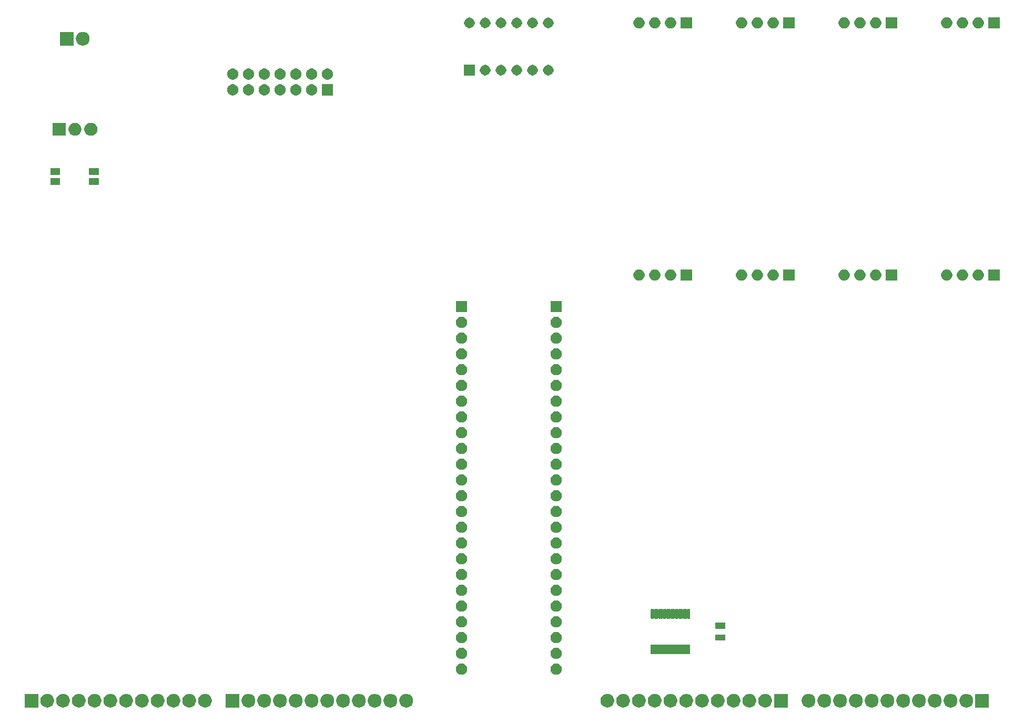
<source format=gbr>
G04 #@! TF.GenerationSoftware,KiCad,Pcbnew,(5.1.6-0-10_14)*
G04 #@! TF.CreationDate,2020-09-15T14:07:27+02:00*
G04 #@! TF.ProjectId,PM Artnet LED DMX,504d2041-7274-46e6-9574-204c45442044,rev?*
G04 #@! TF.SameCoordinates,Original*
G04 #@! TF.FileFunction,Soldermask,Top*
G04 #@! TF.FilePolarity,Negative*
%FSLAX46Y46*%
G04 Gerber Fmt 4.6, Leading zero omitted, Abs format (unit mm)*
G04 Created by KiCad (PCBNEW (5.1.6-0-10_14)) date 2020-09-15 14:07:27*
%MOMM*%
%LPD*%
G01*
G04 APERTURE LIST*
%ADD10C,0.100000*%
G04 APERTURE END LIST*
D10*
G36*
X201126000Y-130006000D02*
G01*
X198924000Y-130006000D01*
X198924000Y-127804000D01*
X201126000Y-127804000D01*
X201126000Y-130006000D01*
G37*
G36*
X197699794Y-127825155D02*
G01*
X197806150Y-127846311D01*
X197906334Y-127887809D01*
X198006520Y-127929307D01*
X198186844Y-128049795D01*
X198340205Y-128203156D01*
X198460693Y-128383480D01*
X198543689Y-128583851D01*
X198586000Y-128796560D01*
X198586000Y-129013440D01*
X198543689Y-129226149D01*
X198460693Y-129426520D01*
X198340205Y-129606844D01*
X198186844Y-129760205D01*
X198006520Y-129880693D01*
X197806150Y-129963689D01*
X197699795Y-129984844D01*
X197593440Y-130006000D01*
X197376560Y-130006000D01*
X197270205Y-129984844D01*
X197163850Y-129963689D01*
X196963480Y-129880693D01*
X196783156Y-129760205D01*
X196629795Y-129606844D01*
X196509307Y-129426520D01*
X196426311Y-129226149D01*
X196384000Y-129013440D01*
X196384000Y-128796560D01*
X196426311Y-128583851D01*
X196509307Y-128383480D01*
X196629795Y-128203156D01*
X196783156Y-128049795D01*
X196963480Y-127929307D01*
X197063666Y-127887809D01*
X197163850Y-127846311D01*
X197270206Y-127825155D01*
X197376560Y-127804000D01*
X197593440Y-127804000D01*
X197699794Y-127825155D01*
G37*
G36*
X195159794Y-127825155D02*
G01*
X195266150Y-127846311D01*
X195366334Y-127887809D01*
X195466520Y-127929307D01*
X195646844Y-128049795D01*
X195800205Y-128203156D01*
X195920693Y-128383480D01*
X196003689Y-128583851D01*
X196046000Y-128796560D01*
X196046000Y-129013440D01*
X196003689Y-129226149D01*
X195920693Y-129426520D01*
X195800205Y-129606844D01*
X195646844Y-129760205D01*
X195466520Y-129880693D01*
X195266150Y-129963689D01*
X195159795Y-129984844D01*
X195053440Y-130006000D01*
X194836560Y-130006000D01*
X194730205Y-129984844D01*
X194623850Y-129963689D01*
X194423480Y-129880693D01*
X194243156Y-129760205D01*
X194089795Y-129606844D01*
X193969307Y-129426520D01*
X193886311Y-129226149D01*
X193844000Y-129013440D01*
X193844000Y-128796560D01*
X193886311Y-128583851D01*
X193969307Y-128383480D01*
X194089795Y-128203156D01*
X194243156Y-128049795D01*
X194423480Y-127929307D01*
X194523666Y-127887809D01*
X194623850Y-127846311D01*
X194730206Y-127825155D01*
X194836560Y-127804000D01*
X195053440Y-127804000D01*
X195159794Y-127825155D01*
G37*
G36*
X192619794Y-127825155D02*
G01*
X192726150Y-127846311D01*
X192826334Y-127887809D01*
X192926520Y-127929307D01*
X193106844Y-128049795D01*
X193260205Y-128203156D01*
X193380693Y-128383480D01*
X193463689Y-128583851D01*
X193506000Y-128796560D01*
X193506000Y-129013440D01*
X193463689Y-129226149D01*
X193380693Y-129426520D01*
X193260205Y-129606844D01*
X193106844Y-129760205D01*
X192926520Y-129880693D01*
X192726150Y-129963689D01*
X192619795Y-129984844D01*
X192513440Y-130006000D01*
X192296560Y-130006000D01*
X192190205Y-129984844D01*
X192083850Y-129963689D01*
X191883480Y-129880693D01*
X191703156Y-129760205D01*
X191549795Y-129606844D01*
X191429307Y-129426520D01*
X191346311Y-129226149D01*
X191304000Y-129013440D01*
X191304000Y-128796560D01*
X191346311Y-128583851D01*
X191429307Y-128383480D01*
X191549795Y-128203156D01*
X191703156Y-128049795D01*
X191883480Y-127929307D01*
X191983666Y-127887809D01*
X192083850Y-127846311D01*
X192190206Y-127825155D01*
X192296560Y-127804000D01*
X192513440Y-127804000D01*
X192619794Y-127825155D01*
G37*
G36*
X190079794Y-127825155D02*
G01*
X190186150Y-127846311D01*
X190286334Y-127887809D01*
X190386520Y-127929307D01*
X190566844Y-128049795D01*
X190720205Y-128203156D01*
X190840693Y-128383480D01*
X190923689Y-128583851D01*
X190966000Y-128796560D01*
X190966000Y-129013440D01*
X190923689Y-129226149D01*
X190840693Y-129426520D01*
X190720205Y-129606844D01*
X190566844Y-129760205D01*
X190386520Y-129880693D01*
X190186150Y-129963689D01*
X190079795Y-129984844D01*
X189973440Y-130006000D01*
X189756560Y-130006000D01*
X189650205Y-129984844D01*
X189543850Y-129963689D01*
X189343480Y-129880693D01*
X189163156Y-129760205D01*
X189009795Y-129606844D01*
X188889307Y-129426520D01*
X188806311Y-129226149D01*
X188764000Y-129013440D01*
X188764000Y-128796560D01*
X188806311Y-128583851D01*
X188889307Y-128383480D01*
X189009795Y-128203156D01*
X189163156Y-128049795D01*
X189343480Y-127929307D01*
X189443666Y-127887809D01*
X189543850Y-127846311D01*
X189650206Y-127825155D01*
X189756560Y-127804000D01*
X189973440Y-127804000D01*
X190079794Y-127825155D01*
G37*
G36*
X187539794Y-127825155D02*
G01*
X187646150Y-127846311D01*
X187746334Y-127887809D01*
X187846520Y-127929307D01*
X188026844Y-128049795D01*
X188180205Y-128203156D01*
X188300693Y-128383480D01*
X188383689Y-128583851D01*
X188426000Y-128796560D01*
X188426000Y-129013440D01*
X188383689Y-129226149D01*
X188300693Y-129426520D01*
X188180205Y-129606844D01*
X188026844Y-129760205D01*
X187846520Y-129880693D01*
X187646150Y-129963689D01*
X187539795Y-129984844D01*
X187433440Y-130006000D01*
X187216560Y-130006000D01*
X187110205Y-129984844D01*
X187003850Y-129963689D01*
X186803480Y-129880693D01*
X186623156Y-129760205D01*
X186469795Y-129606844D01*
X186349307Y-129426520D01*
X186266311Y-129226149D01*
X186224000Y-129013440D01*
X186224000Y-128796560D01*
X186266311Y-128583851D01*
X186349307Y-128383480D01*
X186469795Y-128203156D01*
X186623156Y-128049795D01*
X186803480Y-127929307D01*
X186903666Y-127887809D01*
X187003850Y-127846311D01*
X187110206Y-127825155D01*
X187216560Y-127804000D01*
X187433440Y-127804000D01*
X187539794Y-127825155D01*
G37*
G36*
X184999794Y-127825155D02*
G01*
X185106150Y-127846311D01*
X185206334Y-127887809D01*
X185306520Y-127929307D01*
X185486844Y-128049795D01*
X185640205Y-128203156D01*
X185760693Y-128383480D01*
X185843689Y-128583851D01*
X185886000Y-128796560D01*
X185886000Y-129013440D01*
X185843689Y-129226149D01*
X185760693Y-129426520D01*
X185640205Y-129606844D01*
X185486844Y-129760205D01*
X185306520Y-129880693D01*
X185106150Y-129963689D01*
X184999795Y-129984844D01*
X184893440Y-130006000D01*
X184676560Y-130006000D01*
X184570205Y-129984844D01*
X184463850Y-129963689D01*
X184263480Y-129880693D01*
X184083156Y-129760205D01*
X183929795Y-129606844D01*
X183809307Y-129426520D01*
X183726311Y-129226149D01*
X183684000Y-129013440D01*
X183684000Y-128796560D01*
X183726311Y-128583851D01*
X183809307Y-128383480D01*
X183929795Y-128203156D01*
X184083156Y-128049795D01*
X184263480Y-127929307D01*
X184363666Y-127887809D01*
X184463850Y-127846311D01*
X184570206Y-127825155D01*
X184676560Y-127804000D01*
X184893440Y-127804000D01*
X184999794Y-127825155D01*
G37*
G36*
X182459794Y-127825155D02*
G01*
X182566150Y-127846311D01*
X182666334Y-127887809D01*
X182766520Y-127929307D01*
X182946844Y-128049795D01*
X183100205Y-128203156D01*
X183220693Y-128383480D01*
X183303689Y-128583851D01*
X183346000Y-128796560D01*
X183346000Y-129013440D01*
X183303689Y-129226149D01*
X183220693Y-129426520D01*
X183100205Y-129606844D01*
X182946844Y-129760205D01*
X182766520Y-129880693D01*
X182566150Y-129963689D01*
X182459795Y-129984844D01*
X182353440Y-130006000D01*
X182136560Y-130006000D01*
X182030205Y-129984844D01*
X181923850Y-129963689D01*
X181723480Y-129880693D01*
X181543156Y-129760205D01*
X181389795Y-129606844D01*
X181269307Y-129426520D01*
X181186311Y-129226149D01*
X181144000Y-129013440D01*
X181144000Y-128796560D01*
X181186311Y-128583851D01*
X181269307Y-128383480D01*
X181389795Y-128203156D01*
X181543156Y-128049795D01*
X181723480Y-127929307D01*
X181823666Y-127887809D01*
X181923850Y-127846311D01*
X182030206Y-127825155D01*
X182136560Y-127804000D01*
X182353440Y-127804000D01*
X182459794Y-127825155D01*
G37*
G36*
X179919794Y-127825155D02*
G01*
X180026150Y-127846311D01*
X180126334Y-127887809D01*
X180226520Y-127929307D01*
X180406844Y-128049795D01*
X180560205Y-128203156D01*
X180680693Y-128383480D01*
X180763689Y-128583851D01*
X180806000Y-128796560D01*
X180806000Y-129013440D01*
X180763689Y-129226149D01*
X180680693Y-129426520D01*
X180560205Y-129606844D01*
X180406844Y-129760205D01*
X180226520Y-129880693D01*
X180026150Y-129963689D01*
X179919795Y-129984844D01*
X179813440Y-130006000D01*
X179596560Y-130006000D01*
X179490205Y-129984844D01*
X179383850Y-129963689D01*
X179183480Y-129880693D01*
X179003156Y-129760205D01*
X178849795Y-129606844D01*
X178729307Y-129426520D01*
X178646311Y-129226149D01*
X178604000Y-129013440D01*
X178604000Y-128796560D01*
X178646311Y-128583851D01*
X178729307Y-128383480D01*
X178849795Y-128203156D01*
X179003156Y-128049795D01*
X179183480Y-127929307D01*
X179283666Y-127887809D01*
X179383850Y-127846311D01*
X179490206Y-127825155D01*
X179596560Y-127804000D01*
X179813440Y-127804000D01*
X179919794Y-127825155D01*
G37*
G36*
X177379794Y-127825155D02*
G01*
X177486150Y-127846311D01*
X177586334Y-127887809D01*
X177686520Y-127929307D01*
X177866844Y-128049795D01*
X178020205Y-128203156D01*
X178140693Y-128383480D01*
X178223689Y-128583851D01*
X178266000Y-128796560D01*
X178266000Y-129013440D01*
X178223689Y-129226149D01*
X178140693Y-129426520D01*
X178020205Y-129606844D01*
X177866844Y-129760205D01*
X177686520Y-129880693D01*
X177486150Y-129963689D01*
X177379795Y-129984844D01*
X177273440Y-130006000D01*
X177056560Y-130006000D01*
X176950205Y-129984844D01*
X176843850Y-129963689D01*
X176643480Y-129880693D01*
X176463156Y-129760205D01*
X176309795Y-129606844D01*
X176189307Y-129426520D01*
X176106311Y-129226149D01*
X176064000Y-129013440D01*
X176064000Y-128796560D01*
X176106311Y-128583851D01*
X176189307Y-128383480D01*
X176309795Y-128203156D01*
X176463156Y-128049795D01*
X176643480Y-127929307D01*
X176743666Y-127887809D01*
X176843850Y-127846311D01*
X176950206Y-127825155D01*
X177056560Y-127804000D01*
X177273440Y-127804000D01*
X177379794Y-127825155D01*
G37*
G36*
X174839794Y-127825155D02*
G01*
X174946150Y-127846311D01*
X175046334Y-127887809D01*
X175146520Y-127929307D01*
X175326844Y-128049795D01*
X175480205Y-128203156D01*
X175600693Y-128383480D01*
X175683689Y-128583851D01*
X175726000Y-128796560D01*
X175726000Y-129013440D01*
X175683689Y-129226149D01*
X175600693Y-129426520D01*
X175480205Y-129606844D01*
X175326844Y-129760205D01*
X175146520Y-129880693D01*
X174946150Y-129963689D01*
X174839795Y-129984844D01*
X174733440Y-130006000D01*
X174516560Y-130006000D01*
X174410205Y-129984844D01*
X174303850Y-129963689D01*
X174103480Y-129880693D01*
X173923156Y-129760205D01*
X173769795Y-129606844D01*
X173649307Y-129426520D01*
X173566311Y-129226149D01*
X173524000Y-129013440D01*
X173524000Y-128796560D01*
X173566311Y-128583851D01*
X173649307Y-128383480D01*
X173769795Y-128203156D01*
X173923156Y-128049795D01*
X174103480Y-127929307D01*
X174203666Y-127887809D01*
X174303850Y-127846311D01*
X174410206Y-127825155D01*
X174516560Y-127804000D01*
X174733440Y-127804000D01*
X174839794Y-127825155D01*
G37*
G36*
X172299794Y-127825155D02*
G01*
X172406150Y-127846311D01*
X172506334Y-127887809D01*
X172606520Y-127929307D01*
X172786844Y-128049795D01*
X172940205Y-128203156D01*
X173060693Y-128383480D01*
X173143689Y-128583851D01*
X173186000Y-128796560D01*
X173186000Y-129013440D01*
X173143689Y-129226149D01*
X173060693Y-129426520D01*
X172940205Y-129606844D01*
X172786844Y-129760205D01*
X172606520Y-129880693D01*
X172406150Y-129963689D01*
X172299795Y-129984844D01*
X172193440Y-130006000D01*
X171976560Y-130006000D01*
X171870205Y-129984844D01*
X171763850Y-129963689D01*
X171563480Y-129880693D01*
X171383156Y-129760205D01*
X171229795Y-129606844D01*
X171109307Y-129426520D01*
X171026311Y-129226149D01*
X170984000Y-129013440D01*
X170984000Y-128796560D01*
X171026311Y-128583851D01*
X171109307Y-128383480D01*
X171229795Y-128203156D01*
X171383156Y-128049795D01*
X171563480Y-127929307D01*
X171663666Y-127887809D01*
X171763850Y-127846311D01*
X171870206Y-127825155D01*
X171976560Y-127804000D01*
X172193440Y-127804000D01*
X172299794Y-127825155D01*
G37*
G36*
X168741000Y-130006000D02*
G01*
X166539000Y-130006000D01*
X166539000Y-127804000D01*
X168741000Y-127804000D01*
X168741000Y-130006000D01*
G37*
G36*
X165314794Y-127825155D02*
G01*
X165421150Y-127846311D01*
X165521334Y-127887809D01*
X165621520Y-127929307D01*
X165801844Y-128049795D01*
X165955205Y-128203156D01*
X166075693Y-128383480D01*
X166158689Y-128583851D01*
X166201000Y-128796560D01*
X166201000Y-129013440D01*
X166158689Y-129226149D01*
X166075693Y-129426520D01*
X165955205Y-129606844D01*
X165801844Y-129760205D01*
X165621520Y-129880693D01*
X165421150Y-129963689D01*
X165314795Y-129984844D01*
X165208440Y-130006000D01*
X164991560Y-130006000D01*
X164885205Y-129984844D01*
X164778850Y-129963689D01*
X164578480Y-129880693D01*
X164398156Y-129760205D01*
X164244795Y-129606844D01*
X164124307Y-129426520D01*
X164041311Y-129226149D01*
X163999000Y-129013440D01*
X163999000Y-128796560D01*
X164041311Y-128583851D01*
X164124307Y-128383480D01*
X164244795Y-128203156D01*
X164398156Y-128049795D01*
X164578480Y-127929307D01*
X164678666Y-127887809D01*
X164778850Y-127846311D01*
X164885206Y-127825155D01*
X164991560Y-127804000D01*
X165208440Y-127804000D01*
X165314794Y-127825155D01*
G37*
G36*
X162774794Y-127825155D02*
G01*
X162881150Y-127846311D01*
X162981334Y-127887809D01*
X163081520Y-127929307D01*
X163261844Y-128049795D01*
X163415205Y-128203156D01*
X163535693Y-128383480D01*
X163618689Y-128583851D01*
X163661000Y-128796560D01*
X163661000Y-129013440D01*
X163618689Y-129226149D01*
X163535693Y-129426520D01*
X163415205Y-129606844D01*
X163261844Y-129760205D01*
X163081520Y-129880693D01*
X162881150Y-129963689D01*
X162774795Y-129984844D01*
X162668440Y-130006000D01*
X162451560Y-130006000D01*
X162345205Y-129984844D01*
X162238850Y-129963689D01*
X162038480Y-129880693D01*
X161858156Y-129760205D01*
X161704795Y-129606844D01*
X161584307Y-129426520D01*
X161501311Y-129226149D01*
X161459000Y-129013440D01*
X161459000Y-128796560D01*
X161501311Y-128583851D01*
X161584307Y-128383480D01*
X161704795Y-128203156D01*
X161858156Y-128049795D01*
X162038480Y-127929307D01*
X162138666Y-127887809D01*
X162238850Y-127846311D01*
X162345206Y-127825155D01*
X162451560Y-127804000D01*
X162668440Y-127804000D01*
X162774794Y-127825155D01*
G37*
G36*
X160234794Y-127825155D02*
G01*
X160341150Y-127846311D01*
X160441334Y-127887809D01*
X160541520Y-127929307D01*
X160721844Y-128049795D01*
X160875205Y-128203156D01*
X160995693Y-128383480D01*
X161078689Y-128583851D01*
X161121000Y-128796560D01*
X161121000Y-129013440D01*
X161078689Y-129226149D01*
X160995693Y-129426520D01*
X160875205Y-129606844D01*
X160721844Y-129760205D01*
X160541520Y-129880693D01*
X160341150Y-129963689D01*
X160234795Y-129984844D01*
X160128440Y-130006000D01*
X159911560Y-130006000D01*
X159805205Y-129984844D01*
X159698850Y-129963689D01*
X159498480Y-129880693D01*
X159318156Y-129760205D01*
X159164795Y-129606844D01*
X159044307Y-129426520D01*
X158961311Y-129226149D01*
X158919000Y-129013440D01*
X158919000Y-128796560D01*
X158961311Y-128583851D01*
X159044307Y-128383480D01*
X159164795Y-128203156D01*
X159318156Y-128049795D01*
X159498480Y-127929307D01*
X159598666Y-127887809D01*
X159698850Y-127846311D01*
X159805206Y-127825155D01*
X159911560Y-127804000D01*
X160128440Y-127804000D01*
X160234794Y-127825155D01*
G37*
G36*
X157694794Y-127825155D02*
G01*
X157801150Y-127846311D01*
X157901334Y-127887809D01*
X158001520Y-127929307D01*
X158181844Y-128049795D01*
X158335205Y-128203156D01*
X158455693Y-128383480D01*
X158538689Y-128583851D01*
X158581000Y-128796560D01*
X158581000Y-129013440D01*
X158538689Y-129226149D01*
X158455693Y-129426520D01*
X158335205Y-129606844D01*
X158181844Y-129760205D01*
X158001520Y-129880693D01*
X157801150Y-129963689D01*
X157694795Y-129984844D01*
X157588440Y-130006000D01*
X157371560Y-130006000D01*
X157265205Y-129984844D01*
X157158850Y-129963689D01*
X156958480Y-129880693D01*
X156778156Y-129760205D01*
X156624795Y-129606844D01*
X156504307Y-129426520D01*
X156421311Y-129226149D01*
X156379000Y-129013440D01*
X156379000Y-128796560D01*
X156421311Y-128583851D01*
X156504307Y-128383480D01*
X156624795Y-128203156D01*
X156778156Y-128049795D01*
X156958480Y-127929307D01*
X157058666Y-127887809D01*
X157158850Y-127846311D01*
X157265206Y-127825155D01*
X157371560Y-127804000D01*
X157588440Y-127804000D01*
X157694794Y-127825155D01*
G37*
G36*
X155154794Y-127825155D02*
G01*
X155261150Y-127846311D01*
X155361334Y-127887809D01*
X155461520Y-127929307D01*
X155641844Y-128049795D01*
X155795205Y-128203156D01*
X155915693Y-128383480D01*
X155998689Y-128583851D01*
X156041000Y-128796560D01*
X156041000Y-129013440D01*
X155998689Y-129226149D01*
X155915693Y-129426520D01*
X155795205Y-129606844D01*
X155641844Y-129760205D01*
X155461520Y-129880693D01*
X155261150Y-129963689D01*
X155154795Y-129984844D01*
X155048440Y-130006000D01*
X154831560Y-130006000D01*
X154725205Y-129984844D01*
X154618850Y-129963689D01*
X154418480Y-129880693D01*
X154238156Y-129760205D01*
X154084795Y-129606844D01*
X153964307Y-129426520D01*
X153881311Y-129226149D01*
X153839000Y-129013440D01*
X153839000Y-128796560D01*
X153881311Y-128583851D01*
X153964307Y-128383480D01*
X154084795Y-128203156D01*
X154238156Y-128049795D01*
X154418480Y-127929307D01*
X154518666Y-127887809D01*
X154618850Y-127846311D01*
X154725206Y-127825155D01*
X154831560Y-127804000D01*
X155048440Y-127804000D01*
X155154794Y-127825155D01*
G37*
G36*
X152614794Y-127825155D02*
G01*
X152721150Y-127846311D01*
X152821334Y-127887809D01*
X152921520Y-127929307D01*
X153101844Y-128049795D01*
X153255205Y-128203156D01*
X153375693Y-128383480D01*
X153458689Y-128583851D01*
X153501000Y-128796560D01*
X153501000Y-129013440D01*
X153458689Y-129226149D01*
X153375693Y-129426520D01*
X153255205Y-129606844D01*
X153101844Y-129760205D01*
X152921520Y-129880693D01*
X152721150Y-129963689D01*
X152614795Y-129984844D01*
X152508440Y-130006000D01*
X152291560Y-130006000D01*
X152185205Y-129984844D01*
X152078850Y-129963689D01*
X151878480Y-129880693D01*
X151698156Y-129760205D01*
X151544795Y-129606844D01*
X151424307Y-129426520D01*
X151341311Y-129226149D01*
X151299000Y-129013440D01*
X151299000Y-128796560D01*
X151341311Y-128583851D01*
X151424307Y-128383480D01*
X151544795Y-128203156D01*
X151698156Y-128049795D01*
X151878480Y-127929307D01*
X151978666Y-127887809D01*
X152078850Y-127846311D01*
X152185206Y-127825155D01*
X152291560Y-127804000D01*
X152508440Y-127804000D01*
X152614794Y-127825155D01*
G37*
G36*
X150074794Y-127825155D02*
G01*
X150181150Y-127846311D01*
X150281334Y-127887809D01*
X150381520Y-127929307D01*
X150561844Y-128049795D01*
X150715205Y-128203156D01*
X150835693Y-128383480D01*
X150918689Y-128583851D01*
X150961000Y-128796560D01*
X150961000Y-129013440D01*
X150918689Y-129226149D01*
X150835693Y-129426520D01*
X150715205Y-129606844D01*
X150561844Y-129760205D01*
X150381520Y-129880693D01*
X150181150Y-129963689D01*
X150074795Y-129984844D01*
X149968440Y-130006000D01*
X149751560Y-130006000D01*
X149645205Y-129984844D01*
X149538850Y-129963689D01*
X149338480Y-129880693D01*
X149158156Y-129760205D01*
X149004795Y-129606844D01*
X148884307Y-129426520D01*
X148801311Y-129226149D01*
X148759000Y-129013440D01*
X148759000Y-128796560D01*
X148801311Y-128583851D01*
X148884307Y-128383480D01*
X149004795Y-128203156D01*
X149158156Y-128049795D01*
X149338480Y-127929307D01*
X149438666Y-127887809D01*
X149538850Y-127846311D01*
X149645206Y-127825155D01*
X149751560Y-127804000D01*
X149968440Y-127804000D01*
X150074794Y-127825155D01*
G37*
G36*
X147534794Y-127825155D02*
G01*
X147641150Y-127846311D01*
X147741334Y-127887809D01*
X147841520Y-127929307D01*
X148021844Y-128049795D01*
X148175205Y-128203156D01*
X148295693Y-128383480D01*
X148378689Y-128583851D01*
X148421000Y-128796560D01*
X148421000Y-129013440D01*
X148378689Y-129226149D01*
X148295693Y-129426520D01*
X148175205Y-129606844D01*
X148021844Y-129760205D01*
X147841520Y-129880693D01*
X147641150Y-129963689D01*
X147534795Y-129984844D01*
X147428440Y-130006000D01*
X147211560Y-130006000D01*
X147105205Y-129984844D01*
X146998850Y-129963689D01*
X146798480Y-129880693D01*
X146618156Y-129760205D01*
X146464795Y-129606844D01*
X146344307Y-129426520D01*
X146261311Y-129226149D01*
X146219000Y-129013440D01*
X146219000Y-128796560D01*
X146261311Y-128583851D01*
X146344307Y-128383480D01*
X146464795Y-128203156D01*
X146618156Y-128049795D01*
X146798480Y-127929307D01*
X146898666Y-127887809D01*
X146998850Y-127846311D01*
X147105206Y-127825155D01*
X147211560Y-127804000D01*
X147428440Y-127804000D01*
X147534794Y-127825155D01*
G37*
G36*
X144994794Y-127825155D02*
G01*
X145101150Y-127846311D01*
X145201334Y-127887809D01*
X145301520Y-127929307D01*
X145481844Y-128049795D01*
X145635205Y-128203156D01*
X145755693Y-128383480D01*
X145838689Y-128583851D01*
X145881000Y-128796560D01*
X145881000Y-129013440D01*
X145838689Y-129226149D01*
X145755693Y-129426520D01*
X145635205Y-129606844D01*
X145481844Y-129760205D01*
X145301520Y-129880693D01*
X145101150Y-129963689D01*
X144994795Y-129984844D01*
X144888440Y-130006000D01*
X144671560Y-130006000D01*
X144565205Y-129984844D01*
X144458850Y-129963689D01*
X144258480Y-129880693D01*
X144078156Y-129760205D01*
X143924795Y-129606844D01*
X143804307Y-129426520D01*
X143721311Y-129226149D01*
X143679000Y-129013440D01*
X143679000Y-128796560D01*
X143721311Y-128583851D01*
X143804307Y-128383480D01*
X143924795Y-128203156D01*
X144078156Y-128049795D01*
X144258480Y-127929307D01*
X144358666Y-127887809D01*
X144458850Y-127846311D01*
X144565206Y-127825155D01*
X144671560Y-127804000D01*
X144888440Y-127804000D01*
X144994794Y-127825155D01*
G37*
G36*
X142454794Y-127825155D02*
G01*
X142561150Y-127846311D01*
X142661334Y-127887809D01*
X142761520Y-127929307D01*
X142941844Y-128049795D01*
X143095205Y-128203156D01*
X143215693Y-128383480D01*
X143298689Y-128583851D01*
X143341000Y-128796560D01*
X143341000Y-129013440D01*
X143298689Y-129226149D01*
X143215693Y-129426520D01*
X143095205Y-129606844D01*
X142941844Y-129760205D01*
X142761520Y-129880693D01*
X142561150Y-129963689D01*
X142454795Y-129984844D01*
X142348440Y-130006000D01*
X142131560Y-130006000D01*
X142025205Y-129984844D01*
X141918850Y-129963689D01*
X141718480Y-129880693D01*
X141538156Y-129760205D01*
X141384795Y-129606844D01*
X141264307Y-129426520D01*
X141181311Y-129226149D01*
X141139000Y-129013440D01*
X141139000Y-128796560D01*
X141181311Y-128583851D01*
X141264307Y-128383480D01*
X141384795Y-128203156D01*
X141538156Y-128049795D01*
X141718480Y-127929307D01*
X141818666Y-127887809D01*
X141918850Y-127846311D01*
X142025206Y-127825155D01*
X142131560Y-127804000D01*
X142348440Y-127804000D01*
X142454794Y-127825155D01*
G37*
G36*
X139914794Y-127825155D02*
G01*
X140021150Y-127846311D01*
X140121334Y-127887809D01*
X140221520Y-127929307D01*
X140401844Y-128049795D01*
X140555205Y-128203156D01*
X140675693Y-128383480D01*
X140758689Y-128583851D01*
X140801000Y-128796560D01*
X140801000Y-129013440D01*
X140758689Y-129226149D01*
X140675693Y-129426520D01*
X140555205Y-129606844D01*
X140401844Y-129760205D01*
X140221520Y-129880693D01*
X140021150Y-129963689D01*
X139914795Y-129984844D01*
X139808440Y-130006000D01*
X139591560Y-130006000D01*
X139485205Y-129984844D01*
X139378850Y-129963689D01*
X139178480Y-129880693D01*
X138998156Y-129760205D01*
X138844795Y-129606844D01*
X138724307Y-129426520D01*
X138641311Y-129226149D01*
X138599000Y-129013440D01*
X138599000Y-128796560D01*
X138641311Y-128583851D01*
X138724307Y-128383480D01*
X138844795Y-128203156D01*
X138998156Y-128049795D01*
X139178480Y-127929307D01*
X139278666Y-127887809D01*
X139378850Y-127846311D01*
X139485206Y-127825155D01*
X139591560Y-127804000D01*
X139808440Y-127804000D01*
X139914794Y-127825155D01*
G37*
G36*
X107529794Y-127825155D02*
G01*
X107636150Y-127846311D01*
X107736334Y-127887809D01*
X107836520Y-127929307D01*
X108016844Y-128049795D01*
X108170205Y-128203156D01*
X108290693Y-128383480D01*
X108373689Y-128583851D01*
X108416000Y-128796560D01*
X108416000Y-129013440D01*
X108373689Y-129226149D01*
X108290693Y-129426520D01*
X108170205Y-129606844D01*
X108016844Y-129760205D01*
X107836520Y-129880693D01*
X107636150Y-129963689D01*
X107529795Y-129984844D01*
X107423440Y-130006000D01*
X107206560Y-130006000D01*
X107100205Y-129984844D01*
X106993850Y-129963689D01*
X106793480Y-129880693D01*
X106613156Y-129760205D01*
X106459795Y-129606844D01*
X106339307Y-129426520D01*
X106256311Y-129226149D01*
X106214000Y-129013440D01*
X106214000Y-128796560D01*
X106256311Y-128583851D01*
X106339307Y-128383480D01*
X106459795Y-128203156D01*
X106613156Y-128049795D01*
X106793480Y-127929307D01*
X106893666Y-127887809D01*
X106993850Y-127846311D01*
X107100206Y-127825155D01*
X107206560Y-127804000D01*
X107423440Y-127804000D01*
X107529794Y-127825155D01*
G37*
G36*
X104989794Y-127825155D02*
G01*
X105096150Y-127846311D01*
X105196334Y-127887809D01*
X105296520Y-127929307D01*
X105476844Y-128049795D01*
X105630205Y-128203156D01*
X105750693Y-128383480D01*
X105833689Y-128583851D01*
X105876000Y-128796560D01*
X105876000Y-129013440D01*
X105833689Y-129226149D01*
X105750693Y-129426520D01*
X105630205Y-129606844D01*
X105476844Y-129760205D01*
X105296520Y-129880693D01*
X105096150Y-129963689D01*
X104989795Y-129984844D01*
X104883440Y-130006000D01*
X104666560Y-130006000D01*
X104560205Y-129984844D01*
X104453850Y-129963689D01*
X104253480Y-129880693D01*
X104073156Y-129760205D01*
X103919795Y-129606844D01*
X103799307Y-129426520D01*
X103716311Y-129226149D01*
X103674000Y-129013440D01*
X103674000Y-128796560D01*
X103716311Y-128583851D01*
X103799307Y-128383480D01*
X103919795Y-128203156D01*
X104073156Y-128049795D01*
X104253480Y-127929307D01*
X104353666Y-127887809D01*
X104453850Y-127846311D01*
X104560206Y-127825155D01*
X104666560Y-127804000D01*
X104883440Y-127804000D01*
X104989794Y-127825155D01*
G37*
G36*
X102449794Y-127825155D02*
G01*
X102556150Y-127846311D01*
X102656334Y-127887809D01*
X102756520Y-127929307D01*
X102936844Y-128049795D01*
X103090205Y-128203156D01*
X103210693Y-128383480D01*
X103293689Y-128583851D01*
X103336000Y-128796560D01*
X103336000Y-129013440D01*
X103293689Y-129226149D01*
X103210693Y-129426520D01*
X103090205Y-129606844D01*
X102936844Y-129760205D01*
X102756520Y-129880693D01*
X102556150Y-129963689D01*
X102449795Y-129984844D01*
X102343440Y-130006000D01*
X102126560Y-130006000D01*
X102020205Y-129984844D01*
X101913850Y-129963689D01*
X101713480Y-129880693D01*
X101533156Y-129760205D01*
X101379795Y-129606844D01*
X101259307Y-129426520D01*
X101176311Y-129226149D01*
X101134000Y-129013440D01*
X101134000Y-128796560D01*
X101176311Y-128583851D01*
X101259307Y-128383480D01*
X101379795Y-128203156D01*
X101533156Y-128049795D01*
X101713480Y-127929307D01*
X101813666Y-127887809D01*
X101913850Y-127846311D01*
X102020206Y-127825155D01*
X102126560Y-127804000D01*
X102343440Y-127804000D01*
X102449794Y-127825155D01*
G37*
G36*
X99909794Y-127825155D02*
G01*
X100016150Y-127846311D01*
X100116334Y-127887809D01*
X100216520Y-127929307D01*
X100396844Y-128049795D01*
X100550205Y-128203156D01*
X100670693Y-128383480D01*
X100753689Y-128583851D01*
X100796000Y-128796560D01*
X100796000Y-129013440D01*
X100753689Y-129226149D01*
X100670693Y-129426520D01*
X100550205Y-129606844D01*
X100396844Y-129760205D01*
X100216520Y-129880693D01*
X100016150Y-129963689D01*
X99909795Y-129984844D01*
X99803440Y-130006000D01*
X99586560Y-130006000D01*
X99480205Y-129984844D01*
X99373850Y-129963689D01*
X99173480Y-129880693D01*
X98993156Y-129760205D01*
X98839795Y-129606844D01*
X98719307Y-129426520D01*
X98636311Y-129226149D01*
X98594000Y-129013440D01*
X98594000Y-128796560D01*
X98636311Y-128583851D01*
X98719307Y-128383480D01*
X98839795Y-128203156D01*
X98993156Y-128049795D01*
X99173480Y-127929307D01*
X99273666Y-127887809D01*
X99373850Y-127846311D01*
X99480206Y-127825155D01*
X99586560Y-127804000D01*
X99803440Y-127804000D01*
X99909794Y-127825155D01*
G37*
G36*
X97369794Y-127825155D02*
G01*
X97476150Y-127846311D01*
X97576334Y-127887809D01*
X97676520Y-127929307D01*
X97856844Y-128049795D01*
X98010205Y-128203156D01*
X98130693Y-128383480D01*
X98213689Y-128583851D01*
X98256000Y-128796560D01*
X98256000Y-129013440D01*
X98213689Y-129226149D01*
X98130693Y-129426520D01*
X98010205Y-129606844D01*
X97856844Y-129760205D01*
X97676520Y-129880693D01*
X97476150Y-129963689D01*
X97369795Y-129984844D01*
X97263440Y-130006000D01*
X97046560Y-130006000D01*
X96940205Y-129984844D01*
X96833850Y-129963689D01*
X96633480Y-129880693D01*
X96453156Y-129760205D01*
X96299795Y-129606844D01*
X96179307Y-129426520D01*
X96096311Y-129226149D01*
X96054000Y-129013440D01*
X96054000Y-128796560D01*
X96096311Y-128583851D01*
X96179307Y-128383480D01*
X96299795Y-128203156D01*
X96453156Y-128049795D01*
X96633480Y-127929307D01*
X96733666Y-127887809D01*
X96833850Y-127846311D01*
X96940206Y-127825155D01*
X97046560Y-127804000D01*
X97263440Y-127804000D01*
X97369794Y-127825155D01*
G37*
G36*
X94829794Y-127825155D02*
G01*
X94936150Y-127846311D01*
X95036334Y-127887809D01*
X95136520Y-127929307D01*
X95316844Y-128049795D01*
X95470205Y-128203156D01*
X95590693Y-128383480D01*
X95673689Y-128583851D01*
X95716000Y-128796560D01*
X95716000Y-129013440D01*
X95673689Y-129226149D01*
X95590693Y-129426520D01*
X95470205Y-129606844D01*
X95316844Y-129760205D01*
X95136520Y-129880693D01*
X94936150Y-129963689D01*
X94829795Y-129984844D01*
X94723440Y-130006000D01*
X94506560Y-130006000D01*
X94400205Y-129984844D01*
X94293850Y-129963689D01*
X94093480Y-129880693D01*
X93913156Y-129760205D01*
X93759795Y-129606844D01*
X93639307Y-129426520D01*
X93556311Y-129226149D01*
X93514000Y-129013440D01*
X93514000Y-128796560D01*
X93556311Y-128583851D01*
X93639307Y-128383480D01*
X93759795Y-128203156D01*
X93913156Y-128049795D01*
X94093480Y-127929307D01*
X94193666Y-127887809D01*
X94293850Y-127846311D01*
X94400206Y-127825155D01*
X94506560Y-127804000D01*
X94723440Y-127804000D01*
X94829794Y-127825155D01*
G37*
G36*
X92289794Y-127825155D02*
G01*
X92396150Y-127846311D01*
X92496334Y-127887809D01*
X92596520Y-127929307D01*
X92776844Y-128049795D01*
X92930205Y-128203156D01*
X93050693Y-128383480D01*
X93133689Y-128583851D01*
X93176000Y-128796560D01*
X93176000Y-129013440D01*
X93133689Y-129226149D01*
X93050693Y-129426520D01*
X92930205Y-129606844D01*
X92776844Y-129760205D01*
X92596520Y-129880693D01*
X92396150Y-129963689D01*
X92289795Y-129984844D01*
X92183440Y-130006000D01*
X91966560Y-130006000D01*
X91860205Y-129984844D01*
X91753850Y-129963689D01*
X91553480Y-129880693D01*
X91373156Y-129760205D01*
X91219795Y-129606844D01*
X91099307Y-129426520D01*
X91016311Y-129226149D01*
X90974000Y-129013440D01*
X90974000Y-128796560D01*
X91016311Y-128583851D01*
X91099307Y-128383480D01*
X91219795Y-128203156D01*
X91373156Y-128049795D01*
X91553480Y-127929307D01*
X91653666Y-127887809D01*
X91753850Y-127846311D01*
X91860206Y-127825155D01*
X91966560Y-127804000D01*
X92183440Y-127804000D01*
X92289794Y-127825155D01*
G37*
G36*
X89749794Y-127825155D02*
G01*
X89856150Y-127846311D01*
X89956334Y-127887809D01*
X90056520Y-127929307D01*
X90236844Y-128049795D01*
X90390205Y-128203156D01*
X90510693Y-128383480D01*
X90593689Y-128583851D01*
X90636000Y-128796560D01*
X90636000Y-129013440D01*
X90593689Y-129226149D01*
X90510693Y-129426520D01*
X90390205Y-129606844D01*
X90236844Y-129760205D01*
X90056520Y-129880693D01*
X89856150Y-129963689D01*
X89749795Y-129984844D01*
X89643440Y-130006000D01*
X89426560Y-130006000D01*
X89320205Y-129984844D01*
X89213850Y-129963689D01*
X89013480Y-129880693D01*
X88833156Y-129760205D01*
X88679795Y-129606844D01*
X88559307Y-129426520D01*
X88476311Y-129226149D01*
X88434000Y-129013440D01*
X88434000Y-128796560D01*
X88476311Y-128583851D01*
X88559307Y-128383480D01*
X88679795Y-128203156D01*
X88833156Y-128049795D01*
X89013480Y-127929307D01*
X89113666Y-127887809D01*
X89213850Y-127846311D01*
X89320206Y-127825155D01*
X89426560Y-127804000D01*
X89643440Y-127804000D01*
X89749794Y-127825155D01*
G37*
G36*
X87209794Y-127825155D02*
G01*
X87316150Y-127846311D01*
X87416334Y-127887809D01*
X87516520Y-127929307D01*
X87696844Y-128049795D01*
X87850205Y-128203156D01*
X87970693Y-128383480D01*
X88053689Y-128583851D01*
X88096000Y-128796560D01*
X88096000Y-129013440D01*
X88053689Y-129226149D01*
X87970693Y-129426520D01*
X87850205Y-129606844D01*
X87696844Y-129760205D01*
X87516520Y-129880693D01*
X87316150Y-129963689D01*
X87209795Y-129984844D01*
X87103440Y-130006000D01*
X86886560Y-130006000D01*
X86780205Y-129984844D01*
X86673850Y-129963689D01*
X86473480Y-129880693D01*
X86293156Y-129760205D01*
X86139795Y-129606844D01*
X86019307Y-129426520D01*
X85936311Y-129226149D01*
X85894000Y-129013440D01*
X85894000Y-128796560D01*
X85936311Y-128583851D01*
X86019307Y-128383480D01*
X86139795Y-128203156D01*
X86293156Y-128049795D01*
X86473480Y-127929307D01*
X86573666Y-127887809D01*
X86673850Y-127846311D01*
X86780206Y-127825155D01*
X86886560Y-127804000D01*
X87103440Y-127804000D01*
X87209794Y-127825155D01*
G37*
G36*
X84669794Y-127825155D02*
G01*
X84776150Y-127846311D01*
X84876334Y-127887809D01*
X84976520Y-127929307D01*
X85156844Y-128049795D01*
X85310205Y-128203156D01*
X85430693Y-128383480D01*
X85513689Y-128583851D01*
X85556000Y-128796560D01*
X85556000Y-129013440D01*
X85513689Y-129226149D01*
X85430693Y-129426520D01*
X85310205Y-129606844D01*
X85156844Y-129760205D01*
X84976520Y-129880693D01*
X84776150Y-129963689D01*
X84669795Y-129984844D01*
X84563440Y-130006000D01*
X84346560Y-130006000D01*
X84240205Y-129984844D01*
X84133850Y-129963689D01*
X83933480Y-129880693D01*
X83753156Y-129760205D01*
X83599795Y-129606844D01*
X83479307Y-129426520D01*
X83396311Y-129226149D01*
X83354000Y-129013440D01*
X83354000Y-128796560D01*
X83396311Y-128583851D01*
X83479307Y-128383480D01*
X83599795Y-128203156D01*
X83753156Y-128049795D01*
X83933480Y-127929307D01*
X84033666Y-127887809D01*
X84133850Y-127846311D01*
X84240206Y-127825155D01*
X84346560Y-127804000D01*
X84563440Y-127804000D01*
X84669794Y-127825155D01*
G37*
G36*
X82129794Y-127825155D02*
G01*
X82236150Y-127846311D01*
X82336334Y-127887809D01*
X82436520Y-127929307D01*
X82616844Y-128049795D01*
X82770205Y-128203156D01*
X82890693Y-128383480D01*
X82973689Y-128583851D01*
X83016000Y-128796560D01*
X83016000Y-129013440D01*
X82973689Y-129226149D01*
X82890693Y-129426520D01*
X82770205Y-129606844D01*
X82616844Y-129760205D01*
X82436520Y-129880693D01*
X82236150Y-129963689D01*
X82129795Y-129984844D01*
X82023440Y-130006000D01*
X81806560Y-130006000D01*
X81700205Y-129984844D01*
X81593850Y-129963689D01*
X81393480Y-129880693D01*
X81213156Y-129760205D01*
X81059795Y-129606844D01*
X80939307Y-129426520D01*
X80856311Y-129226149D01*
X80814000Y-129013440D01*
X80814000Y-128796560D01*
X80856311Y-128583851D01*
X80939307Y-128383480D01*
X81059795Y-128203156D01*
X81213156Y-128049795D01*
X81393480Y-127929307D01*
X81493666Y-127887809D01*
X81593850Y-127846311D01*
X81700206Y-127825155D01*
X81806560Y-127804000D01*
X82023440Y-127804000D01*
X82129794Y-127825155D01*
G37*
G36*
X80476000Y-130006000D02*
G01*
X78274000Y-130006000D01*
X78274000Y-127804000D01*
X80476000Y-127804000D01*
X80476000Y-130006000D01*
G37*
G36*
X75144794Y-127825155D02*
G01*
X75251150Y-127846311D01*
X75351334Y-127887809D01*
X75451520Y-127929307D01*
X75631844Y-128049795D01*
X75785205Y-128203156D01*
X75905693Y-128383480D01*
X75988689Y-128583851D01*
X76031000Y-128796560D01*
X76031000Y-129013440D01*
X75988689Y-129226149D01*
X75905693Y-129426520D01*
X75785205Y-129606844D01*
X75631844Y-129760205D01*
X75451520Y-129880693D01*
X75251150Y-129963689D01*
X75144795Y-129984844D01*
X75038440Y-130006000D01*
X74821560Y-130006000D01*
X74715205Y-129984844D01*
X74608850Y-129963689D01*
X74408480Y-129880693D01*
X74228156Y-129760205D01*
X74074795Y-129606844D01*
X73954307Y-129426520D01*
X73871311Y-129226149D01*
X73829000Y-129013440D01*
X73829000Y-128796560D01*
X73871311Y-128583851D01*
X73954307Y-128383480D01*
X74074795Y-128203156D01*
X74228156Y-128049795D01*
X74408480Y-127929307D01*
X74508666Y-127887809D01*
X74608850Y-127846311D01*
X74715206Y-127825155D01*
X74821560Y-127804000D01*
X75038440Y-127804000D01*
X75144794Y-127825155D01*
G37*
G36*
X72604794Y-127825155D02*
G01*
X72711150Y-127846311D01*
X72811334Y-127887809D01*
X72911520Y-127929307D01*
X73091844Y-128049795D01*
X73245205Y-128203156D01*
X73365693Y-128383480D01*
X73448689Y-128583851D01*
X73491000Y-128796560D01*
X73491000Y-129013440D01*
X73448689Y-129226149D01*
X73365693Y-129426520D01*
X73245205Y-129606844D01*
X73091844Y-129760205D01*
X72911520Y-129880693D01*
X72711150Y-129963689D01*
X72604795Y-129984844D01*
X72498440Y-130006000D01*
X72281560Y-130006000D01*
X72175205Y-129984844D01*
X72068850Y-129963689D01*
X71868480Y-129880693D01*
X71688156Y-129760205D01*
X71534795Y-129606844D01*
X71414307Y-129426520D01*
X71331311Y-129226149D01*
X71289000Y-129013440D01*
X71289000Y-128796560D01*
X71331311Y-128583851D01*
X71414307Y-128383480D01*
X71534795Y-128203156D01*
X71688156Y-128049795D01*
X71868480Y-127929307D01*
X71968666Y-127887809D01*
X72068850Y-127846311D01*
X72175206Y-127825155D01*
X72281560Y-127804000D01*
X72498440Y-127804000D01*
X72604794Y-127825155D01*
G37*
G36*
X70064794Y-127825155D02*
G01*
X70171150Y-127846311D01*
X70271334Y-127887809D01*
X70371520Y-127929307D01*
X70551844Y-128049795D01*
X70705205Y-128203156D01*
X70825693Y-128383480D01*
X70908689Y-128583851D01*
X70951000Y-128796560D01*
X70951000Y-129013440D01*
X70908689Y-129226149D01*
X70825693Y-129426520D01*
X70705205Y-129606844D01*
X70551844Y-129760205D01*
X70371520Y-129880693D01*
X70171150Y-129963689D01*
X70064795Y-129984844D01*
X69958440Y-130006000D01*
X69741560Y-130006000D01*
X69635205Y-129984844D01*
X69528850Y-129963689D01*
X69328480Y-129880693D01*
X69148156Y-129760205D01*
X68994795Y-129606844D01*
X68874307Y-129426520D01*
X68791311Y-129226149D01*
X68749000Y-129013440D01*
X68749000Y-128796560D01*
X68791311Y-128583851D01*
X68874307Y-128383480D01*
X68994795Y-128203156D01*
X69148156Y-128049795D01*
X69328480Y-127929307D01*
X69428666Y-127887809D01*
X69528850Y-127846311D01*
X69635206Y-127825155D01*
X69741560Y-127804000D01*
X69958440Y-127804000D01*
X70064794Y-127825155D01*
G37*
G36*
X67524794Y-127825155D02*
G01*
X67631150Y-127846311D01*
X67731334Y-127887809D01*
X67831520Y-127929307D01*
X68011844Y-128049795D01*
X68165205Y-128203156D01*
X68285693Y-128383480D01*
X68368689Y-128583851D01*
X68411000Y-128796560D01*
X68411000Y-129013440D01*
X68368689Y-129226149D01*
X68285693Y-129426520D01*
X68165205Y-129606844D01*
X68011844Y-129760205D01*
X67831520Y-129880693D01*
X67631150Y-129963689D01*
X67524795Y-129984844D01*
X67418440Y-130006000D01*
X67201560Y-130006000D01*
X67095205Y-129984844D01*
X66988850Y-129963689D01*
X66788480Y-129880693D01*
X66608156Y-129760205D01*
X66454795Y-129606844D01*
X66334307Y-129426520D01*
X66251311Y-129226149D01*
X66209000Y-129013440D01*
X66209000Y-128796560D01*
X66251311Y-128583851D01*
X66334307Y-128383480D01*
X66454795Y-128203156D01*
X66608156Y-128049795D01*
X66788480Y-127929307D01*
X66888666Y-127887809D01*
X66988850Y-127846311D01*
X67095206Y-127825155D01*
X67201560Y-127804000D01*
X67418440Y-127804000D01*
X67524794Y-127825155D01*
G37*
G36*
X64984794Y-127825155D02*
G01*
X65091150Y-127846311D01*
X65191334Y-127887809D01*
X65291520Y-127929307D01*
X65471844Y-128049795D01*
X65625205Y-128203156D01*
X65745693Y-128383480D01*
X65828689Y-128583851D01*
X65871000Y-128796560D01*
X65871000Y-129013440D01*
X65828689Y-129226149D01*
X65745693Y-129426520D01*
X65625205Y-129606844D01*
X65471844Y-129760205D01*
X65291520Y-129880693D01*
X65091150Y-129963689D01*
X64984795Y-129984844D01*
X64878440Y-130006000D01*
X64661560Y-130006000D01*
X64555205Y-129984844D01*
X64448850Y-129963689D01*
X64248480Y-129880693D01*
X64068156Y-129760205D01*
X63914795Y-129606844D01*
X63794307Y-129426520D01*
X63711311Y-129226149D01*
X63669000Y-129013440D01*
X63669000Y-128796560D01*
X63711311Y-128583851D01*
X63794307Y-128383480D01*
X63914795Y-128203156D01*
X64068156Y-128049795D01*
X64248480Y-127929307D01*
X64348666Y-127887809D01*
X64448850Y-127846311D01*
X64555206Y-127825155D01*
X64661560Y-127804000D01*
X64878440Y-127804000D01*
X64984794Y-127825155D01*
G37*
G36*
X62444794Y-127825155D02*
G01*
X62551150Y-127846311D01*
X62651334Y-127887809D01*
X62751520Y-127929307D01*
X62931844Y-128049795D01*
X63085205Y-128203156D01*
X63205693Y-128383480D01*
X63288689Y-128583851D01*
X63331000Y-128796560D01*
X63331000Y-129013440D01*
X63288689Y-129226149D01*
X63205693Y-129426520D01*
X63085205Y-129606844D01*
X62931844Y-129760205D01*
X62751520Y-129880693D01*
X62551150Y-129963689D01*
X62444795Y-129984844D01*
X62338440Y-130006000D01*
X62121560Y-130006000D01*
X62015205Y-129984844D01*
X61908850Y-129963689D01*
X61708480Y-129880693D01*
X61528156Y-129760205D01*
X61374795Y-129606844D01*
X61254307Y-129426520D01*
X61171311Y-129226149D01*
X61129000Y-129013440D01*
X61129000Y-128796560D01*
X61171311Y-128583851D01*
X61254307Y-128383480D01*
X61374795Y-128203156D01*
X61528156Y-128049795D01*
X61708480Y-127929307D01*
X61808666Y-127887809D01*
X61908850Y-127846311D01*
X62015206Y-127825155D01*
X62121560Y-127804000D01*
X62338440Y-127804000D01*
X62444794Y-127825155D01*
G37*
G36*
X59904794Y-127825155D02*
G01*
X60011150Y-127846311D01*
X60111334Y-127887809D01*
X60211520Y-127929307D01*
X60391844Y-128049795D01*
X60545205Y-128203156D01*
X60665693Y-128383480D01*
X60748689Y-128583851D01*
X60791000Y-128796560D01*
X60791000Y-129013440D01*
X60748689Y-129226149D01*
X60665693Y-129426520D01*
X60545205Y-129606844D01*
X60391844Y-129760205D01*
X60211520Y-129880693D01*
X60011150Y-129963689D01*
X59904795Y-129984844D01*
X59798440Y-130006000D01*
X59581560Y-130006000D01*
X59475205Y-129984844D01*
X59368850Y-129963689D01*
X59168480Y-129880693D01*
X58988156Y-129760205D01*
X58834795Y-129606844D01*
X58714307Y-129426520D01*
X58631311Y-129226149D01*
X58589000Y-129013440D01*
X58589000Y-128796560D01*
X58631311Y-128583851D01*
X58714307Y-128383480D01*
X58834795Y-128203156D01*
X58988156Y-128049795D01*
X59168480Y-127929307D01*
X59268666Y-127887809D01*
X59368850Y-127846311D01*
X59475206Y-127825155D01*
X59581560Y-127804000D01*
X59798440Y-127804000D01*
X59904794Y-127825155D01*
G37*
G36*
X57364794Y-127825155D02*
G01*
X57471150Y-127846311D01*
X57571334Y-127887809D01*
X57671520Y-127929307D01*
X57851844Y-128049795D01*
X58005205Y-128203156D01*
X58125693Y-128383480D01*
X58208689Y-128583851D01*
X58251000Y-128796560D01*
X58251000Y-129013440D01*
X58208689Y-129226149D01*
X58125693Y-129426520D01*
X58005205Y-129606844D01*
X57851844Y-129760205D01*
X57671520Y-129880693D01*
X57471150Y-129963689D01*
X57364795Y-129984844D01*
X57258440Y-130006000D01*
X57041560Y-130006000D01*
X56935205Y-129984844D01*
X56828850Y-129963689D01*
X56628480Y-129880693D01*
X56448156Y-129760205D01*
X56294795Y-129606844D01*
X56174307Y-129426520D01*
X56091311Y-129226149D01*
X56049000Y-129013440D01*
X56049000Y-128796560D01*
X56091311Y-128583851D01*
X56174307Y-128383480D01*
X56294795Y-128203156D01*
X56448156Y-128049795D01*
X56628480Y-127929307D01*
X56728666Y-127887809D01*
X56828850Y-127846311D01*
X56935206Y-127825155D01*
X57041560Y-127804000D01*
X57258440Y-127804000D01*
X57364794Y-127825155D01*
G37*
G36*
X54824794Y-127825155D02*
G01*
X54931150Y-127846311D01*
X55031334Y-127887809D01*
X55131520Y-127929307D01*
X55311844Y-128049795D01*
X55465205Y-128203156D01*
X55585693Y-128383480D01*
X55668689Y-128583851D01*
X55711000Y-128796560D01*
X55711000Y-129013440D01*
X55668689Y-129226149D01*
X55585693Y-129426520D01*
X55465205Y-129606844D01*
X55311844Y-129760205D01*
X55131520Y-129880693D01*
X54931150Y-129963689D01*
X54824795Y-129984844D01*
X54718440Y-130006000D01*
X54501560Y-130006000D01*
X54395205Y-129984844D01*
X54288850Y-129963689D01*
X54088480Y-129880693D01*
X53908156Y-129760205D01*
X53754795Y-129606844D01*
X53634307Y-129426520D01*
X53551311Y-129226149D01*
X53509000Y-129013440D01*
X53509000Y-128796560D01*
X53551311Y-128583851D01*
X53634307Y-128383480D01*
X53754795Y-128203156D01*
X53908156Y-128049795D01*
X54088480Y-127929307D01*
X54188666Y-127887809D01*
X54288850Y-127846311D01*
X54395206Y-127825155D01*
X54501560Y-127804000D01*
X54718440Y-127804000D01*
X54824794Y-127825155D01*
G37*
G36*
X52284794Y-127825155D02*
G01*
X52391150Y-127846311D01*
X52491334Y-127887809D01*
X52591520Y-127929307D01*
X52771844Y-128049795D01*
X52925205Y-128203156D01*
X53045693Y-128383480D01*
X53128689Y-128583851D01*
X53171000Y-128796560D01*
X53171000Y-129013440D01*
X53128689Y-129226149D01*
X53045693Y-129426520D01*
X52925205Y-129606844D01*
X52771844Y-129760205D01*
X52591520Y-129880693D01*
X52391150Y-129963689D01*
X52284795Y-129984844D01*
X52178440Y-130006000D01*
X51961560Y-130006000D01*
X51855205Y-129984844D01*
X51748850Y-129963689D01*
X51548480Y-129880693D01*
X51368156Y-129760205D01*
X51214795Y-129606844D01*
X51094307Y-129426520D01*
X51011311Y-129226149D01*
X50969000Y-129013440D01*
X50969000Y-128796560D01*
X51011311Y-128583851D01*
X51094307Y-128383480D01*
X51214795Y-128203156D01*
X51368156Y-128049795D01*
X51548480Y-127929307D01*
X51648666Y-127887809D01*
X51748850Y-127846311D01*
X51855206Y-127825155D01*
X51961560Y-127804000D01*
X52178440Y-127804000D01*
X52284794Y-127825155D01*
G37*
G36*
X49744794Y-127825155D02*
G01*
X49851150Y-127846311D01*
X49951334Y-127887809D01*
X50051520Y-127929307D01*
X50231844Y-128049795D01*
X50385205Y-128203156D01*
X50505693Y-128383480D01*
X50588689Y-128583851D01*
X50631000Y-128796560D01*
X50631000Y-129013440D01*
X50588689Y-129226149D01*
X50505693Y-129426520D01*
X50385205Y-129606844D01*
X50231844Y-129760205D01*
X50051520Y-129880693D01*
X49851150Y-129963689D01*
X49744795Y-129984844D01*
X49638440Y-130006000D01*
X49421560Y-130006000D01*
X49315205Y-129984844D01*
X49208850Y-129963689D01*
X49008480Y-129880693D01*
X48828156Y-129760205D01*
X48674795Y-129606844D01*
X48554307Y-129426520D01*
X48471311Y-129226149D01*
X48429000Y-129013440D01*
X48429000Y-128796560D01*
X48471311Y-128583851D01*
X48554307Y-128383480D01*
X48674795Y-128203156D01*
X48828156Y-128049795D01*
X49008480Y-127929307D01*
X49108666Y-127887809D01*
X49208850Y-127846311D01*
X49315206Y-127825155D01*
X49421560Y-127804000D01*
X49638440Y-127804000D01*
X49744794Y-127825155D01*
G37*
G36*
X48091000Y-130006000D02*
G01*
X45889000Y-130006000D01*
X45889000Y-127804000D01*
X48091000Y-127804000D01*
X48091000Y-130006000D01*
G37*
G36*
X116318512Y-122928927D02*
G01*
X116467812Y-122958624D01*
X116631784Y-123026544D01*
X116779354Y-123125147D01*
X116904853Y-123250646D01*
X117003456Y-123398216D01*
X117071376Y-123562188D01*
X117106000Y-123736259D01*
X117106000Y-123913741D01*
X117071376Y-124087812D01*
X117003456Y-124251784D01*
X116904853Y-124399354D01*
X116779354Y-124524853D01*
X116631784Y-124623456D01*
X116467812Y-124691376D01*
X116318512Y-124721073D01*
X116293742Y-124726000D01*
X116116258Y-124726000D01*
X116091488Y-124721073D01*
X115942188Y-124691376D01*
X115778216Y-124623456D01*
X115630646Y-124524853D01*
X115505147Y-124399354D01*
X115406544Y-124251784D01*
X115338624Y-124087812D01*
X115304000Y-123913741D01*
X115304000Y-123736259D01*
X115338624Y-123562188D01*
X115406544Y-123398216D01*
X115505147Y-123250646D01*
X115630646Y-123125147D01*
X115778216Y-123026544D01*
X115942188Y-122958624D01*
X116091488Y-122928927D01*
X116116258Y-122924000D01*
X116293742Y-122924000D01*
X116318512Y-122928927D01*
G37*
G36*
X131558512Y-122928927D02*
G01*
X131707812Y-122958624D01*
X131871784Y-123026544D01*
X132019354Y-123125147D01*
X132144853Y-123250646D01*
X132243456Y-123398216D01*
X132311376Y-123562188D01*
X132346000Y-123736259D01*
X132346000Y-123913741D01*
X132311376Y-124087812D01*
X132243456Y-124251784D01*
X132144853Y-124399354D01*
X132019354Y-124524853D01*
X131871784Y-124623456D01*
X131707812Y-124691376D01*
X131558512Y-124721073D01*
X131533742Y-124726000D01*
X131356258Y-124726000D01*
X131331488Y-124721073D01*
X131182188Y-124691376D01*
X131018216Y-124623456D01*
X130870646Y-124524853D01*
X130745147Y-124399354D01*
X130646544Y-124251784D01*
X130578624Y-124087812D01*
X130544000Y-123913741D01*
X130544000Y-123736259D01*
X130578624Y-123562188D01*
X130646544Y-123398216D01*
X130745147Y-123250646D01*
X130870646Y-123125147D01*
X131018216Y-123026544D01*
X131182188Y-122958624D01*
X131331488Y-122928927D01*
X131356258Y-122924000D01*
X131533742Y-122924000D01*
X131558512Y-122928927D01*
G37*
G36*
X131558512Y-120388927D02*
G01*
X131707812Y-120418624D01*
X131871784Y-120486544D01*
X132019354Y-120585147D01*
X132144853Y-120710646D01*
X132243456Y-120858216D01*
X132311376Y-121022188D01*
X132341073Y-121171488D01*
X132346000Y-121196258D01*
X132346000Y-121373742D01*
X132342121Y-121393241D01*
X132311376Y-121547812D01*
X132243456Y-121711784D01*
X132144853Y-121859354D01*
X132019354Y-121984853D01*
X131871784Y-122083456D01*
X131707812Y-122151376D01*
X131558512Y-122181073D01*
X131533742Y-122186000D01*
X131356258Y-122186000D01*
X131331488Y-122181073D01*
X131182188Y-122151376D01*
X131018216Y-122083456D01*
X130870646Y-121984853D01*
X130745147Y-121859354D01*
X130646544Y-121711784D01*
X130578624Y-121547812D01*
X130547879Y-121393241D01*
X130544000Y-121373742D01*
X130544000Y-121196258D01*
X130548927Y-121171488D01*
X130578624Y-121022188D01*
X130646544Y-120858216D01*
X130745147Y-120710646D01*
X130870646Y-120585147D01*
X131018216Y-120486544D01*
X131182188Y-120418624D01*
X131331488Y-120388927D01*
X131356258Y-120384000D01*
X131533742Y-120384000D01*
X131558512Y-120388927D01*
G37*
G36*
X116318512Y-120388927D02*
G01*
X116467812Y-120418624D01*
X116631784Y-120486544D01*
X116779354Y-120585147D01*
X116904853Y-120710646D01*
X117003456Y-120858216D01*
X117071376Y-121022188D01*
X117101073Y-121171488D01*
X117106000Y-121196258D01*
X117106000Y-121373742D01*
X117102121Y-121393241D01*
X117071376Y-121547812D01*
X117003456Y-121711784D01*
X116904853Y-121859354D01*
X116779354Y-121984853D01*
X116631784Y-122083456D01*
X116467812Y-122151376D01*
X116318512Y-122181073D01*
X116293742Y-122186000D01*
X116116258Y-122186000D01*
X116091488Y-122181073D01*
X115942188Y-122151376D01*
X115778216Y-122083456D01*
X115630646Y-121984853D01*
X115505147Y-121859354D01*
X115406544Y-121711784D01*
X115338624Y-121547812D01*
X115307879Y-121393241D01*
X115304000Y-121373742D01*
X115304000Y-121196258D01*
X115308927Y-121171488D01*
X115338624Y-121022188D01*
X115406544Y-120858216D01*
X115505147Y-120710646D01*
X115630646Y-120585147D01*
X115778216Y-120486544D01*
X115942188Y-120418624D01*
X116091488Y-120388927D01*
X116116258Y-120384000D01*
X116293742Y-120384000D01*
X116318512Y-120388927D01*
G37*
G36*
X147135170Y-119863303D02*
G01*
X147146875Y-119866854D01*
X147157665Y-119872621D01*
X147171688Y-119884130D01*
X147180704Y-119893145D01*
X147201078Y-119906759D01*
X147223717Y-119916135D01*
X147247751Y-119920915D01*
X147272255Y-119920915D01*
X147296288Y-119916134D01*
X147318926Y-119906756D01*
X147339301Y-119893142D01*
X147348317Y-119884126D01*
X147362335Y-119872621D01*
X147373125Y-119866854D01*
X147384830Y-119863303D01*
X147403138Y-119861500D01*
X147766862Y-119861500D01*
X147785170Y-119863303D01*
X147796875Y-119866854D01*
X147807665Y-119872621D01*
X147821688Y-119884130D01*
X147830704Y-119893145D01*
X147851078Y-119906759D01*
X147873717Y-119916135D01*
X147897751Y-119920915D01*
X147922255Y-119920915D01*
X147946288Y-119916134D01*
X147968926Y-119906756D01*
X147989301Y-119893142D01*
X147998317Y-119884126D01*
X148012335Y-119872621D01*
X148023125Y-119866854D01*
X148034830Y-119863303D01*
X148053138Y-119861500D01*
X148416862Y-119861500D01*
X148435170Y-119863303D01*
X148446875Y-119866854D01*
X148457665Y-119872621D01*
X148471688Y-119884130D01*
X148480704Y-119893145D01*
X148501078Y-119906759D01*
X148523717Y-119916135D01*
X148547751Y-119920915D01*
X148572255Y-119920915D01*
X148596288Y-119916134D01*
X148618926Y-119906756D01*
X148639301Y-119893142D01*
X148648317Y-119884126D01*
X148662335Y-119872621D01*
X148673125Y-119866854D01*
X148684830Y-119863303D01*
X148703138Y-119861500D01*
X149066862Y-119861500D01*
X149085170Y-119863303D01*
X149096875Y-119866854D01*
X149107665Y-119872621D01*
X149121688Y-119884130D01*
X149130704Y-119893145D01*
X149151078Y-119906759D01*
X149173717Y-119916135D01*
X149197751Y-119920915D01*
X149222255Y-119920915D01*
X149246288Y-119916134D01*
X149268926Y-119906756D01*
X149289301Y-119893142D01*
X149298317Y-119884126D01*
X149312335Y-119872621D01*
X149323125Y-119866854D01*
X149334830Y-119863303D01*
X149353138Y-119861500D01*
X149716862Y-119861500D01*
X149735170Y-119863303D01*
X149746875Y-119866854D01*
X149757665Y-119872621D01*
X149771688Y-119884130D01*
X149780704Y-119893145D01*
X149801078Y-119906759D01*
X149823717Y-119916135D01*
X149847751Y-119920915D01*
X149872255Y-119920915D01*
X149896288Y-119916134D01*
X149918926Y-119906756D01*
X149939301Y-119893142D01*
X149948317Y-119884126D01*
X149962335Y-119872621D01*
X149973125Y-119866854D01*
X149984830Y-119863303D01*
X150003138Y-119861500D01*
X150366862Y-119861500D01*
X150385170Y-119863303D01*
X150396875Y-119866854D01*
X150407665Y-119872621D01*
X150421688Y-119884130D01*
X150430704Y-119893145D01*
X150451078Y-119906759D01*
X150473717Y-119916135D01*
X150497751Y-119920915D01*
X150522255Y-119920915D01*
X150546288Y-119916134D01*
X150568926Y-119906756D01*
X150589301Y-119893142D01*
X150598317Y-119884126D01*
X150612335Y-119872621D01*
X150623125Y-119866854D01*
X150634830Y-119863303D01*
X150653138Y-119861500D01*
X151016862Y-119861500D01*
X151035170Y-119863303D01*
X151046875Y-119866854D01*
X151057665Y-119872621D01*
X151071688Y-119884130D01*
X151080704Y-119893145D01*
X151101078Y-119906759D01*
X151123717Y-119916135D01*
X151147751Y-119920915D01*
X151172255Y-119920915D01*
X151196288Y-119916134D01*
X151218926Y-119906756D01*
X151239301Y-119893142D01*
X151248317Y-119884126D01*
X151262335Y-119872621D01*
X151273125Y-119866854D01*
X151284830Y-119863303D01*
X151303138Y-119861500D01*
X151666862Y-119861500D01*
X151685170Y-119863303D01*
X151696875Y-119866854D01*
X151707665Y-119872621D01*
X151721688Y-119884130D01*
X151730704Y-119893145D01*
X151751078Y-119906759D01*
X151773717Y-119916135D01*
X151797751Y-119920915D01*
X151822255Y-119920915D01*
X151846288Y-119916134D01*
X151868926Y-119906756D01*
X151889301Y-119893142D01*
X151898317Y-119884126D01*
X151912335Y-119872621D01*
X151923125Y-119866854D01*
X151934830Y-119863303D01*
X151953138Y-119861500D01*
X152316862Y-119861500D01*
X152335170Y-119863303D01*
X152346875Y-119866854D01*
X152357665Y-119872621D01*
X152371688Y-119884130D01*
X152380704Y-119893145D01*
X152401078Y-119906759D01*
X152423717Y-119916135D01*
X152447751Y-119920915D01*
X152472255Y-119920915D01*
X152496288Y-119916134D01*
X152518926Y-119906756D01*
X152539301Y-119893142D01*
X152548317Y-119884126D01*
X152562335Y-119872621D01*
X152573125Y-119866854D01*
X152584830Y-119863303D01*
X152603138Y-119861500D01*
X152966862Y-119861500D01*
X152985170Y-119863303D01*
X152996875Y-119866854D01*
X153007665Y-119872621D01*
X153017119Y-119880381D01*
X153024879Y-119889835D01*
X153030646Y-119900625D01*
X153034197Y-119912330D01*
X153036000Y-119930638D01*
X153036000Y-121369362D01*
X153034197Y-121387670D01*
X153030646Y-121399375D01*
X153024879Y-121410165D01*
X153017119Y-121419619D01*
X153007665Y-121427379D01*
X152996875Y-121433146D01*
X152985170Y-121436697D01*
X152966862Y-121438500D01*
X152603138Y-121438500D01*
X152584830Y-121436697D01*
X152573125Y-121433146D01*
X152562335Y-121427379D01*
X152548312Y-121415870D01*
X152539296Y-121406855D01*
X152518922Y-121393241D01*
X152496283Y-121383865D01*
X152472249Y-121379085D01*
X152447745Y-121379085D01*
X152423712Y-121383866D01*
X152401074Y-121393244D01*
X152380699Y-121406858D01*
X152371683Y-121415874D01*
X152357665Y-121427379D01*
X152346875Y-121433146D01*
X152335170Y-121436697D01*
X152316862Y-121438500D01*
X151953138Y-121438500D01*
X151934830Y-121436697D01*
X151923125Y-121433146D01*
X151912335Y-121427379D01*
X151898312Y-121415870D01*
X151889296Y-121406855D01*
X151868922Y-121393241D01*
X151846283Y-121383865D01*
X151822249Y-121379085D01*
X151797745Y-121379085D01*
X151773712Y-121383866D01*
X151751074Y-121393244D01*
X151730699Y-121406858D01*
X151721683Y-121415874D01*
X151707665Y-121427379D01*
X151696875Y-121433146D01*
X151685170Y-121436697D01*
X151666862Y-121438500D01*
X151303138Y-121438500D01*
X151284830Y-121436697D01*
X151273125Y-121433146D01*
X151262335Y-121427379D01*
X151248312Y-121415870D01*
X151239296Y-121406855D01*
X151218922Y-121393241D01*
X151196283Y-121383865D01*
X151172249Y-121379085D01*
X151147745Y-121379085D01*
X151123712Y-121383866D01*
X151101074Y-121393244D01*
X151080699Y-121406858D01*
X151071683Y-121415874D01*
X151057665Y-121427379D01*
X151046875Y-121433146D01*
X151035170Y-121436697D01*
X151016862Y-121438500D01*
X150653138Y-121438500D01*
X150634830Y-121436697D01*
X150623125Y-121433146D01*
X150612335Y-121427379D01*
X150598312Y-121415870D01*
X150589296Y-121406855D01*
X150568922Y-121393241D01*
X150546283Y-121383865D01*
X150522249Y-121379085D01*
X150497745Y-121379085D01*
X150473712Y-121383866D01*
X150451074Y-121393244D01*
X150430699Y-121406858D01*
X150421683Y-121415874D01*
X150407665Y-121427379D01*
X150396875Y-121433146D01*
X150385170Y-121436697D01*
X150366862Y-121438500D01*
X150003138Y-121438500D01*
X149984830Y-121436697D01*
X149973125Y-121433146D01*
X149962335Y-121427379D01*
X149948312Y-121415870D01*
X149939296Y-121406855D01*
X149918922Y-121393241D01*
X149896283Y-121383865D01*
X149872249Y-121379085D01*
X149847745Y-121379085D01*
X149823712Y-121383866D01*
X149801074Y-121393244D01*
X149780699Y-121406858D01*
X149771683Y-121415874D01*
X149757665Y-121427379D01*
X149746875Y-121433146D01*
X149735170Y-121436697D01*
X149716862Y-121438500D01*
X149353138Y-121438500D01*
X149334830Y-121436697D01*
X149323125Y-121433146D01*
X149312335Y-121427379D01*
X149298312Y-121415870D01*
X149289296Y-121406855D01*
X149268922Y-121393241D01*
X149246283Y-121383865D01*
X149222249Y-121379085D01*
X149197745Y-121379085D01*
X149173712Y-121383866D01*
X149151074Y-121393244D01*
X149130699Y-121406858D01*
X149121683Y-121415874D01*
X149107665Y-121427379D01*
X149096875Y-121433146D01*
X149085170Y-121436697D01*
X149066862Y-121438500D01*
X148703138Y-121438500D01*
X148684830Y-121436697D01*
X148673125Y-121433146D01*
X148662335Y-121427379D01*
X148648312Y-121415870D01*
X148639296Y-121406855D01*
X148618922Y-121393241D01*
X148596283Y-121383865D01*
X148572249Y-121379085D01*
X148547745Y-121379085D01*
X148523712Y-121383866D01*
X148501074Y-121393244D01*
X148480699Y-121406858D01*
X148471683Y-121415874D01*
X148457665Y-121427379D01*
X148446875Y-121433146D01*
X148435170Y-121436697D01*
X148416862Y-121438500D01*
X148053138Y-121438500D01*
X148034830Y-121436697D01*
X148023125Y-121433146D01*
X148012335Y-121427379D01*
X147998312Y-121415870D01*
X147989296Y-121406855D01*
X147968922Y-121393241D01*
X147946283Y-121383865D01*
X147922249Y-121379085D01*
X147897745Y-121379085D01*
X147873712Y-121383866D01*
X147851074Y-121393244D01*
X147830699Y-121406858D01*
X147821683Y-121415874D01*
X147807665Y-121427379D01*
X147796875Y-121433146D01*
X147785170Y-121436697D01*
X147766862Y-121438500D01*
X147403138Y-121438500D01*
X147384830Y-121436697D01*
X147373125Y-121433146D01*
X147362335Y-121427379D01*
X147348312Y-121415870D01*
X147339296Y-121406855D01*
X147318922Y-121393241D01*
X147296283Y-121383865D01*
X147272249Y-121379085D01*
X147247745Y-121379085D01*
X147223712Y-121383866D01*
X147201074Y-121393244D01*
X147180699Y-121406858D01*
X147171683Y-121415874D01*
X147157665Y-121427379D01*
X147146875Y-121433146D01*
X147135170Y-121436697D01*
X147116862Y-121438500D01*
X146753138Y-121438500D01*
X146734830Y-121436697D01*
X146723125Y-121433146D01*
X146712335Y-121427379D01*
X146702881Y-121419619D01*
X146695121Y-121410165D01*
X146689354Y-121399375D01*
X146685803Y-121387670D01*
X146684000Y-121369362D01*
X146684000Y-119930638D01*
X146685803Y-119912330D01*
X146689354Y-119900625D01*
X146695121Y-119889835D01*
X146702881Y-119880381D01*
X146712335Y-119872621D01*
X146723125Y-119866854D01*
X146734830Y-119863303D01*
X146753138Y-119861500D01*
X147116862Y-119861500D01*
X147135170Y-119863303D01*
G37*
G36*
X116318512Y-117848927D02*
G01*
X116467812Y-117878624D01*
X116631784Y-117946544D01*
X116779354Y-118045147D01*
X116904853Y-118170646D01*
X117003456Y-118318216D01*
X117071376Y-118482188D01*
X117106000Y-118656259D01*
X117106000Y-118833741D01*
X117071376Y-119007812D01*
X117003456Y-119171784D01*
X116904853Y-119319354D01*
X116779354Y-119444853D01*
X116631784Y-119543456D01*
X116467812Y-119611376D01*
X116318512Y-119641073D01*
X116293742Y-119646000D01*
X116116258Y-119646000D01*
X116091488Y-119641073D01*
X115942188Y-119611376D01*
X115778216Y-119543456D01*
X115630646Y-119444853D01*
X115505147Y-119319354D01*
X115406544Y-119171784D01*
X115338624Y-119007812D01*
X115304000Y-118833741D01*
X115304000Y-118656259D01*
X115338624Y-118482188D01*
X115406544Y-118318216D01*
X115505147Y-118170646D01*
X115630646Y-118045147D01*
X115778216Y-117946544D01*
X115942188Y-117878624D01*
X116091488Y-117848927D01*
X116116258Y-117844000D01*
X116293742Y-117844000D01*
X116318512Y-117848927D01*
G37*
G36*
X131558512Y-117848927D02*
G01*
X131707812Y-117878624D01*
X131871784Y-117946544D01*
X132019354Y-118045147D01*
X132144853Y-118170646D01*
X132243456Y-118318216D01*
X132311376Y-118482188D01*
X132346000Y-118656259D01*
X132346000Y-118833741D01*
X132311376Y-119007812D01*
X132243456Y-119171784D01*
X132144853Y-119319354D01*
X132019354Y-119444853D01*
X131871784Y-119543456D01*
X131707812Y-119611376D01*
X131558512Y-119641073D01*
X131533742Y-119646000D01*
X131356258Y-119646000D01*
X131331488Y-119641073D01*
X131182188Y-119611376D01*
X131018216Y-119543456D01*
X130870646Y-119444853D01*
X130745147Y-119319354D01*
X130646544Y-119171784D01*
X130578624Y-119007812D01*
X130544000Y-118833741D01*
X130544000Y-118656259D01*
X130578624Y-118482188D01*
X130646544Y-118318216D01*
X130745147Y-118170646D01*
X130870646Y-118045147D01*
X131018216Y-117946544D01*
X131182188Y-117878624D01*
X131331488Y-117848927D01*
X131356258Y-117844000D01*
X131533742Y-117844000D01*
X131558512Y-117848927D01*
G37*
G36*
X158637000Y-119246000D02*
G01*
X157085000Y-119246000D01*
X157085000Y-118244000D01*
X158637000Y-118244000D01*
X158637000Y-119246000D01*
G37*
G36*
X158637000Y-117346000D02*
G01*
X157085000Y-117346000D01*
X157085000Y-116344000D01*
X158637000Y-116344000D01*
X158637000Y-117346000D01*
G37*
G36*
X116318512Y-115308927D02*
G01*
X116467812Y-115338624D01*
X116631784Y-115406544D01*
X116779354Y-115505147D01*
X116904853Y-115630646D01*
X117003456Y-115778216D01*
X117071376Y-115942188D01*
X117106000Y-116116259D01*
X117106000Y-116293741D01*
X117071376Y-116467812D01*
X117003456Y-116631784D01*
X116904853Y-116779354D01*
X116779354Y-116904853D01*
X116631784Y-117003456D01*
X116467812Y-117071376D01*
X116318512Y-117101073D01*
X116293742Y-117106000D01*
X116116258Y-117106000D01*
X116091488Y-117101073D01*
X115942188Y-117071376D01*
X115778216Y-117003456D01*
X115630646Y-116904853D01*
X115505147Y-116779354D01*
X115406544Y-116631784D01*
X115338624Y-116467812D01*
X115304000Y-116293741D01*
X115304000Y-116116259D01*
X115338624Y-115942188D01*
X115406544Y-115778216D01*
X115505147Y-115630646D01*
X115630646Y-115505147D01*
X115778216Y-115406544D01*
X115942188Y-115338624D01*
X116091488Y-115308927D01*
X116116258Y-115304000D01*
X116293742Y-115304000D01*
X116318512Y-115308927D01*
G37*
G36*
X131558512Y-115308927D02*
G01*
X131707812Y-115338624D01*
X131871784Y-115406544D01*
X132019354Y-115505147D01*
X132144853Y-115630646D01*
X132243456Y-115778216D01*
X132311376Y-115942188D01*
X132346000Y-116116259D01*
X132346000Y-116293741D01*
X132311376Y-116467812D01*
X132243456Y-116631784D01*
X132144853Y-116779354D01*
X132019354Y-116904853D01*
X131871784Y-117003456D01*
X131707812Y-117071376D01*
X131558512Y-117101073D01*
X131533742Y-117106000D01*
X131356258Y-117106000D01*
X131331488Y-117101073D01*
X131182188Y-117071376D01*
X131018216Y-117003456D01*
X130870646Y-116904853D01*
X130745147Y-116779354D01*
X130646544Y-116631784D01*
X130578624Y-116467812D01*
X130544000Y-116293741D01*
X130544000Y-116116259D01*
X130578624Y-115942188D01*
X130646544Y-115778216D01*
X130745147Y-115630646D01*
X130870646Y-115505147D01*
X131018216Y-115406544D01*
X131182188Y-115338624D01*
X131331488Y-115308927D01*
X131356258Y-115304000D01*
X131533742Y-115304000D01*
X131558512Y-115308927D01*
G37*
G36*
X147135170Y-114138303D02*
G01*
X147146875Y-114141854D01*
X147157665Y-114147621D01*
X147171688Y-114159130D01*
X147180704Y-114168145D01*
X147201078Y-114181759D01*
X147223717Y-114191135D01*
X147247751Y-114195915D01*
X147272255Y-114195915D01*
X147296288Y-114191134D01*
X147318926Y-114181756D01*
X147339301Y-114168142D01*
X147348317Y-114159126D01*
X147362335Y-114147621D01*
X147373125Y-114141854D01*
X147384830Y-114138303D01*
X147403138Y-114136500D01*
X147766862Y-114136500D01*
X147785170Y-114138303D01*
X147796875Y-114141854D01*
X147807665Y-114147621D01*
X147821688Y-114159130D01*
X147830704Y-114168145D01*
X147851078Y-114181759D01*
X147873717Y-114191135D01*
X147897751Y-114195915D01*
X147922255Y-114195915D01*
X147946288Y-114191134D01*
X147968926Y-114181756D01*
X147989301Y-114168142D01*
X147998317Y-114159126D01*
X148012335Y-114147621D01*
X148023125Y-114141854D01*
X148034830Y-114138303D01*
X148053138Y-114136500D01*
X148416862Y-114136500D01*
X148435170Y-114138303D01*
X148446875Y-114141854D01*
X148457665Y-114147621D01*
X148471688Y-114159130D01*
X148480704Y-114168145D01*
X148501078Y-114181759D01*
X148523717Y-114191135D01*
X148547751Y-114195915D01*
X148572255Y-114195915D01*
X148596288Y-114191134D01*
X148618926Y-114181756D01*
X148639301Y-114168142D01*
X148648317Y-114159126D01*
X148662335Y-114147621D01*
X148673125Y-114141854D01*
X148684830Y-114138303D01*
X148703138Y-114136500D01*
X149066862Y-114136500D01*
X149085170Y-114138303D01*
X149096875Y-114141854D01*
X149107665Y-114147621D01*
X149121688Y-114159130D01*
X149130704Y-114168145D01*
X149151078Y-114181759D01*
X149173717Y-114191135D01*
X149197751Y-114195915D01*
X149222255Y-114195915D01*
X149246288Y-114191134D01*
X149268926Y-114181756D01*
X149289301Y-114168142D01*
X149298317Y-114159126D01*
X149312335Y-114147621D01*
X149323125Y-114141854D01*
X149334830Y-114138303D01*
X149353138Y-114136500D01*
X149716862Y-114136500D01*
X149735170Y-114138303D01*
X149746875Y-114141854D01*
X149757665Y-114147621D01*
X149771688Y-114159130D01*
X149780704Y-114168145D01*
X149801078Y-114181759D01*
X149823717Y-114191135D01*
X149847751Y-114195915D01*
X149872255Y-114195915D01*
X149896288Y-114191134D01*
X149918926Y-114181756D01*
X149939301Y-114168142D01*
X149948317Y-114159126D01*
X149962335Y-114147621D01*
X149973125Y-114141854D01*
X149984830Y-114138303D01*
X150003138Y-114136500D01*
X150366862Y-114136500D01*
X150385170Y-114138303D01*
X150396875Y-114141854D01*
X150407665Y-114147621D01*
X150421688Y-114159130D01*
X150430704Y-114168145D01*
X150451078Y-114181759D01*
X150473717Y-114191135D01*
X150497751Y-114195915D01*
X150522255Y-114195915D01*
X150546288Y-114191134D01*
X150568926Y-114181756D01*
X150589301Y-114168142D01*
X150598317Y-114159126D01*
X150612335Y-114147621D01*
X150623125Y-114141854D01*
X150634830Y-114138303D01*
X150653138Y-114136500D01*
X151016862Y-114136500D01*
X151035170Y-114138303D01*
X151046875Y-114141854D01*
X151057665Y-114147621D01*
X151071688Y-114159130D01*
X151080704Y-114168145D01*
X151101078Y-114181759D01*
X151123717Y-114191135D01*
X151147751Y-114195915D01*
X151172255Y-114195915D01*
X151196288Y-114191134D01*
X151218926Y-114181756D01*
X151239301Y-114168142D01*
X151248317Y-114159126D01*
X151262335Y-114147621D01*
X151273125Y-114141854D01*
X151284830Y-114138303D01*
X151303138Y-114136500D01*
X151666862Y-114136500D01*
X151685170Y-114138303D01*
X151696875Y-114141854D01*
X151707665Y-114147621D01*
X151721688Y-114159130D01*
X151730704Y-114168145D01*
X151751078Y-114181759D01*
X151773717Y-114191135D01*
X151797751Y-114195915D01*
X151822255Y-114195915D01*
X151846288Y-114191134D01*
X151868926Y-114181756D01*
X151889301Y-114168142D01*
X151898317Y-114159126D01*
X151912335Y-114147621D01*
X151923125Y-114141854D01*
X151934830Y-114138303D01*
X151953138Y-114136500D01*
X152316862Y-114136500D01*
X152335170Y-114138303D01*
X152346875Y-114141854D01*
X152357665Y-114147621D01*
X152371688Y-114159130D01*
X152380704Y-114168145D01*
X152401078Y-114181759D01*
X152423717Y-114191135D01*
X152447751Y-114195915D01*
X152472255Y-114195915D01*
X152496288Y-114191134D01*
X152518926Y-114181756D01*
X152539301Y-114168142D01*
X152548317Y-114159126D01*
X152562335Y-114147621D01*
X152573125Y-114141854D01*
X152584830Y-114138303D01*
X152603138Y-114136500D01*
X152966862Y-114136500D01*
X152985170Y-114138303D01*
X152996875Y-114141854D01*
X153007665Y-114147621D01*
X153017119Y-114155381D01*
X153024879Y-114164835D01*
X153030646Y-114175625D01*
X153034197Y-114187330D01*
X153036000Y-114205638D01*
X153036000Y-115644362D01*
X153034197Y-115662670D01*
X153030646Y-115674375D01*
X153024879Y-115685165D01*
X153017119Y-115694619D01*
X153007665Y-115702379D01*
X152996875Y-115708146D01*
X152985170Y-115711697D01*
X152966862Y-115713500D01*
X152603138Y-115713500D01*
X152584830Y-115711697D01*
X152573125Y-115708146D01*
X152562335Y-115702379D01*
X152548312Y-115690870D01*
X152539296Y-115681855D01*
X152518922Y-115668241D01*
X152496283Y-115658865D01*
X152472249Y-115654085D01*
X152447745Y-115654085D01*
X152423712Y-115658866D01*
X152401074Y-115668244D01*
X152380699Y-115681858D01*
X152371683Y-115690874D01*
X152357665Y-115702379D01*
X152346875Y-115708146D01*
X152335170Y-115711697D01*
X152316862Y-115713500D01*
X151953138Y-115713500D01*
X151934830Y-115711697D01*
X151923125Y-115708146D01*
X151912335Y-115702379D01*
X151898312Y-115690870D01*
X151889296Y-115681855D01*
X151868922Y-115668241D01*
X151846283Y-115658865D01*
X151822249Y-115654085D01*
X151797745Y-115654085D01*
X151773712Y-115658866D01*
X151751074Y-115668244D01*
X151730699Y-115681858D01*
X151721683Y-115690874D01*
X151707665Y-115702379D01*
X151696875Y-115708146D01*
X151685170Y-115711697D01*
X151666862Y-115713500D01*
X151303138Y-115713500D01*
X151284830Y-115711697D01*
X151273125Y-115708146D01*
X151262335Y-115702379D01*
X151248312Y-115690870D01*
X151239296Y-115681855D01*
X151218922Y-115668241D01*
X151196283Y-115658865D01*
X151172249Y-115654085D01*
X151147745Y-115654085D01*
X151123712Y-115658866D01*
X151101074Y-115668244D01*
X151080699Y-115681858D01*
X151071683Y-115690874D01*
X151057665Y-115702379D01*
X151046875Y-115708146D01*
X151035170Y-115711697D01*
X151016862Y-115713500D01*
X150653138Y-115713500D01*
X150634830Y-115711697D01*
X150623125Y-115708146D01*
X150612335Y-115702379D01*
X150598312Y-115690870D01*
X150589296Y-115681855D01*
X150568922Y-115668241D01*
X150546283Y-115658865D01*
X150522249Y-115654085D01*
X150497745Y-115654085D01*
X150473712Y-115658866D01*
X150451074Y-115668244D01*
X150430699Y-115681858D01*
X150421683Y-115690874D01*
X150407665Y-115702379D01*
X150396875Y-115708146D01*
X150385170Y-115711697D01*
X150366862Y-115713500D01*
X150003138Y-115713500D01*
X149984830Y-115711697D01*
X149973125Y-115708146D01*
X149962335Y-115702379D01*
X149948312Y-115690870D01*
X149939296Y-115681855D01*
X149918922Y-115668241D01*
X149896283Y-115658865D01*
X149872249Y-115654085D01*
X149847745Y-115654085D01*
X149823712Y-115658866D01*
X149801074Y-115668244D01*
X149780699Y-115681858D01*
X149771683Y-115690874D01*
X149757665Y-115702379D01*
X149746875Y-115708146D01*
X149735170Y-115711697D01*
X149716862Y-115713500D01*
X149353138Y-115713500D01*
X149334830Y-115711697D01*
X149323125Y-115708146D01*
X149312335Y-115702379D01*
X149298312Y-115690870D01*
X149289296Y-115681855D01*
X149268922Y-115668241D01*
X149246283Y-115658865D01*
X149222249Y-115654085D01*
X149197745Y-115654085D01*
X149173712Y-115658866D01*
X149151074Y-115668244D01*
X149130699Y-115681858D01*
X149121683Y-115690874D01*
X149107665Y-115702379D01*
X149096875Y-115708146D01*
X149085170Y-115711697D01*
X149066862Y-115713500D01*
X148703138Y-115713500D01*
X148684830Y-115711697D01*
X148673125Y-115708146D01*
X148662335Y-115702379D01*
X148648312Y-115690870D01*
X148639296Y-115681855D01*
X148618922Y-115668241D01*
X148596283Y-115658865D01*
X148572249Y-115654085D01*
X148547745Y-115654085D01*
X148523712Y-115658866D01*
X148501074Y-115668244D01*
X148480699Y-115681858D01*
X148471683Y-115690874D01*
X148457665Y-115702379D01*
X148446875Y-115708146D01*
X148435170Y-115711697D01*
X148416862Y-115713500D01*
X148053138Y-115713500D01*
X148034830Y-115711697D01*
X148023125Y-115708146D01*
X148012335Y-115702379D01*
X147998312Y-115690870D01*
X147989296Y-115681855D01*
X147968922Y-115668241D01*
X147946283Y-115658865D01*
X147922249Y-115654085D01*
X147897745Y-115654085D01*
X147873712Y-115658866D01*
X147851074Y-115668244D01*
X147830699Y-115681858D01*
X147821683Y-115690874D01*
X147807665Y-115702379D01*
X147796875Y-115708146D01*
X147785170Y-115711697D01*
X147766862Y-115713500D01*
X147403138Y-115713500D01*
X147384830Y-115711697D01*
X147373125Y-115708146D01*
X147362335Y-115702379D01*
X147348312Y-115690870D01*
X147339296Y-115681855D01*
X147318922Y-115668241D01*
X147296283Y-115658865D01*
X147272249Y-115654085D01*
X147247745Y-115654085D01*
X147223712Y-115658866D01*
X147201074Y-115668244D01*
X147180699Y-115681858D01*
X147171683Y-115690874D01*
X147157665Y-115702379D01*
X147146875Y-115708146D01*
X147135170Y-115711697D01*
X147116862Y-115713500D01*
X146753138Y-115713500D01*
X146734830Y-115711697D01*
X146723125Y-115708146D01*
X146712335Y-115702379D01*
X146702881Y-115694619D01*
X146695121Y-115685165D01*
X146689354Y-115674375D01*
X146685803Y-115662670D01*
X146684000Y-115644362D01*
X146684000Y-114205638D01*
X146685803Y-114187330D01*
X146689354Y-114175625D01*
X146695121Y-114164835D01*
X146702881Y-114155381D01*
X146712335Y-114147621D01*
X146723125Y-114141854D01*
X146734830Y-114138303D01*
X146753138Y-114136500D01*
X147116862Y-114136500D01*
X147135170Y-114138303D01*
G37*
G36*
X131558512Y-112768927D02*
G01*
X131707812Y-112798624D01*
X131871784Y-112866544D01*
X132019354Y-112965147D01*
X132144853Y-113090646D01*
X132243456Y-113238216D01*
X132311376Y-113402188D01*
X132346000Y-113576259D01*
X132346000Y-113753741D01*
X132311376Y-113927812D01*
X132243456Y-114091784D01*
X132144853Y-114239354D01*
X132019354Y-114364853D01*
X131871784Y-114463456D01*
X131707812Y-114531376D01*
X131558512Y-114561073D01*
X131533742Y-114566000D01*
X131356258Y-114566000D01*
X131331488Y-114561073D01*
X131182188Y-114531376D01*
X131018216Y-114463456D01*
X130870646Y-114364853D01*
X130745147Y-114239354D01*
X130646544Y-114091784D01*
X130578624Y-113927812D01*
X130544000Y-113753741D01*
X130544000Y-113576259D01*
X130578624Y-113402188D01*
X130646544Y-113238216D01*
X130745147Y-113090646D01*
X130870646Y-112965147D01*
X131018216Y-112866544D01*
X131182188Y-112798624D01*
X131331488Y-112768927D01*
X131356258Y-112764000D01*
X131533742Y-112764000D01*
X131558512Y-112768927D01*
G37*
G36*
X116318512Y-112768927D02*
G01*
X116467812Y-112798624D01*
X116631784Y-112866544D01*
X116779354Y-112965147D01*
X116904853Y-113090646D01*
X117003456Y-113238216D01*
X117071376Y-113402188D01*
X117106000Y-113576259D01*
X117106000Y-113753741D01*
X117071376Y-113927812D01*
X117003456Y-114091784D01*
X116904853Y-114239354D01*
X116779354Y-114364853D01*
X116631784Y-114463456D01*
X116467812Y-114531376D01*
X116318512Y-114561073D01*
X116293742Y-114566000D01*
X116116258Y-114566000D01*
X116091488Y-114561073D01*
X115942188Y-114531376D01*
X115778216Y-114463456D01*
X115630646Y-114364853D01*
X115505147Y-114239354D01*
X115406544Y-114091784D01*
X115338624Y-113927812D01*
X115304000Y-113753741D01*
X115304000Y-113576259D01*
X115338624Y-113402188D01*
X115406544Y-113238216D01*
X115505147Y-113090646D01*
X115630646Y-112965147D01*
X115778216Y-112866544D01*
X115942188Y-112798624D01*
X116091488Y-112768927D01*
X116116258Y-112764000D01*
X116293742Y-112764000D01*
X116318512Y-112768927D01*
G37*
G36*
X131558512Y-110228927D02*
G01*
X131707812Y-110258624D01*
X131871784Y-110326544D01*
X132019354Y-110425147D01*
X132144853Y-110550646D01*
X132243456Y-110698216D01*
X132311376Y-110862188D01*
X132346000Y-111036259D01*
X132346000Y-111213741D01*
X132311376Y-111387812D01*
X132243456Y-111551784D01*
X132144853Y-111699354D01*
X132019354Y-111824853D01*
X131871784Y-111923456D01*
X131707812Y-111991376D01*
X131558512Y-112021073D01*
X131533742Y-112026000D01*
X131356258Y-112026000D01*
X131331488Y-112021073D01*
X131182188Y-111991376D01*
X131018216Y-111923456D01*
X130870646Y-111824853D01*
X130745147Y-111699354D01*
X130646544Y-111551784D01*
X130578624Y-111387812D01*
X130544000Y-111213741D01*
X130544000Y-111036259D01*
X130578624Y-110862188D01*
X130646544Y-110698216D01*
X130745147Y-110550646D01*
X130870646Y-110425147D01*
X131018216Y-110326544D01*
X131182188Y-110258624D01*
X131331488Y-110228927D01*
X131356258Y-110224000D01*
X131533742Y-110224000D01*
X131558512Y-110228927D01*
G37*
G36*
X116318512Y-110228927D02*
G01*
X116467812Y-110258624D01*
X116631784Y-110326544D01*
X116779354Y-110425147D01*
X116904853Y-110550646D01*
X117003456Y-110698216D01*
X117071376Y-110862188D01*
X117106000Y-111036259D01*
X117106000Y-111213741D01*
X117071376Y-111387812D01*
X117003456Y-111551784D01*
X116904853Y-111699354D01*
X116779354Y-111824853D01*
X116631784Y-111923456D01*
X116467812Y-111991376D01*
X116318512Y-112021073D01*
X116293742Y-112026000D01*
X116116258Y-112026000D01*
X116091488Y-112021073D01*
X115942188Y-111991376D01*
X115778216Y-111923456D01*
X115630646Y-111824853D01*
X115505147Y-111699354D01*
X115406544Y-111551784D01*
X115338624Y-111387812D01*
X115304000Y-111213741D01*
X115304000Y-111036259D01*
X115338624Y-110862188D01*
X115406544Y-110698216D01*
X115505147Y-110550646D01*
X115630646Y-110425147D01*
X115778216Y-110326544D01*
X115942188Y-110258624D01*
X116091488Y-110228927D01*
X116116258Y-110224000D01*
X116293742Y-110224000D01*
X116318512Y-110228927D01*
G37*
G36*
X131558512Y-107688927D02*
G01*
X131707812Y-107718624D01*
X131871784Y-107786544D01*
X132019354Y-107885147D01*
X132144853Y-108010646D01*
X132243456Y-108158216D01*
X132311376Y-108322188D01*
X132346000Y-108496259D01*
X132346000Y-108673741D01*
X132311376Y-108847812D01*
X132243456Y-109011784D01*
X132144853Y-109159354D01*
X132019354Y-109284853D01*
X131871784Y-109383456D01*
X131707812Y-109451376D01*
X131558512Y-109481073D01*
X131533742Y-109486000D01*
X131356258Y-109486000D01*
X131331488Y-109481073D01*
X131182188Y-109451376D01*
X131018216Y-109383456D01*
X130870646Y-109284853D01*
X130745147Y-109159354D01*
X130646544Y-109011784D01*
X130578624Y-108847812D01*
X130544000Y-108673741D01*
X130544000Y-108496259D01*
X130578624Y-108322188D01*
X130646544Y-108158216D01*
X130745147Y-108010646D01*
X130870646Y-107885147D01*
X131018216Y-107786544D01*
X131182188Y-107718624D01*
X131331488Y-107688927D01*
X131356258Y-107684000D01*
X131533742Y-107684000D01*
X131558512Y-107688927D01*
G37*
G36*
X116318512Y-107688927D02*
G01*
X116467812Y-107718624D01*
X116631784Y-107786544D01*
X116779354Y-107885147D01*
X116904853Y-108010646D01*
X117003456Y-108158216D01*
X117071376Y-108322188D01*
X117106000Y-108496259D01*
X117106000Y-108673741D01*
X117071376Y-108847812D01*
X117003456Y-109011784D01*
X116904853Y-109159354D01*
X116779354Y-109284853D01*
X116631784Y-109383456D01*
X116467812Y-109451376D01*
X116318512Y-109481073D01*
X116293742Y-109486000D01*
X116116258Y-109486000D01*
X116091488Y-109481073D01*
X115942188Y-109451376D01*
X115778216Y-109383456D01*
X115630646Y-109284853D01*
X115505147Y-109159354D01*
X115406544Y-109011784D01*
X115338624Y-108847812D01*
X115304000Y-108673741D01*
X115304000Y-108496259D01*
X115338624Y-108322188D01*
X115406544Y-108158216D01*
X115505147Y-108010646D01*
X115630646Y-107885147D01*
X115778216Y-107786544D01*
X115942188Y-107718624D01*
X116091488Y-107688927D01*
X116116258Y-107684000D01*
X116293742Y-107684000D01*
X116318512Y-107688927D01*
G37*
G36*
X131558512Y-105148927D02*
G01*
X131707812Y-105178624D01*
X131871784Y-105246544D01*
X132019354Y-105345147D01*
X132144853Y-105470646D01*
X132243456Y-105618216D01*
X132311376Y-105782188D01*
X132346000Y-105956259D01*
X132346000Y-106133741D01*
X132311376Y-106307812D01*
X132243456Y-106471784D01*
X132144853Y-106619354D01*
X132019354Y-106744853D01*
X131871784Y-106843456D01*
X131707812Y-106911376D01*
X131558512Y-106941073D01*
X131533742Y-106946000D01*
X131356258Y-106946000D01*
X131331488Y-106941073D01*
X131182188Y-106911376D01*
X131018216Y-106843456D01*
X130870646Y-106744853D01*
X130745147Y-106619354D01*
X130646544Y-106471784D01*
X130578624Y-106307812D01*
X130544000Y-106133741D01*
X130544000Y-105956259D01*
X130578624Y-105782188D01*
X130646544Y-105618216D01*
X130745147Y-105470646D01*
X130870646Y-105345147D01*
X131018216Y-105246544D01*
X131182188Y-105178624D01*
X131331488Y-105148927D01*
X131356258Y-105144000D01*
X131533742Y-105144000D01*
X131558512Y-105148927D01*
G37*
G36*
X116318512Y-105148927D02*
G01*
X116467812Y-105178624D01*
X116631784Y-105246544D01*
X116779354Y-105345147D01*
X116904853Y-105470646D01*
X117003456Y-105618216D01*
X117071376Y-105782188D01*
X117106000Y-105956259D01*
X117106000Y-106133741D01*
X117071376Y-106307812D01*
X117003456Y-106471784D01*
X116904853Y-106619354D01*
X116779354Y-106744853D01*
X116631784Y-106843456D01*
X116467812Y-106911376D01*
X116318512Y-106941073D01*
X116293742Y-106946000D01*
X116116258Y-106946000D01*
X116091488Y-106941073D01*
X115942188Y-106911376D01*
X115778216Y-106843456D01*
X115630646Y-106744853D01*
X115505147Y-106619354D01*
X115406544Y-106471784D01*
X115338624Y-106307812D01*
X115304000Y-106133741D01*
X115304000Y-105956259D01*
X115338624Y-105782188D01*
X115406544Y-105618216D01*
X115505147Y-105470646D01*
X115630646Y-105345147D01*
X115778216Y-105246544D01*
X115942188Y-105178624D01*
X116091488Y-105148927D01*
X116116258Y-105144000D01*
X116293742Y-105144000D01*
X116318512Y-105148927D01*
G37*
G36*
X131558512Y-102608927D02*
G01*
X131707812Y-102638624D01*
X131871784Y-102706544D01*
X132019354Y-102805147D01*
X132144853Y-102930646D01*
X132243456Y-103078216D01*
X132311376Y-103242188D01*
X132346000Y-103416259D01*
X132346000Y-103593741D01*
X132311376Y-103767812D01*
X132243456Y-103931784D01*
X132144853Y-104079354D01*
X132019354Y-104204853D01*
X131871784Y-104303456D01*
X131707812Y-104371376D01*
X131558512Y-104401073D01*
X131533742Y-104406000D01*
X131356258Y-104406000D01*
X131331488Y-104401073D01*
X131182188Y-104371376D01*
X131018216Y-104303456D01*
X130870646Y-104204853D01*
X130745147Y-104079354D01*
X130646544Y-103931784D01*
X130578624Y-103767812D01*
X130544000Y-103593741D01*
X130544000Y-103416259D01*
X130578624Y-103242188D01*
X130646544Y-103078216D01*
X130745147Y-102930646D01*
X130870646Y-102805147D01*
X131018216Y-102706544D01*
X131182188Y-102638624D01*
X131331488Y-102608927D01*
X131356258Y-102604000D01*
X131533742Y-102604000D01*
X131558512Y-102608927D01*
G37*
G36*
X116318512Y-102608927D02*
G01*
X116467812Y-102638624D01*
X116631784Y-102706544D01*
X116779354Y-102805147D01*
X116904853Y-102930646D01*
X117003456Y-103078216D01*
X117071376Y-103242188D01*
X117106000Y-103416259D01*
X117106000Y-103593741D01*
X117071376Y-103767812D01*
X117003456Y-103931784D01*
X116904853Y-104079354D01*
X116779354Y-104204853D01*
X116631784Y-104303456D01*
X116467812Y-104371376D01*
X116318512Y-104401073D01*
X116293742Y-104406000D01*
X116116258Y-104406000D01*
X116091488Y-104401073D01*
X115942188Y-104371376D01*
X115778216Y-104303456D01*
X115630646Y-104204853D01*
X115505147Y-104079354D01*
X115406544Y-103931784D01*
X115338624Y-103767812D01*
X115304000Y-103593741D01*
X115304000Y-103416259D01*
X115338624Y-103242188D01*
X115406544Y-103078216D01*
X115505147Y-102930646D01*
X115630646Y-102805147D01*
X115778216Y-102706544D01*
X115942188Y-102638624D01*
X116091488Y-102608927D01*
X116116258Y-102604000D01*
X116293742Y-102604000D01*
X116318512Y-102608927D01*
G37*
G36*
X131558512Y-100068927D02*
G01*
X131707812Y-100098624D01*
X131871784Y-100166544D01*
X132019354Y-100265147D01*
X132144853Y-100390646D01*
X132243456Y-100538216D01*
X132311376Y-100702188D01*
X132346000Y-100876259D01*
X132346000Y-101053741D01*
X132311376Y-101227812D01*
X132243456Y-101391784D01*
X132144853Y-101539354D01*
X132019354Y-101664853D01*
X131871784Y-101763456D01*
X131707812Y-101831376D01*
X131558512Y-101861073D01*
X131533742Y-101866000D01*
X131356258Y-101866000D01*
X131331488Y-101861073D01*
X131182188Y-101831376D01*
X131018216Y-101763456D01*
X130870646Y-101664853D01*
X130745147Y-101539354D01*
X130646544Y-101391784D01*
X130578624Y-101227812D01*
X130544000Y-101053741D01*
X130544000Y-100876259D01*
X130578624Y-100702188D01*
X130646544Y-100538216D01*
X130745147Y-100390646D01*
X130870646Y-100265147D01*
X131018216Y-100166544D01*
X131182188Y-100098624D01*
X131331488Y-100068927D01*
X131356258Y-100064000D01*
X131533742Y-100064000D01*
X131558512Y-100068927D01*
G37*
G36*
X116318512Y-100068927D02*
G01*
X116467812Y-100098624D01*
X116631784Y-100166544D01*
X116779354Y-100265147D01*
X116904853Y-100390646D01*
X117003456Y-100538216D01*
X117071376Y-100702188D01*
X117106000Y-100876259D01*
X117106000Y-101053741D01*
X117071376Y-101227812D01*
X117003456Y-101391784D01*
X116904853Y-101539354D01*
X116779354Y-101664853D01*
X116631784Y-101763456D01*
X116467812Y-101831376D01*
X116318512Y-101861073D01*
X116293742Y-101866000D01*
X116116258Y-101866000D01*
X116091488Y-101861073D01*
X115942188Y-101831376D01*
X115778216Y-101763456D01*
X115630646Y-101664853D01*
X115505147Y-101539354D01*
X115406544Y-101391784D01*
X115338624Y-101227812D01*
X115304000Y-101053741D01*
X115304000Y-100876259D01*
X115338624Y-100702188D01*
X115406544Y-100538216D01*
X115505147Y-100390646D01*
X115630646Y-100265147D01*
X115778216Y-100166544D01*
X115942188Y-100098624D01*
X116091488Y-100068927D01*
X116116258Y-100064000D01*
X116293742Y-100064000D01*
X116318512Y-100068927D01*
G37*
G36*
X131558512Y-97528927D02*
G01*
X131707812Y-97558624D01*
X131871784Y-97626544D01*
X132019354Y-97725147D01*
X132144853Y-97850646D01*
X132243456Y-97998216D01*
X132311376Y-98162188D01*
X132346000Y-98336259D01*
X132346000Y-98513741D01*
X132311376Y-98687812D01*
X132243456Y-98851784D01*
X132144853Y-98999354D01*
X132019354Y-99124853D01*
X131871784Y-99223456D01*
X131707812Y-99291376D01*
X131558512Y-99321073D01*
X131533742Y-99326000D01*
X131356258Y-99326000D01*
X131331488Y-99321073D01*
X131182188Y-99291376D01*
X131018216Y-99223456D01*
X130870646Y-99124853D01*
X130745147Y-98999354D01*
X130646544Y-98851784D01*
X130578624Y-98687812D01*
X130544000Y-98513741D01*
X130544000Y-98336259D01*
X130578624Y-98162188D01*
X130646544Y-97998216D01*
X130745147Y-97850646D01*
X130870646Y-97725147D01*
X131018216Y-97626544D01*
X131182188Y-97558624D01*
X131331488Y-97528927D01*
X131356258Y-97524000D01*
X131533742Y-97524000D01*
X131558512Y-97528927D01*
G37*
G36*
X116318512Y-97528927D02*
G01*
X116467812Y-97558624D01*
X116631784Y-97626544D01*
X116779354Y-97725147D01*
X116904853Y-97850646D01*
X117003456Y-97998216D01*
X117071376Y-98162188D01*
X117106000Y-98336259D01*
X117106000Y-98513741D01*
X117071376Y-98687812D01*
X117003456Y-98851784D01*
X116904853Y-98999354D01*
X116779354Y-99124853D01*
X116631784Y-99223456D01*
X116467812Y-99291376D01*
X116318512Y-99321073D01*
X116293742Y-99326000D01*
X116116258Y-99326000D01*
X116091488Y-99321073D01*
X115942188Y-99291376D01*
X115778216Y-99223456D01*
X115630646Y-99124853D01*
X115505147Y-98999354D01*
X115406544Y-98851784D01*
X115338624Y-98687812D01*
X115304000Y-98513741D01*
X115304000Y-98336259D01*
X115338624Y-98162188D01*
X115406544Y-97998216D01*
X115505147Y-97850646D01*
X115630646Y-97725147D01*
X115778216Y-97626544D01*
X115942188Y-97558624D01*
X116091488Y-97528927D01*
X116116258Y-97524000D01*
X116293742Y-97524000D01*
X116318512Y-97528927D01*
G37*
G36*
X131558512Y-94988927D02*
G01*
X131707812Y-95018624D01*
X131871784Y-95086544D01*
X132019354Y-95185147D01*
X132144853Y-95310646D01*
X132243456Y-95458216D01*
X132311376Y-95622188D01*
X132346000Y-95796259D01*
X132346000Y-95973741D01*
X132311376Y-96147812D01*
X132243456Y-96311784D01*
X132144853Y-96459354D01*
X132019354Y-96584853D01*
X131871784Y-96683456D01*
X131707812Y-96751376D01*
X131558512Y-96781073D01*
X131533742Y-96786000D01*
X131356258Y-96786000D01*
X131331488Y-96781073D01*
X131182188Y-96751376D01*
X131018216Y-96683456D01*
X130870646Y-96584853D01*
X130745147Y-96459354D01*
X130646544Y-96311784D01*
X130578624Y-96147812D01*
X130544000Y-95973741D01*
X130544000Y-95796259D01*
X130578624Y-95622188D01*
X130646544Y-95458216D01*
X130745147Y-95310646D01*
X130870646Y-95185147D01*
X131018216Y-95086544D01*
X131182188Y-95018624D01*
X131331488Y-94988927D01*
X131356258Y-94984000D01*
X131533742Y-94984000D01*
X131558512Y-94988927D01*
G37*
G36*
X116318512Y-94988927D02*
G01*
X116467812Y-95018624D01*
X116631784Y-95086544D01*
X116779354Y-95185147D01*
X116904853Y-95310646D01*
X117003456Y-95458216D01*
X117071376Y-95622188D01*
X117106000Y-95796259D01*
X117106000Y-95973741D01*
X117071376Y-96147812D01*
X117003456Y-96311784D01*
X116904853Y-96459354D01*
X116779354Y-96584853D01*
X116631784Y-96683456D01*
X116467812Y-96751376D01*
X116318512Y-96781073D01*
X116293742Y-96786000D01*
X116116258Y-96786000D01*
X116091488Y-96781073D01*
X115942188Y-96751376D01*
X115778216Y-96683456D01*
X115630646Y-96584853D01*
X115505147Y-96459354D01*
X115406544Y-96311784D01*
X115338624Y-96147812D01*
X115304000Y-95973741D01*
X115304000Y-95796259D01*
X115338624Y-95622188D01*
X115406544Y-95458216D01*
X115505147Y-95310646D01*
X115630646Y-95185147D01*
X115778216Y-95086544D01*
X115942188Y-95018624D01*
X116091488Y-94988927D01*
X116116258Y-94984000D01*
X116293742Y-94984000D01*
X116318512Y-94988927D01*
G37*
G36*
X131558512Y-92448927D02*
G01*
X131707812Y-92478624D01*
X131871784Y-92546544D01*
X132019354Y-92645147D01*
X132144853Y-92770646D01*
X132243456Y-92918216D01*
X132311376Y-93082188D01*
X132346000Y-93256259D01*
X132346000Y-93433741D01*
X132311376Y-93607812D01*
X132243456Y-93771784D01*
X132144853Y-93919354D01*
X132019354Y-94044853D01*
X131871784Y-94143456D01*
X131707812Y-94211376D01*
X131558512Y-94241073D01*
X131533742Y-94246000D01*
X131356258Y-94246000D01*
X131331488Y-94241073D01*
X131182188Y-94211376D01*
X131018216Y-94143456D01*
X130870646Y-94044853D01*
X130745147Y-93919354D01*
X130646544Y-93771784D01*
X130578624Y-93607812D01*
X130544000Y-93433741D01*
X130544000Y-93256259D01*
X130578624Y-93082188D01*
X130646544Y-92918216D01*
X130745147Y-92770646D01*
X130870646Y-92645147D01*
X131018216Y-92546544D01*
X131182188Y-92478624D01*
X131331488Y-92448927D01*
X131356258Y-92444000D01*
X131533742Y-92444000D01*
X131558512Y-92448927D01*
G37*
G36*
X116318512Y-92448927D02*
G01*
X116467812Y-92478624D01*
X116631784Y-92546544D01*
X116779354Y-92645147D01*
X116904853Y-92770646D01*
X117003456Y-92918216D01*
X117071376Y-93082188D01*
X117106000Y-93256259D01*
X117106000Y-93433741D01*
X117071376Y-93607812D01*
X117003456Y-93771784D01*
X116904853Y-93919354D01*
X116779354Y-94044853D01*
X116631784Y-94143456D01*
X116467812Y-94211376D01*
X116318512Y-94241073D01*
X116293742Y-94246000D01*
X116116258Y-94246000D01*
X116091488Y-94241073D01*
X115942188Y-94211376D01*
X115778216Y-94143456D01*
X115630646Y-94044853D01*
X115505147Y-93919354D01*
X115406544Y-93771784D01*
X115338624Y-93607812D01*
X115304000Y-93433741D01*
X115304000Y-93256259D01*
X115338624Y-93082188D01*
X115406544Y-92918216D01*
X115505147Y-92770646D01*
X115630646Y-92645147D01*
X115778216Y-92546544D01*
X115942188Y-92478624D01*
X116091488Y-92448927D01*
X116116258Y-92444000D01*
X116293742Y-92444000D01*
X116318512Y-92448927D01*
G37*
G36*
X116318512Y-89908927D02*
G01*
X116467812Y-89938624D01*
X116631784Y-90006544D01*
X116779354Y-90105147D01*
X116904853Y-90230646D01*
X117003456Y-90378216D01*
X117071376Y-90542188D01*
X117106000Y-90716259D01*
X117106000Y-90893741D01*
X117071376Y-91067812D01*
X117003456Y-91231784D01*
X116904853Y-91379354D01*
X116779354Y-91504853D01*
X116631784Y-91603456D01*
X116467812Y-91671376D01*
X116318512Y-91701073D01*
X116293742Y-91706000D01*
X116116258Y-91706000D01*
X116091488Y-91701073D01*
X115942188Y-91671376D01*
X115778216Y-91603456D01*
X115630646Y-91504853D01*
X115505147Y-91379354D01*
X115406544Y-91231784D01*
X115338624Y-91067812D01*
X115304000Y-90893741D01*
X115304000Y-90716259D01*
X115338624Y-90542188D01*
X115406544Y-90378216D01*
X115505147Y-90230646D01*
X115630646Y-90105147D01*
X115778216Y-90006544D01*
X115942188Y-89938624D01*
X116091488Y-89908927D01*
X116116258Y-89904000D01*
X116293742Y-89904000D01*
X116318512Y-89908927D01*
G37*
G36*
X131558512Y-89908927D02*
G01*
X131707812Y-89938624D01*
X131871784Y-90006544D01*
X132019354Y-90105147D01*
X132144853Y-90230646D01*
X132243456Y-90378216D01*
X132311376Y-90542188D01*
X132346000Y-90716259D01*
X132346000Y-90893741D01*
X132311376Y-91067812D01*
X132243456Y-91231784D01*
X132144853Y-91379354D01*
X132019354Y-91504853D01*
X131871784Y-91603456D01*
X131707812Y-91671376D01*
X131558512Y-91701073D01*
X131533742Y-91706000D01*
X131356258Y-91706000D01*
X131331488Y-91701073D01*
X131182188Y-91671376D01*
X131018216Y-91603456D01*
X130870646Y-91504853D01*
X130745147Y-91379354D01*
X130646544Y-91231784D01*
X130578624Y-91067812D01*
X130544000Y-90893741D01*
X130544000Y-90716259D01*
X130578624Y-90542188D01*
X130646544Y-90378216D01*
X130745147Y-90230646D01*
X130870646Y-90105147D01*
X131018216Y-90006544D01*
X131182188Y-89938624D01*
X131331488Y-89908927D01*
X131356258Y-89904000D01*
X131533742Y-89904000D01*
X131558512Y-89908927D01*
G37*
G36*
X116318512Y-87368927D02*
G01*
X116467812Y-87398624D01*
X116631784Y-87466544D01*
X116779354Y-87565147D01*
X116904853Y-87690646D01*
X117003456Y-87838216D01*
X117071376Y-88002188D01*
X117106000Y-88176259D01*
X117106000Y-88353741D01*
X117071376Y-88527812D01*
X117003456Y-88691784D01*
X116904853Y-88839354D01*
X116779354Y-88964853D01*
X116631784Y-89063456D01*
X116467812Y-89131376D01*
X116318512Y-89161073D01*
X116293742Y-89166000D01*
X116116258Y-89166000D01*
X116091488Y-89161073D01*
X115942188Y-89131376D01*
X115778216Y-89063456D01*
X115630646Y-88964853D01*
X115505147Y-88839354D01*
X115406544Y-88691784D01*
X115338624Y-88527812D01*
X115304000Y-88353741D01*
X115304000Y-88176259D01*
X115338624Y-88002188D01*
X115406544Y-87838216D01*
X115505147Y-87690646D01*
X115630646Y-87565147D01*
X115778216Y-87466544D01*
X115942188Y-87398624D01*
X116091488Y-87368927D01*
X116116258Y-87364000D01*
X116293742Y-87364000D01*
X116318512Y-87368927D01*
G37*
G36*
X131558512Y-87368927D02*
G01*
X131707812Y-87398624D01*
X131871784Y-87466544D01*
X132019354Y-87565147D01*
X132144853Y-87690646D01*
X132243456Y-87838216D01*
X132311376Y-88002188D01*
X132346000Y-88176259D01*
X132346000Y-88353741D01*
X132311376Y-88527812D01*
X132243456Y-88691784D01*
X132144853Y-88839354D01*
X132019354Y-88964853D01*
X131871784Y-89063456D01*
X131707812Y-89131376D01*
X131558512Y-89161073D01*
X131533742Y-89166000D01*
X131356258Y-89166000D01*
X131331488Y-89161073D01*
X131182188Y-89131376D01*
X131018216Y-89063456D01*
X130870646Y-88964853D01*
X130745147Y-88839354D01*
X130646544Y-88691784D01*
X130578624Y-88527812D01*
X130544000Y-88353741D01*
X130544000Y-88176259D01*
X130578624Y-88002188D01*
X130646544Y-87838216D01*
X130745147Y-87690646D01*
X130870646Y-87565147D01*
X131018216Y-87466544D01*
X131182188Y-87398624D01*
X131331488Y-87368927D01*
X131356258Y-87364000D01*
X131533742Y-87364000D01*
X131558512Y-87368927D01*
G37*
G36*
X116318512Y-84828927D02*
G01*
X116467812Y-84858624D01*
X116631784Y-84926544D01*
X116779354Y-85025147D01*
X116904853Y-85150646D01*
X117003456Y-85298216D01*
X117071376Y-85462188D01*
X117106000Y-85636259D01*
X117106000Y-85813741D01*
X117071376Y-85987812D01*
X117003456Y-86151784D01*
X116904853Y-86299354D01*
X116779354Y-86424853D01*
X116631784Y-86523456D01*
X116467812Y-86591376D01*
X116318512Y-86621073D01*
X116293742Y-86626000D01*
X116116258Y-86626000D01*
X116091488Y-86621073D01*
X115942188Y-86591376D01*
X115778216Y-86523456D01*
X115630646Y-86424853D01*
X115505147Y-86299354D01*
X115406544Y-86151784D01*
X115338624Y-85987812D01*
X115304000Y-85813741D01*
X115304000Y-85636259D01*
X115338624Y-85462188D01*
X115406544Y-85298216D01*
X115505147Y-85150646D01*
X115630646Y-85025147D01*
X115778216Y-84926544D01*
X115942188Y-84858624D01*
X116091488Y-84828927D01*
X116116258Y-84824000D01*
X116293742Y-84824000D01*
X116318512Y-84828927D01*
G37*
G36*
X131558512Y-84828927D02*
G01*
X131707812Y-84858624D01*
X131871784Y-84926544D01*
X132019354Y-85025147D01*
X132144853Y-85150646D01*
X132243456Y-85298216D01*
X132311376Y-85462188D01*
X132346000Y-85636259D01*
X132346000Y-85813741D01*
X132311376Y-85987812D01*
X132243456Y-86151784D01*
X132144853Y-86299354D01*
X132019354Y-86424853D01*
X131871784Y-86523456D01*
X131707812Y-86591376D01*
X131558512Y-86621073D01*
X131533742Y-86626000D01*
X131356258Y-86626000D01*
X131331488Y-86621073D01*
X131182188Y-86591376D01*
X131018216Y-86523456D01*
X130870646Y-86424853D01*
X130745147Y-86299354D01*
X130646544Y-86151784D01*
X130578624Y-85987812D01*
X130544000Y-85813741D01*
X130544000Y-85636259D01*
X130578624Y-85462188D01*
X130646544Y-85298216D01*
X130745147Y-85150646D01*
X130870646Y-85025147D01*
X131018216Y-84926544D01*
X131182188Y-84858624D01*
X131331488Y-84828927D01*
X131356258Y-84824000D01*
X131533742Y-84824000D01*
X131558512Y-84828927D01*
G37*
G36*
X116318512Y-82288927D02*
G01*
X116467812Y-82318624D01*
X116631784Y-82386544D01*
X116779354Y-82485147D01*
X116904853Y-82610646D01*
X117003456Y-82758216D01*
X117071376Y-82922188D01*
X117106000Y-83096259D01*
X117106000Y-83273741D01*
X117071376Y-83447812D01*
X117003456Y-83611784D01*
X116904853Y-83759354D01*
X116779354Y-83884853D01*
X116631784Y-83983456D01*
X116467812Y-84051376D01*
X116318512Y-84081073D01*
X116293742Y-84086000D01*
X116116258Y-84086000D01*
X116091488Y-84081073D01*
X115942188Y-84051376D01*
X115778216Y-83983456D01*
X115630646Y-83884853D01*
X115505147Y-83759354D01*
X115406544Y-83611784D01*
X115338624Y-83447812D01*
X115304000Y-83273741D01*
X115304000Y-83096259D01*
X115338624Y-82922188D01*
X115406544Y-82758216D01*
X115505147Y-82610646D01*
X115630646Y-82485147D01*
X115778216Y-82386544D01*
X115942188Y-82318624D01*
X116091488Y-82288927D01*
X116116258Y-82284000D01*
X116293742Y-82284000D01*
X116318512Y-82288927D01*
G37*
G36*
X131558512Y-82288927D02*
G01*
X131707812Y-82318624D01*
X131871784Y-82386544D01*
X132019354Y-82485147D01*
X132144853Y-82610646D01*
X132243456Y-82758216D01*
X132311376Y-82922188D01*
X132346000Y-83096259D01*
X132346000Y-83273741D01*
X132311376Y-83447812D01*
X132243456Y-83611784D01*
X132144853Y-83759354D01*
X132019354Y-83884853D01*
X131871784Y-83983456D01*
X131707812Y-84051376D01*
X131558512Y-84081073D01*
X131533742Y-84086000D01*
X131356258Y-84086000D01*
X131331488Y-84081073D01*
X131182188Y-84051376D01*
X131018216Y-83983456D01*
X130870646Y-83884853D01*
X130745147Y-83759354D01*
X130646544Y-83611784D01*
X130578624Y-83447812D01*
X130544000Y-83273741D01*
X130544000Y-83096259D01*
X130578624Y-82922188D01*
X130646544Y-82758216D01*
X130745147Y-82610646D01*
X130870646Y-82485147D01*
X131018216Y-82386544D01*
X131182188Y-82318624D01*
X131331488Y-82288927D01*
X131356258Y-82284000D01*
X131533742Y-82284000D01*
X131558512Y-82288927D01*
G37*
G36*
X116318512Y-79748927D02*
G01*
X116467812Y-79778624D01*
X116631784Y-79846544D01*
X116779354Y-79945147D01*
X116904853Y-80070646D01*
X117003456Y-80218216D01*
X117071376Y-80382188D01*
X117106000Y-80556259D01*
X117106000Y-80733741D01*
X117071376Y-80907812D01*
X117003456Y-81071784D01*
X116904853Y-81219354D01*
X116779354Y-81344853D01*
X116631784Y-81443456D01*
X116467812Y-81511376D01*
X116318512Y-81541073D01*
X116293742Y-81546000D01*
X116116258Y-81546000D01*
X116091488Y-81541073D01*
X115942188Y-81511376D01*
X115778216Y-81443456D01*
X115630646Y-81344853D01*
X115505147Y-81219354D01*
X115406544Y-81071784D01*
X115338624Y-80907812D01*
X115304000Y-80733741D01*
X115304000Y-80556259D01*
X115338624Y-80382188D01*
X115406544Y-80218216D01*
X115505147Y-80070646D01*
X115630646Y-79945147D01*
X115778216Y-79846544D01*
X115942188Y-79778624D01*
X116091488Y-79748927D01*
X116116258Y-79744000D01*
X116293742Y-79744000D01*
X116318512Y-79748927D01*
G37*
G36*
X131558512Y-79748927D02*
G01*
X131707812Y-79778624D01*
X131871784Y-79846544D01*
X132019354Y-79945147D01*
X132144853Y-80070646D01*
X132243456Y-80218216D01*
X132311376Y-80382188D01*
X132346000Y-80556259D01*
X132346000Y-80733741D01*
X132311376Y-80907812D01*
X132243456Y-81071784D01*
X132144853Y-81219354D01*
X132019354Y-81344853D01*
X131871784Y-81443456D01*
X131707812Y-81511376D01*
X131558512Y-81541073D01*
X131533742Y-81546000D01*
X131356258Y-81546000D01*
X131331488Y-81541073D01*
X131182188Y-81511376D01*
X131018216Y-81443456D01*
X130870646Y-81344853D01*
X130745147Y-81219354D01*
X130646544Y-81071784D01*
X130578624Y-80907812D01*
X130544000Y-80733741D01*
X130544000Y-80556259D01*
X130578624Y-80382188D01*
X130646544Y-80218216D01*
X130745147Y-80070646D01*
X130870646Y-79945147D01*
X131018216Y-79846544D01*
X131182188Y-79778624D01*
X131331488Y-79748927D01*
X131356258Y-79744000D01*
X131533742Y-79744000D01*
X131558512Y-79748927D01*
G37*
G36*
X131558512Y-77208927D02*
G01*
X131707812Y-77238624D01*
X131871784Y-77306544D01*
X132019354Y-77405147D01*
X132144853Y-77530646D01*
X132243456Y-77678216D01*
X132311376Y-77842188D01*
X132346000Y-78016259D01*
X132346000Y-78193741D01*
X132311376Y-78367812D01*
X132243456Y-78531784D01*
X132144853Y-78679354D01*
X132019354Y-78804853D01*
X131871784Y-78903456D01*
X131707812Y-78971376D01*
X131558512Y-79001073D01*
X131533742Y-79006000D01*
X131356258Y-79006000D01*
X131331488Y-79001073D01*
X131182188Y-78971376D01*
X131018216Y-78903456D01*
X130870646Y-78804853D01*
X130745147Y-78679354D01*
X130646544Y-78531784D01*
X130578624Y-78367812D01*
X130544000Y-78193741D01*
X130544000Y-78016259D01*
X130578624Y-77842188D01*
X130646544Y-77678216D01*
X130745147Y-77530646D01*
X130870646Y-77405147D01*
X131018216Y-77306544D01*
X131182188Y-77238624D01*
X131331488Y-77208927D01*
X131356258Y-77204000D01*
X131533742Y-77204000D01*
X131558512Y-77208927D01*
G37*
G36*
X116318512Y-77208927D02*
G01*
X116467812Y-77238624D01*
X116631784Y-77306544D01*
X116779354Y-77405147D01*
X116904853Y-77530646D01*
X117003456Y-77678216D01*
X117071376Y-77842188D01*
X117106000Y-78016259D01*
X117106000Y-78193741D01*
X117071376Y-78367812D01*
X117003456Y-78531784D01*
X116904853Y-78679354D01*
X116779354Y-78804853D01*
X116631784Y-78903456D01*
X116467812Y-78971376D01*
X116318512Y-79001073D01*
X116293742Y-79006000D01*
X116116258Y-79006000D01*
X116091488Y-79001073D01*
X115942188Y-78971376D01*
X115778216Y-78903456D01*
X115630646Y-78804853D01*
X115505147Y-78679354D01*
X115406544Y-78531784D01*
X115338624Y-78367812D01*
X115304000Y-78193741D01*
X115304000Y-78016259D01*
X115338624Y-77842188D01*
X115406544Y-77678216D01*
X115505147Y-77530646D01*
X115630646Y-77405147D01*
X115778216Y-77306544D01*
X115942188Y-77238624D01*
X116091488Y-77208927D01*
X116116258Y-77204000D01*
X116293742Y-77204000D01*
X116318512Y-77208927D01*
G37*
G36*
X131558512Y-74668927D02*
G01*
X131707812Y-74698624D01*
X131871784Y-74766544D01*
X132019354Y-74865147D01*
X132144853Y-74990646D01*
X132243456Y-75138216D01*
X132311376Y-75302188D01*
X132346000Y-75476259D01*
X132346000Y-75653741D01*
X132311376Y-75827812D01*
X132243456Y-75991784D01*
X132144853Y-76139354D01*
X132019354Y-76264853D01*
X131871784Y-76363456D01*
X131707812Y-76431376D01*
X131558512Y-76461073D01*
X131533742Y-76466000D01*
X131356258Y-76466000D01*
X131331488Y-76461073D01*
X131182188Y-76431376D01*
X131018216Y-76363456D01*
X130870646Y-76264853D01*
X130745147Y-76139354D01*
X130646544Y-75991784D01*
X130578624Y-75827812D01*
X130544000Y-75653741D01*
X130544000Y-75476259D01*
X130578624Y-75302188D01*
X130646544Y-75138216D01*
X130745147Y-74990646D01*
X130870646Y-74865147D01*
X131018216Y-74766544D01*
X131182188Y-74698624D01*
X131331488Y-74668927D01*
X131356258Y-74664000D01*
X131533742Y-74664000D01*
X131558512Y-74668927D01*
G37*
G36*
X116318512Y-74668927D02*
G01*
X116467812Y-74698624D01*
X116631784Y-74766544D01*
X116779354Y-74865147D01*
X116904853Y-74990646D01*
X117003456Y-75138216D01*
X117071376Y-75302188D01*
X117106000Y-75476259D01*
X117106000Y-75653741D01*
X117071376Y-75827812D01*
X117003456Y-75991784D01*
X116904853Y-76139354D01*
X116779354Y-76264853D01*
X116631784Y-76363456D01*
X116467812Y-76431376D01*
X116318512Y-76461073D01*
X116293742Y-76466000D01*
X116116258Y-76466000D01*
X116091488Y-76461073D01*
X115942188Y-76431376D01*
X115778216Y-76363456D01*
X115630646Y-76264853D01*
X115505147Y-76139354D01*
X115406544Y-75991784D01*
X115338624Y-75827812D01*
X115304000Y-75653741D01*
X115304000Y-75476259D01*
X115338624Y-75302188D01*
X115406544Y-75138216D01*
X115505147Y-74990646D01*
X115630646Y-74865147D01*
X115778216Y-74766544D01*
X115942188Y-74698624D01*
X116091488Y-74668927D01*
X116116258Y-74664000D01*
X116293742Y-74664000D01*
X116318512Y-74668927D01*
G37*
G36*
X131558512Y-72128927D02*
G01*
X131707812Y-72158624D01*
X131871784Y-72226544D01*
X132019354Y-72325147D01*
X132144853Y-72450646D01*
X132243456Y-72598216D01*
X132311376Y-72762188D01*
X132346000Y-72936259D01*
X132346000Y-73113741D01*
X132311376Y-73287812D01*
X132243456Y-73451784D01*
X132144853Y-73599354D01*
X132019354Y-73724853D01*
X131871784Y-73823456D01*
X131707812Y-73891376D01*
X131558512Y-73921073D01*
X131533742Y-73926000D01*
X131356258Y-73926000D01*
X131331488Y-73921073D01*
X131182188Y-73891376D01*
X131018216Y-73823456D01*
X130870646Y-73724853D01*
X130745147Y-73599354D01*
X130646544Y-73451784D01*
X130578624Y-73287812D01*
X130544000Y-73113741D01*
X130544000Y-72936259D01*
X130578624Y-72762188D01*
X130646544Y-72598216D01*
X130745147Y-72450646D01*
X130870646Y-72325147D01*
X131018216Y-72226544D01*
X131182188Y-72158624D01*
X131331488Y-72128927D01*
X131356258Y-72124000D01*
X131533742Y-72124000D01*
X131558512Y-72128927D01*
G37*
G36*
X116318512Y-72128927D02*
G01*
X116467812Y-72158624D01*
X116631784Y-72226544D01*
X116779354Y-72325147D01*
X116904853Y-72450646D01*
X117003456Y-72598216D01*
X117071376Y-72762188D01*
X117106000Y-72936259D01*
X117106000Y-73113741D01*
X117071376Y-73287812D01*
X117003456Y-73451784D01*
X116904853Y-73599354D01*
X116779354Y-73724853D01*
X116631784Y-73823456D01*
X116467812Y-73891376D01*
X116318512Y-73921073D01*
X116293742Y-73926000D01*
X116116258Y-73926000D01*
X116091488Y-73921073D01*
X115942188Y-73891376D01*
X115778216Y-73823456D01*
X115630646Y-73724853D01*
X115505147Y-73599354D01*
X115406544Y-73451784D01*
X115338624Y-73287812D01*
X115304000Y-73113741D01*
X115304000Y-72936259D01*
X115338624Y-72762188D01*
X115406544Y-72598216D01*
X115505147Y-72450646D01*
X115630646Y-72325147D01*
X115778216Y-72226544D01*
X115942188Y-72158624D01*
X116091488Y-72128927D01*
X116116258Y-72124000D01*
X116293742Y-72124000D01*
X116318512Y-72128927D01*
G37*
G36*
X131558512Y-69588927D02*
G01*
X131707812Y-69618624D01*
X131871784Y-69686544D01*
X132019354Y-69785147D01*
X132144853Y-69910646D01*
X132243456Y-70058216D01*
X132311376Y-70222188D01*
X132346000Y-70396259D01*
X132346000Y-70573741D01*
X132311376Y-70747812D01*
X132243456Y-70911784D01*
X132144853Y-71059354D01*
X132019354Y-71184853D01*
X131871784Y-71283456D01*
X131707812Y-71351376D01*
X131558512Y-71381073D01*
X131533742Y-71386000D01*
X131356258Y-71386000D01*
X131331488Y-71381073D01*
X131182188Y-71351376D01*
X131018216Y-71283456D01*
X130870646Y-71184853D01*
X130745147Y-71059354D01*
X130646544Y-70911784D01*
X130578624Y-70747812D01*
X130544000Y-70573741D01*
X130544000Y-70396259D01*
X130578624Y-70222188D01*
X130646544Y-70058216D01*
X130745147Y-69910646D01*
X130870646Y-69785147D01*
X131018216Y-69686544D01*
X131182188Y-69618624D01*
X131331488Y-69588927D01*
X131356258Y-69584000D01*
X131533742Y-69584000D01*
X131558512Y-69588927D01*
G37*
G36*
X116318512Y-69588927D02*
G01*
X116467812Y-69618624D01*
X116631784Y-69686544D01*
X116779354Y-69785147D01*
X116904853Y-69910646D01*
X117003456Y-70058216D01*
X117071376Y-70222188D01*
X117106000Y-70396259D01*
X117106000Y-70573741D01*
X117071376Y-70747812D01*
X117003456Y-70911784D01*
X116904853Y-71059354D01*
X116779354Y-71184853D01*
X116631784Y-71283456D01*
X116467812Y-71351376D01*
X116318512Y-71381073D01*
X116293742Y-71386000D01*
X116116258Y-71386000D01*
X116091488Y-71381073D01*
X115942188Y-71351376D01*
X115778216Y-71283456D01*
X115630646Y-71184853D01*
X115505147Y-71059354D01*
X115406544Y-70911784D01*
X115338624Y-70747812D01*
X115304000Y-70573741D01*
X115304000Y-70396259D01*
X115338624Y-70222188D01*
X115406544Y-70058216D01*
X115505147Y-69910646D01*
X115630646Y-69785147D01*
X115778216Y-69686544D01*
X115942188Y-69618624D01*
X116091488Y-69588927D01*
X116116258Y-69584000D01*
X116293742Y-69584000D01*
X116318512Y-69588927D01*
G37*
G36*
X131558512Y-67048927D02*
G01*
X131707812Y-67078624D01*
X131871784Y-67146544D01*
X132019354Y-67245147D01*
X132144853Y-67370646D01*
X132243456Y-67518216D01*
X132311376Y-67682188D01*
X132346000Y-67856259D01*
X132346000Y-68033741D01*
X132311376Y-68207812D01*
X132243456Y-68371784D01*
X132144853Y-68519354D01*
X132019354Y-68644853D01*
X131871784Y-68743456D01*
X131707812Y-68811376D01*
X131558512Y-68841073D01*
X131533742Y-68846000D01*
X131356258Y-68846000D01*
X131331488Y-68841073D01*
X131182188Y-68811376D01*
X131018216Y-68743456D01*
X130870646Y-68644853D01*
X130745147Y-68519354D01*
X130646544Y-68371784D01*
X130578624Y-68207812D01*
X130544000Y-68033741D01*
X130544000Y-67856259D01*
X130578624Y-67682188D01*
X130646544Y-67518216D01*
X130745147Y-67370646D01*
X130870646Y-67245147D01*
X131018216Y-67146544D01*
X131182188Y-67078624D01*
X131331488Y-67048927D01*
X131356258Y-67044000D01*
X131533742Y-67044000D01*
X131558512Y-67048927D01*
G37*
G36*
X116318512Y-67048927D02*
G01*
X116467812Y-67078624D01*
X116631784Y-67146544D01*
X116779354Y-67245147D01*
X116904853Y-67370646D01*
X117003456Y-67518216D01*
X117071376Y-67682188D01*
X117106000Y-67856259D01*
X117106000Y-68033741D01*
X117071376Y-68207812D01*
X117003456Y-68371784D01*
X116904853Y-68519354D01*
X116779354Y-68644853D01*
X116631784Y-68743456D01*
X116467812Y-68811376D01*
X116318512Y-68841073D01*
X116293742Y-68846000D01*
X116116258Y-68846000D01*
X116091488Y-68841073D01*
X115942188Y-68811376D01*
X115778216Y-68743456D01*
X115630646Y-68644853D01*
X115505147Y-68519354D01*
X115406544Y-68371784D01*
X115338624Y-68207812D01*
X115304000Y-68033741D01*
X115304000Y-67856259D01*
X115338624Y-67682188D01*
X115406544Y-67518216D01*
X115505147Y-67370646D01*
X115630646Y-67245147D01*
X115778216Y-67146544D01*
X115942188Y-67078624D01*
X116091488Y-67048927D01*
X116116258Y-67044000D01*
X116293742Y-67044000D01*
X116318512Y-67048927D01*
G37*
G36*
X117106000Y-66306000D02*
G01*
X115304000Y-66306000D01*
X115304000Y-64504000D01*
X117106000Y-64504000D01*
X117106000Y-66306000D01*
G37*
G36*
X132346000Y-66306000D02*
G01*
X130544000Y-66306000D01*
X130544000Y-64504000D01*
X132346000Y-64504000D01*
X132346000Y-66306000D01*
G37*
G36*
X180453512Y-59428927D02*
G01*
X180602812Y-59458624D01*
X180766784Y-59526544D01*
X180914354Y-59625147D01*
X181039853Y-59750646D01*
X181138456Y-59898216D01*
X181206376Y-60062188D01*
X181241000Y-60236259D01*
X181241000Y-60413741D01*
X181206376Y-60587812D01*
X181138456Y-60751784D01*
X181039853Y-60899354D01*
X180914354Y-61024853D01*
X180766784Y-61123456D01*
X180602812Y-61191376D01*
X180453512Y-61221073D01*
X180428742Y-61226000D01*
X180251258Y-61226000D01*
X180226488Y-61221073D01*
X180077188Y-61191376D01*
X179913216Y-61123456D01*
X179765646Y-61024853D01*
X179640147Y-60899354D01*
X179541544Y-60751784D01*
X179473624Y-60587812D01*
X179439000Y-60413741D01*
X179439000Y-60236259D01*
X179473624Y-60062188D01*
X179541544Y-59898216D01*
X179640147Y-59750646D01*
X179765646Y-59625147D01*
X179913216Y-59526544D01*
X180077188Y-59458624D01*
X180226488Y-59428927D01*
X180251258Y-59424000D01*
X180428742Y-59424000D01*
X180453512Y-59428927D01*
G37*
G36*
X186321000Y-61226000D02*
G01*
X184519000Y-61226000D01*
X184519000Y-59424000D01*
X186321000Y-59424000D01*
X186321000Y-61226000D01*
G37*
G36*
X202831000Y-61226000D02*
G01*
X201029000Y-61226000D01*
X201029000Y-59424000D01*
X202831000Y-59424000D01*
X202831000Y-61226000D01*
G37*
G36*
X199503512Y-59428927D02*
G01*
X199652812Y-59458624D01*
X199816784Y-59526544D01*
X199964354Y-59625147D01*
X200089853Y-59750646D01*
X200188456Y-59898216D01*
X200256376Y-60062188D01*
X200291000Y-60236259D01*
X200291000Y-60413741D01*
X200256376Y-60587812D01*
X200188456Y-60751784D01*
X200089853Y-60899354D01*
X199964354Y-61024853D01*
X199816784Y-61123456D01*
X199652812Y-61191376D01*
X199503512Y-61221073D01*
X199478742Y-61226000D01*
X199301258Y-61226000D01*
X199276488Y-61221073D01*
X199127188Y-61191376D01*
X198963216Y-61123456D01*
X198815646Y-61024853D01*
X198690147Y-60899354D01*
X198591544Y-60751784D01*
X198523624Y-60587812D01*
X198489000Y-60413741D01*
X198489000Y-60236259D01*
X198523624Y-60062188D01*
X198591544Y-59898216D01*
X198690147Y-59750646D01*
X198815646Y-59625147D01*
X198963216Y-59526544D01*
X199127188Y-59458624D01*
X199276488Y-59428927D01*
X199301258Y-59424000D01*
X199478742Y-59424000D01*
X199503512Y-59428927D01*
G37*
G36*
X196963512Y-59428927D02*
G01*
X197112812Y-59458624D01*
X197276784Y-59526544D01*
X197424354Y-59625147D01*
X197549853Y-59750646D01*
X197648456Y-59898216D01*
X197716376Y-60062188D01*
X197751000Y-60236259D01*
X197751000Y-60413741D01*
X197716376Y-60587812D01*
X197648456Y-60751784D01*
X197549853Y-60899354D01*
X197424354Y-61024853D01*
X197276784Y-61123456D01*
X197112812Y-61191376D01*
X196963512Y-61221073D01*
X196938742Y-61226000D01*
X196761258Y-61226000D01*
X196736488Y-61221073D01*
X196587188Y-61191376D01*
X196423216Y-61123456D01*
X196275646Y-61024853D01*
X196150147Y-60899354D01*
X196051544Y-60751784D01*
X195983624Y-60587812D01*
X195949000Y-60413741D01*
X195949000Y-60236259D01*
X195983624Y-60062188D01*
X196051544Y-59898216D01*
X196150147Y-59750646D01*
X196275646Y-59625147D01*
X196423216Y-59526544D01*
X196587188Y-59458624D01*
X196736488Y-59428927D01*
X196761258Y-59424000D01*
X196938742Y-59424000D01*
X196963512Y-59428927D01*
G37*
G36*
X194423512Y-59428927D02*
G01*
X194572812Y-59458624D01*
X194736784Y-59526544D01*
X194884354Y-59625147D01*
X195009853Y-59750646D01*
X195108456Y-59898216D01*
X195176376Y-60062188D01*
X195211000Y-60236259D01*
X195211000Y-60413741D01*
X195176376Y-60587812D01*
X195108456Y-60751784D01*
X195009853Y-60899354D01*
X194884354Y-61024853D01*
X194736784Y-61123456D01*
X194572812Y-61191376D01*
X194423512Y-61221073D01*
X194398742Y-61226000D01*
X194221258Y-61226000D01*
X194196488Y-61221073D01*
X194047188Y-61191376D01*
X193883216Y-61123456D01*
X193735646Y-61024853D01*
X193610147Y-60899354D01*
X193511544Y-60751784D01*
X193443624Y-60587812D01*
X193409000Y-60413741D01*
X193409000Y-60236259D01*
X193443624Y-60062188D01*
X193511544Y-59898216D01*
X193610147Y-59750646D01*
X193735646Y-59625147D01*
X193883216Y-59526544D01*
X194047188Y-59458624D01*
X194196488Y-59428927D01*
X194221258Y-59424000D01*
X194398742Y-59424000D01*
X194423512Y-59428927D01*
G37*
G36*
X182993512Y-59428927D02*
G01*
X183142812Y-59458624D01*
X183306784Y-59526544D01*
X183454354Y-59625147D01*
X183579853Y-59750646D01*
X183678456Y-59898216D01*
X183746376Y-60062188D01*
X183781000Y-60236259D01*
X183781000Y-60413741D01*
X183746376Y-60587812D01*
X183678456Y-60751784D01*
X183579853Y-60899354D01*
X183454354Y-61024853D01*
X183306784Y-61123456D01*
X183142812Y-61191376D01*
X182993512Y-61221073D01*
X182968742Y-61226000D01*
X182791258Y-61226000D01*
X182766488Y-61221073D01*
X182617188Y-61191376D01*
X182453216Y-61123456D01*
X182305646Y-61024853D01*
X182180147Y-60899354D01*
X182081544Y-60751784D01*
X182013624Y-60587812D01*
X181979000Y-60413741D01*
X181979000Y-60236259D01*
X182013624Y-60062188D01*
X182081544Y-59898216D01*
X182180147Y-59750646D01*
X182305646Y-59625147D01*
X182453216Y-59526544D01*
X182617188Y-59458624D01*
X182766488Y-59428927D01*
X182791258Y-59424000D01*
X182968742Y-59424000D01*
X182993512Y-59428927D01*
G37*
G36*
X177913512Y-59428927D02*
G01*
X178062812Y-59458624D01*
X178226784Y-59526544D01*
X178374354Y-59625147D01*
X178499853Y-59750646D01*
X178598456Y-59898216D01*
X178666376Y-60062188D01*
X178701000Y-60236259D01*
X178701000Y-60413741D01*
X178666376Y-60587812D01*
X178598456Y-60751784D01*
X178499853Y-60899354D01*
X178374354Y-61024853D01*
X178226784Y-61123456D01*
X178062812Y-61191376D01*
X177913512Y-61221073D01*
X177888742Y-61226000D01*
X177711258Y-61226000D01*
X177686488Y-61221073D01*
X177537188Y-61191376D01*
X177373216Y-61123456D01*
X177225646Y-61024853D01*
X177100147Y-60899354D01*
X177001544Y-60751784D01*
X176933624Y-60587812D01*
X176899000Y-60413741D01*
X176899000Y-60236259D01*
X176933624Y-60062188D01*
X177001544Y-59898216D01*
X177100147Y-59750646D01*
X177225646Y-59625147D01*
X177373216Y-59526544D01*
X177537188Y-59458624D01*
X177686488Y-59428927D01*
X177711258Y-59424000D01*
X177888742Y-59424000D01*
X177913512Y-59428927D01*
G37*
G36*
X169811000Y-61226000D02*
G01*
X168009000Y-61226000D01*
X168009000Y-59424000D01*
X169811000Y-59424000D01*
X169811000Y-61226000D01*
G37*
G36*
X166483512Y-59428927D02*
G01*
X166632812Y-59458624D01*
X166796784Y-59526544D01*
X166944354Y-59625147D01*
X167069853Y-59750646D01*
X167168456Y-59898216D01*
X167236376Y-60062188D01*
X167271000Y-60236259D01*
X167271000Y-60413741D01*
X167236376Y-60587812D01*
X167168456Y-60751784D01*
X167069853Y-60899354D01*
X166944354Y-61024853D01*
X166796784Y-61123456D01*
X166632812Y-61191376D01*
X166483512Y-61221073D01*
X166458742Y-61226000D01*
X166281258Y-61226000D01*
X166256488Y-61221073D01*
X166107188Y-61191376D01*
X165943216Y-61123456D01*
X165795646Y-61024853D01*
X165670147Y-60899354D01*
X165571544Y-60751784D01*
X165503624Y-60587812D01*
X165469000Y-60413741D01*
X165469000Y-60236259D01*
X165503624Y-60062188D01*
X165571544Y-59898216D01*
X165670147Y-59750646D01*
X165795646Y-59625147D01*
X165943216Y-59526544D01*
X166107188Y-59458624D01*
X166256488Y-59428927D01*
X166281258Y-59424000D01*
X166458742Y-59424000D01*
X166483512Y-59428927D01*
G37*
G36*
X144893512Y-59428927D02*
G01*
X145042812Y-59458624D01*
X145206784Y-59526544D01*
X145354354Y-59625147D01*
X145479853Y-59750646D01*
X145578456Y-59898216D01*
X145646376Y-60062188D01*
X145681000Y-60236259D01*
X145681000Y-60413741D01*
X145646376Y-60587812D01*
X145578456Y-60751784D01*
X145479853Y-60899354D01*
X145354354Y-61024853D01*
X145206784Y-61123456D01*
X145042812Y-61191376D01*
X144893512Y-61221073D01*
X144868742Y-61226000D01*
X144691258Y-61226000D01*
X144666488Y-61221073D01*
X144517188Y-61191376D01*
X144353216Y-61123456D01*
X144205646Y-61024853D01*
X144080147Y-60899354D01*
X143981544Y-60751784D01*
X143913624Y-60587812D01*
X143879000Y-60413741D01*
X143879000Y-60236259D01*
X143913624Y-60062188D01*
X143981544Y-59898216D01*
X144080147Y-59750646D01*
X144205646Y-59625147D01*
X144353216Y-59526544D01*
X144517188Y-59458624D01*
X144666488Y-59428927D01*
X144691258Y-59424000D01*
X144868742Y-59424000D01*
X144893512Y-59428927D01*
G37*
G36*
X163943512Y-59428927D02*
G01*
X164092812Y-59458624D01*
X164256784Y-59526544D01*
X164404354Y-59625147D01*
X164529853Y-59750646D01*
X164628456Y-59898216D01*
X164696376Y-60062188D01*
X164731000Y-60236259D01*
X164731000Y-60413741D01*
X164696376Y-60587812D01*
X164628456Y-60751784D01*
X164529853Y-60899354D01*
X164404354Y-61024853D01*
X164256784Y-61123456D01*
X164092812Y-61191376D01*
X163943512Y-61221073D01*
X163918742Y-61226000D01*
X163741258Y-61226000D01*
X163716488Y-61221073D01*
X163567188Y-61191376D01*
X163403216Y-61123456D01*
X163255646Y-61024853D01*
X163130147Y-60899354D01*
X163031544Y-60751784D01*
X162963624Y-60587812D01*
X162929000Y-60413741D01*
X162929000Y-60236259D01*
X162963624Y-60062188D01*
X163031544Y-59898216D01*
X163130147Y-59750646D01*
X163255646Y-59625147D01*
X163403216Y-59526544D01*
X163567188Y-59458624D01*
X163716488Y-59428927D01*
X163741258Y-59424000D01*
X163918742Y-59424000D01*
X163943512Y-59428927D01*
G37*
G36*
X161403512Y-59428927D02*
G01*
X161552812Y-59458624D01*
X161716784Y-59526544D01*
X161864354Y-59625147D01*
X161989853Y-59750646D01*
X162088456Y-59898216D01*
X162156376Y-60062188D01*
X162191000Y-60236259D01*
X162191000Y-60413741D01*
X162156376Y-60587812D01*
X162088456Y-60751784D01*
X161989853Y-60899354D01*
X161864354Y-61024853D01*
X161716784Y-61123456D01*
X161552812Y-61191376D01*
X161403512Y-61221073D01*
X161378742Y-61226000D01*
X161201258Y-61226000D01*
X161176488Y-61221073D01*
X161027188Y-61191376D01*
X160863216Y-61123456D01*
X160715646Y-61024853D01*
X160590147Y-60899354D01*
X160491544Y-60751784D01*
X160423624Y-60587812D01*
X160389000Y-60413741D01*
X160389000Y-60236259D01*
X160423624Y-60062188D01*
X160491544Y-59898216D01*
X160590147Y-59750646D01*
X160715646Y-59625147D01*
X160863216Y-59526544D01*
X161027188Y-59458624D01*
X161176488Y-59428927D01*
X161201258Y-59424000D01*
X161378742Y-59424000D01*
X161403512Y-59428927D01*
G37*
G36*
X153301000Y-61226000D02*
G01*
X151499000Y-61226000D01*
X151499000Y-59424000D01*
X153301000Y-59424000D01*
X153301000Y-61226000D01*
G37*
G36*
X149973512Y-59428927D02*
G01*
X150122812Y-59458624D01*
X150286784Y-59526544D01*
X150434354Y-59625147D01*
X150559853Y-59750646D01*
X150658456Y-59898216D01*
X150726376Y-60062188D01*
X150761000Y-60236259D01*
X150761000Y-60413741D01*
X150726376Y-60587812D01*
X150658456Y-60751784D01*
X150559853Y-60899354D01*
X150434354Y-61024853D01*
X150286784Y-61123456D01*
X150122812Y-61191376D01*
X149973512Y-61221073D01*
X149948742Y-61226000D01*
X149771258Y-61226000D01*
X149746488Y-61221073D01*
X149597188Y-61191376D01*
X149433216Y-61123456D01*
X149285646Y-61024853D01*
X149160147Y-60899354D01*
X149061544Y-60751784D01*
X148993624Y-60587812D01*
X148959000Y-60413741D01*
X148959000Y-60236259D01*
X148993624Y-60062188D01*
X149061544Y-59898216D01*
X149160147Y-59750646D01*
X149285646Y-59625147D01*
X149433216Y-59526544D01*
X149597188Y-59458624D01*
X149746488Y-59428927D01*
X149771258Y-59424000D01*
X149948742Y-59424000D01*
X149973512Y-59428927D01*
G37*
G36*
X147433512Y-59428927D02*
G01*
X147582812Y-59458624D01*
X147746784Y-59526544D01*
X147894354Y-59625147D01*
X148019853Y-59750646D01*
X148118456Y-59898216D01*
X148186376Y-60062188D01*
X148221000Y-60236259D01*
X148221000Y-60413741D01*
X148186376Y-60587812D01*
X148118456Y-60751784D01*
X148019853Y-60899354D01*
X147894354Y-61024853D01*
X147746784Y-61123456D01*
X147582812Y-61191376D01*
X147433512Y-61221073D01*
X147408742Y-61226000D01*
X147231258Y-61226000D01*
X147206488Y-61221073D01*
X147057188Y-61191376D01*
X146893216Y-61123456D01*
X146745646Y-61024853D01*
X146620147Y-60899354D01*
X146521544Y-60751784D01*
X146453624Y-60587812D01*
X146419000Y-60413741D01*
X146419000Y-60236259D01*
X146453624Y-60062188D01*
X146521544Y-59898216D01*
X146620147Y-59750646D01*
X146745646Y-59625147D01*
X146893216Y-59526544D01*
X147057188Y-59458624D01*
X147206488Y-59428927D01*
X147231258Y-59424000D01*
X147408742Y-59424000D01*
X147433512Y-59428927D01*
G37*
G36*
X57809000Y-45811000D02*
G01*
X56237000Y-45811000D01*
X56237000Y-44689000D01*
X57809000Y-44689000D01*
X57809000Y-45811000D01*
G37*
G36*
X51586000Y-45811000D02*
G01*
X50014000Y-45811000D01*
X50014000Y-44689000D01*
X51586000Y-44689000D01*
X51586000Y-45811000D01*
G37*
G36*
X57809000Y-44211000D02*
G01*
X56237000Y-44211000D01*
X56237000Y-43089000D01*
X57809000Y-43089000D01*
X57809000Y-44211000D01*
G37*
G36*
X51586000Y-44211000D02*
G01*
X50014000Y-44211000D01*
X50014000Y-43089000D01*
X51586000Y-43089000D01*
X51586000Y-44211000D01*
G37*
G36*
X56838647Y-35829004D02*
G01*
X57028097Y-35907477D01*
X57028098Y-35907478D01*
X57198599Y-36021402D01*
X57343598Y-36166401D01*
X57419719Y-36280326D01*
X57457523Y-36336903D01*
X57535996Y-36526353D01*
X57576000Y-36727469D01*
X57576000Y-36932531D01*
X57535996Y-37133647D01*
X57457523Y-37323097D01*
X57457522Y-37323098D01*
X57343598Y-37493599D01*
X57198599Y-37638598D01*
X57084674Y-37714719D01*
X57028097Y-37752523D01*
X56838647Y-37830996D01*
X56637531Y-37871000D01*
X56432469Y-37871000D01*
X56231353Y-37830996D01*
X56041903Y-37752523D01*
X55985326Y-37714719D01*
X55871401Y-37638598D01*
X55726402Y-37493599D01*
X55612478Y-37323098D01*
X55612477Y-37323097D01*
X55534004Y-37133647D01*
X55494000Y-36932531D01*
X55494000Y-36727469D01*
X55534004Y-36526353D01*
X55612477Y-36336903D01*
X55650280Y-36280326D01*
X55726402Y-36166401D01*
X55871401Y-36021402D01*
X56041902Y-35907478D01*
X56041903Y-35907477D01*
X56231353Y-35829004D01*
X56432469Y-35789000D01*
X56637531Y-35789000D01*
X56838647Y-35829004D01*
G37*
G36*
X54288647Y-35829004D02*
G01*
X54478097Y-35907477D01*
X54478098Y-35907478D01*
X54648599Y-36021402D01*
X54793598Y-36166401D01*
X54869719Y-36280326D01*
X54907523Y-36336903D01*
X54985996Y-36526353D01*
X55026000Y-36727469D01*
X55026000Y-36932531D01*
X54985996Y-37133647D01*
X54907523Y-37323097D01*
X54907522Y-37323098D01*
X54793598Y-37493599D01*
X54648599Y-37638598D01*
X54534674Y-37714719D01*
X54478097Y-37752523D01*
X54288647Y-37830996D01*
X54087531Y-37871000D01*
X53882469Y-37871000D01*
X53681353Y-37830996D01*
X53491903Y-37752523D01*
X53435326Y-37714719D01*
X53321401Y-37638598D01*
X53176402Y-37493599D01*
X53062478Y-37323098D01*
X53062477Y-37323097D01*
X52984004Y-37133647D01*
X52944000Y-36932531D01*
X52944000Y-36727469D01*
X52984004Y-36526353D01*
X53062477Y-36336903D01*
X53100280Y-36280326D01*
X53176402Y-36166401D01*
X53321401Y-36021402D01*
X53491902Y-35907478D01*
X53491903Y-35907477D01*
X53681353Y-35829004D01*
X53882469Y-35789000D01*
X54087531Y-35789000D01*
X54288647Y-35829004D01*
G37*
G36*
X52476000Y-37871000D02*
G01*
X50394000Y-37871000D01*
X50394000Y-35789000D01*
X52476000Y-35789000D01*
X52476000Y-37871000D01*
G37*
G36*
X79488512Y-29583927D02*
G01*
X79637812Y-29613624D01*
X79801784Y-29681544D01*
X79949354Y-29780147D01*
X80074853Y-29905646D01*
X80173456Y-30053216D01*
X80241376Y-30217188D01*
X80276000Y-30391259D01*
X80276000Y-30568741D01*
X80241376Y-30742812D01*
X80173456Y-30906784D01*
X80074853Y-31054354D01*
X79949354Y-31179853D01*
X79801784Y-31278456D01*
X79637812Y-31346376D01*
X79488512Y-31376073D01*
X79463742Y-31381000D01*
X79286258Y-31381000D01*
X79261488Y-31376073D01*
X79112188Y-31346376D01*
X78948216Y-31278456D01*
X78800646Y-31179853D01*
X78675147Y-31054354D01*
X78576544Y-30906784D01*
X78508624Y-30742812D01*
X78474000Y-30568741D01*
X78474000Y-30391259D01*
X78508624Y-30217188D01*
X78576544Y-30053216D01*
X78675147Y-29905646D01*
X78800646Y-29780147D01*
X78948216Y-29681544D01*
X79112188Y-29613624D01*
X79261488Y-29583927D01*
X79286258Y-29579000D01*
X79463742Y-29579000D01*
X79488512Y-29583927D01*
G37*
G36*
X82028512Y-29583927D02*
G01*
X82177812Y-29613624D01*
X82341784Y-29681544D01*
X82489354Y-29780147D01*
X82614853Y-29905646D01*
X82713456Y-30053216D01*
X82781376Y-30217188D01*
X82816000Y-30391259D01*
X82816000Y-30568741D01*
X82781376Y-30742812D01*
X82713456Y-30906784D01*
X82614853Y-31054354D01*
X82489354Y-31179853D01*
X82341784Y-31278456D01*
X82177812Y-31346376D01*
X82028512Y-31376073D01*
X82003742Y-31381000D01*
X81826258Y-31381000D01*
X81801488Y-31376073D01*
X81652188Y-31346376D01*
X81488216Y-31278456D01*
X81340646Y-31179853D01*
X81215147Y-31054354D01*
X81116544Y-30906784D01*
X81048624Y-30742812D01*
X81014000Y-30568741D01*
X81014000Y-30391259D01*
X81048624Y-30217188D01*
X81116544Y-30053216D01*
X81215147Y-29905646D01*
X81340646Y-29780147D01*
X81488216Y-29681544D01*
X81652188Y-29613624D01*
X81801488Y-29583927D01*
X81826258Y-29579000D01*
X82003742Y-29579000D01*
X82028512Y-29583927D01*
G37*
G36*
X84568512Y-29583927D02*
G01*
X84717812Y-29613624D01*
X84881784Y-29681544D01*
X85029354Y-29780147D01*
X85154853Y-29905646D01*
X85253456Y-30053216D01*
X85321376Y-30217188D01*
X85356000Y-30391259D01*
X85356000Y-30568741D01*
X85321376Y-30742812D01*
X85253456Y-30906784D01*
X85154853Y-31054354D01*
X85029354Y-31179853D01*
X84881784Y-31278456D01*
X84717812Y-31346376D01*
X84568512Y-31376073D01*
X84543742Y-31381000D01*
X84366258Y-31381000D01*
X84341488Y-31376073D01*
X84192188Y-31346376D01*
X84028216Y-31278456D01*
X83880646Y-31179853D01*
X83755147Y-31054354D01*
X83656544Y-30906784D01*
X83588624Y-30742812D01*
X83554000Y-30568741D01*
X83554000Y-30391259D01*
X83588624Y-30217188D01*
X83656544Y-30053216D01*
X83755147Y-29905646D01*
X83880646Y-29780147D01*
X84028216Y-29681544D01*
X84192188Y-29613624D01*
X84341488Y-29583927D01*
X84366258Y-29579000D01*
X84543742Y-29579000D01*
X84568512Y-29583927D01*
G37*
G36*
X87108512Y-29583927D02*
G01*
X87257812Y-29613624D01*
X87421784Y-29681544D01*
X87569354Y-29780147D01*
X87694853Y-29905646D01*
X87793456Y-30053216D01*
X87861376Y-30217188D01*
X87896000Y-30391259D01*
X87896000Y-30568741D01*
X87861376Y-30742812D01*
X87793456Y-30906784D01*
X87694853Y-31054354D01*
X87569354Y-31179853D01*
X87421784Y-31278456D01*
X87257812Y-31346376D01*
X87108512Y-31376073D01*
X87083742Y-31381000D01*
X86906258Y-31381000D01*
X86881488Y-31376073D01*
X86732188Y-31346376D01*
X86568216Y-31278456D01*
X86420646Y-31179853D01*
X86295147Y-31054354D01*
X86196544Y-30906784D01*
X86128624Y-30742812D01*
X86094000Y-30568741D01*
X86094000Y-30391259D01*
X86128624Y-30217188D01*
X86196544Y-30053216D01*
X86295147Y-29905646D01*
X86420646Y-29780147D01*
X86568216Y-29681544D01*
X86732188Y-29613624D01*
X86881488Y-29583927D01*
X86906258Y-29579000D01*
X87083742Y-29579000D01*
X87108512Y-29583927D01*
G37*
G36*
X89648512Y-29583927D02*
G01*
X89797812Y-29613624D01*
X89961784Y-29681544D01*
X90109354Y-29780147D01*
X90234853Y-29905646D01*
X90333456Y-30053216D01*
X90401376Y-30217188D01*
X90436000Y-30391259D01*
X90436000Y-30568741D01*
X90401376Y-30742812D01*
X90333456Y-30906784D01*
X90234853Y-31054354D01*
X90109354Y-31179853D01*
X89961784Y-31278456D01*
X89797812Y-31346376D01*
X89648512Y-31376073D01*
X89623742Y-31381000D01*
X89446258Y-31381000D01*
X89421488Y-31376073D01*
X89272188Y-31346376D01*
X89108216Y-31278456D01*
X88960646Y-31179853D01*
X88835147Y-31054354D01*
X88736544Y-30906784D01*
X88668624Y-30742812D01*
X88634000Y-30568741D01*
X88634000Y-30391259D01*
X88668624Y-30217188D01*
X88736544Y-30053216D01*
X88835147Y-29905646D01*
X88960646Y-29780147D01*
X89108216Y-29681544D01*
X89272188Y-29613624D01*
X89421488Y-29583927D01*
X89446258Y-29579000D01*
X89623742Y-29579000D01*
X89648512Y-29583927D01*
G37*
G36*
X92188512Y-29583927D02*
G01*
X92337812Y-29613624D01*
X92501784Y-29681544D01*
X92649354Y-29780147D01*
X92774853Y-29905646D01*
X92873456Y-30053216D01*
X92941376Y-30217188D01*
X92976000Y-30391259D01*
X92976000Y-30568741D01*
X92941376Y-30742812D01*
X92873456Y-30906784D01*
X92774853Y-31054354D01*
X92649354Y-31179853D01*
X92501784Y-31278456D01*
X92337812Y-31346376D01*
X92188512Y-31376073D01*
X92163742Y-31381000D01*
X91986258Y-31381000D01*
X91961488Y-31376073D01*
X91812188Y-31346376D01*
X91648216Y-31278456D01*
X91500646Y-31179853D01*
X91375147Y-31054354D01*
X91276544Y-30906784D01*
X91208624Y-30742812D01*
X91174000Y-30568741D01*
X91174000Y-30391259D01*
X91208624Y-30217188D01*
X91276544Y-30053216D01*
X91375147Y-29905646D01*
X91500646Y-29780147D01*
X91648216Y-29681544D01*
X91812188Y-29613624D01*
X91961488Y-29583927D01*
X91986258Y-29579000D01*
X92163742Y-29579000D01*
X92188512Y-29583927D01*
G37*
G36*
X95516000Y-31381000D02*
G01*
X93714000Y-31381000D01*
X93714000Y-29579000D01*
X95516000Y-29579000D01*
X95516000Y-31381000D01*
G37*
G36*
X82028512Y-27043927D02*
G01*
X82177812Y-27073624D01*
X82341784Y-27141544D01*
X82489354Y-27240147D01*
X82614853Y-27365646D01*
X82713456Y-27513216D01*
X82781376Y-27677188D01*
X82816000Y-27851259D01*
X82816000Y-28028741D01*
X82781376Y-28202812D01*
X82713456Y-28366784D01*
X82614853Y-28514354D01*
X82489354Y-28639853D01*
X82341784Y-28738456D01*
X82177812Y-28806376D01*
X82028512Y-28836073D01*
X82003742Y-28841000D01*
X81826258Y-28841000D01*
X81801488Y-28836073D01*
X81652188Y-28806376D01*
X81488216Y-28738456D01*
X81340646Y-28639853D01*
X81215147Y-28514354D01*
X81116544Y-28366784D01*
X81048624Y-28202812D01*
X81014000Y-28028741D01*
X81014000Y-27851259D01*
X81048624Y-27677188D01*
X81116544Y-27513216D01*
X81215147Y-27365646D01*
X81340646Y-27240147D01*
X81488216Y-27141544D01*
X81652188Y-27073624D01*
X81801488Y-27043927D01*
X81826258Y-27039000D01*
X82003742Y-27039000D01*
X82028512Y-27043927D01*
G37*
G36*
X79488512Y-27043927D02*
G01*
X79637812Y-27073624D01*
X79801784Y-27141544D01*
X79949354Y-27240147D01*
X80074853Y-27365646D01*
X80173456Y-27513216D01*
X80241376Y-27677188D01*
X80276000Y-27851259D01*
X80276000Y-28028741D01*
X80241376Y-28202812D01*
X80173456Y-28366784D01*
X80074853Y-28514354D01*
X79949354Y-28639853D01*
X79801784Y-28738456D01*
X79637812Y-28806376D01*
X79488512Y-28836073D01*
X79463742Y-28841000D01*
X79286258Y-28841000D01*
X79261488Y-28836073D01*
X79112188Y-28806376D01*
X78948216Y-28738456D01*
X78800646Y-28639853D01*
X78675147Y-28514354D01*
X78576544Y-28366784D01*
X78508624Y-28202812D01*
X78474000Y-28028741D01*
X78474000Y-27851259D01*
X78508624Y-27677188D01*
X78576544Y-27513216D01*
X78675147Y-27365646D01*
X78800646Y-27240147D01*
X78948216Y-27141544D01*
X79112188Y-27073624D01*
X79261488Y-27043927D01*
X79286258Y-27039000D01*
X79463742Y-27039000D01*
X79488512Y-27043927D01*
G37*
G36*
X84568512Y-27043927D02*
G01*
X84717812Y-27073624D01*
X84881784Y-27141544D01*
X85029354Y-27240147D01*
X85154853Y-27365646D01*
X85253456Y-27513216D01*
X85321376Y-27677188D01*
X85356000Y-27851259D01*
X85356000Y-28028741D01*
X85321376Y-28202812D01*
X85253456Y-28366784D01*
X85154853Y-28514354D01*
X85029354Y-28639853D01*
X84881784Y-28738456D01*
X84717812Y-28806376D01*
X84568512Y-28836073D01*
X84543742Y-28841000D01*
X84366258Y-28841000D01*
X84341488Y-28836073D01*
X84192188Y-28806376D01*
X84028216Y-28738456D01*
X83880646Y-28639853D01*
X83755147Y-28514354D01*
X83656544Y-28366784D01*
X83588624Y-28202812D01*
X83554000Y-28028741D01*
X83554000Y-27851259D01*
X83588624Y-27677188D01*
X83656544Y-27513216D01*
X83755147Y-27365646D01*
X83880646Y-27240147D01*
X84028216Y-27141544D01*
X84192188Y-27073624D01*
X84341488Y-27043927D01*
X84366258Y-27039000D01*
X84543742Y-27039000D01*
X84568512Y-27043927D01*
G37*
G36*
X87108512Y-27043927D02*
G01*
X87257812Y-27073624D01*
X87421784Y-27141544D01*
X87569354Y-27240147D01*
X87694853Y-27365646D01*
X87793456Y-27513216D01*
X87861376Y-27677188D01*
X87896000Y-27851259D01*
X87896000Y-28028741D01*
X87861376Y-28202812D01*
X87793456Y-28366784D01*
X87694853Y-28514354D01*
X87569354Y-28639853D01*
X87421784Y-28738456D01*
X87257812Y-28806376D01*
X87108512Y-28836073D01*
X87083742Y-28841000D01*
X86906258Y-28841000D01*
X86881488Y-28836073D01*
X86732188Y-28806376D01*
X86568216Y-28738456D01*
X86420646Y-28639853D01*
X86295147Y-28514354D01*
X86196544Y-28366784D01*
X86128624Y-28202812D01*
X86094000Y-28028741D01*
X86094000Y-27851259D01*
X86128624Y-27677188D01*
X86196544Y-27513216D01*
X86295147Y-27365646D01*
X86420646Y-27240147D01*
X86568216Y-27141544D01*
X86732188Y-27073624D01*
X86881488Y-27043927D01*
X86906258Y-27039000D01*
X87083742Y-27039000D01*
X87108512Y-27043927D01*
G37*
G36*
X89648512Y-27043927D02*
G01*
X89797812Y-27073624D01*
X89961784Y-27141544D01*
X90109354Y-27240147D01*
X90234853Y-27365646D01*
X90333456Y-27513216D01*
X90401376Y-27677188D01*
X90436000Y-27851259D01*
X90436000Y-28028741D01*
X90401376Y-28202812D01*
X90333456Y-28366784D01*
X90234853Y-28514354D01*
X90109354Y-28639853D01*
X89961784Y-28738456D01*
X89797812Y-28806376D01*
X89648512Y-28836073D01*
X89623742Y-28841000D01*
X89446258Y-28841000D01*
X89421488Y-28836073D01*
X89272188Y-28806376D01*
X89108216Y-28738456D01*
X88960646Y-28639853D01*
X88835147Y-28514354D01*
X88736544Y-28366784D01*
X88668624Y-28202812D01*
X88634000Y-28028741D01*
X88634000Y-27851259D01*
X88668624Y-27677188D01*
X88736544Y-27513216D01*
X88835147Y-27365646D01*
X88960646Y-27240147D01*
X89108216Y-27141544D01*
X89272188Y-27073624D01*
X89421488Y-27043927D01*
X89446258Y-27039000D01*
X89623742Y-27039000D01*
X89648512Y-27043927D01*
G37*
G36*
X92188512Y-27043927D02*
G01*
X92337812Y-27073624D01*
X92501784Y-27141544D01*
X92649354Y-27240147D01*
X92774853Y-27365646D01*
X92873456Y-27513216D01*
X92941376Y-27677188D01*
X92976000Y-27851259D01*
X92976000Y-28028741D01*
X92941376Y-28202812D01*
X92873456Y-28366784D01*
X92774853Y-28514354D01*
X92649354Y-28639853D01*
X92501784Y-28738456D01*
X92337812Y-28806376D01*
X92188512Y-28836073D01*
X92163742Y-28841000D01*
X91986258Y-28841000D01*
X91961488Y-28836073D01*
X91812188Y-28806376D01*
X91648216Y-28738456D01*
X91500646Y-28639853D01*
X91375147Y-28514354D01*
X91276544Y-28366784D01*
X91208624Y-28202812D01*
X91174000Y-28028741D01*
X91174000Y-27851259D01*
X91208624Y-27677188D01*
X91276544Y-27513216D01*
X91375147Y-27365646D01*
X91500646Y-27240147D01*
X91648216Y-27141544D01*
X91812188Y-27073624D01*
X91961488Y-27043927D01*
X91986258Y-27039000D01*
X92163742Y-27039000D01*
X92188512Y-27043927D01*
G37*
G36*
X94728512Y-27043927D02*
G01*
X94877812Y-27073624D01*
X95041784Y-27141544D01*
X95189354Y-27240147D01*
X95314853Y-27365646D01*
X95413456Y-27513216D01*
X95481376Y-27677188D01*
X95516000Y-27851259D01*
X95516000Y-28028741D01*
X95481376Y-28202812D01*
X95413456Y-28366784D01*
X95314853Y-28514354D01*
X95189354Y-28639853D01*
X95041784Y-28738456D01*
X94877812Y-28806376D01*
X94728512Y-28836073D01*
X94703742Y-28841000D01*
X94526258Y-28841000D01*
X94501488Y-28836073D01*
X94352188Y-28806376D01*
X94188216Y-28738456D01*
X94040646Y-28639853D01*
X93915147Y-28514354D01*
X93816544Y-28366784D01*
X93748624Y-28202812D01*
X93714000Y-28028741D01*
X93714000Y-27851259D01*
X93748624Y-27677188D01*
X93816544Y-27513216D01*
X93915147Y-27365646D01*
X94040646Y-27240147D01*
X94188216Y-27141544D01*
X94352188Y-27073624D01*
X94501488Y-27043927D01*
X94526258Y-27039000D01*
X94703742Y-27039000D01*
X94728512Y-27043927D01*
G37*
G36*
X125343228Y-26486703D02*
G01*
X125498100Y-26550853D01*
X125637481Y-26643985D01*
X125756015Y-26762519D01*
X125849147Y-26901900D01*
X125913297Y-27056772D01*
X125946000Y-27221184D01*
X125946000Y-27388816D01*
X125913297Y-27553228D01*
X125849147Y-27708100D01*
X125756015Y-27847481D01*
X125637481Y-27966015D01*
X125498100Y-28059147D01*
X125343228Y-28123297D01*
X125178816Y-28156000D01*
X125011184Y-28156000D01*
X124846772Y-28123297D01*
X124691900Y-28059147D01*
X124552519Y-27966015D01*
X124433985Y-27847481D01*
X124340853Y-27708100D01*
X124276703Y-27553228D01*
X124244000Y-27388816D01*
X124244000Y-27221184D01*
X124276703Y-27056772D01*
X124340853Y-26901900D01*
X124433985Y-26762519D01*
X124552519Y-26643985D01*
X124691900Y-26550853D01*
X124846772Y-26486703D01*
X125011184Y-26454000D01*
X125178816Y-26454000D01*
X125343228Y-26486703D01*
G37*
G36*
X127883228Y-26486703D02*
G01*
X128038100Y-26550853D01*
X128177481Y-26643985D01*
X128296015Y-26762519D01*
X128389147Y-26901900D01*
X128453297Y-27056772D01*
X128486000Y-27221184D01*
X128486000Y-27388816D01*
X128453297Y-27553228D01*
X128389147Y-27708100D01*
X128296015Y-27847481D01*
X128177481Y-27966015D01*
X128038100Y-28059147D01*
X127883228Y-28123297D01*
X127718816Y-28156000D01*
X127551184Y-28156000D01*
X127386772Y-28123297D01*
X127231900Y-28059147D01*
X127092519Y-27966015D01*
X126973985Y-27847481D01*
X126880853Y-27708100D01*
X126816703Y-27553228D01*
X126784000Y-27388816D01*
X126784000Y-27221184D01*
X126816703Y-27056772D01*
X126880853Y-26901900D01*
X126973985Y-26762519D01*
X127092519Y-26643985D01*
X127231900Y-26550853D01*
X127386772Y-26486703D01*
X127551184Y-26454000D01*
X127718816Y-26454000D01*
X127883228Y-26486703D01*
G37*
G36*
X130423228Y-26486703D02*
G01*
X130578100Y-26550853D01*
X130717481Y-26643985D01*
X130836015Y-26762519D01*
X130929147Y-26901900D01*
X130993297Y-27056772D01*
X131026000Y-27221184D01*
X131026000Y-27388816D01*
X130993297Y-27553228D01*
X130929147Y-27708100D01*
X130836015Y-27847481D01*
X130717481Y-27966015D01*
X130578100Y-28059147D01*
X130423228Y-28123297D01*
X130258816Y-28156000D01*
X130091184Y-28156000D01*
X129926772Y-28123297D01*
X129771900Y-28059147D01*
X129632519Y-27966015D01*
X129513985Y-27847481D01*
X129420853Y-27708100D01*
X129356703Y-27553228D01*
X129324000Y-27388816D01*
X129324000Y-27221184D01*
X129356703Y-27056772D01*
X129420853Y-26901900D01*
X129513985Y-26762519D01*
X129632519Y-26643985D01*
X129771900Y-26550853D01*
X129926772Y-26486703D01*
X130091184Y-26454000D01*
X130258816Y-26454000D01*
X130423228Y-26486703D01*
G37*
G36*
X122803228Y-26486703D02*
G01*
X122958100Y-26550853D01*
X123097481Y-26643985D01*
X123216015Y-26762519D01*
X123309147Y-26901900D01*
X123373297Y-27056772D01*
X123406000Y-27221184D01*
X123406000Y-27388816D01*
X123373297Y-27553228D01*
X123309147Y-27708100D01*
X123216015Y-27847481D01*
X123097481Y-27966015D01*
X122958100Y-28059147D01*
X122803228Y-28123297D01*
X122638816Y-28156000D01*
X122471184Y-28156000D01*
X122306772Y-28123297D01*
X122151900Y-28059147D01*
X122012519Y-27966015D01*
X121893985Y-27847481D01*
X121800853Y-27708100D01*
X121736703Y-27553228D01*
X121704000Y-27388816D01*
X121704000Y-27221184D01*
X121736703Y-27056772D01*
X121800853Y-26901900D01*
X121893985Y-26762519D01*
X122012519Y-26643985D01*
X122151900Y-26550853D01*
X122306772Y-26486703D01*
X122471184Y-26454000D01*
X122638816Y-26454000D01*
X122803228Y-26486703D01*
G37*
G36*
X120263228Y-26486703D02*
G01*
X120418100Y-26550853D01*
X120557481Y-26643985D01*
X120676015Y-26762519D01*
X120769147Y-26901900D01*
X120833297Y-27056772D01*
X120866000Y-27221184D01*
X120866000Y-27388816D01*
X120833297Y-27553228D01*
X120769147Y-27708100D01*
X120676015Y-27847481D01*
X120557481Y-27966015D01*
X120418100Y-28059147D01*
X120263228Y-28123297D01*
X120098816Y-28156000D01*
X119931184Y-28156000D01*
X119766772Y-28123297D01*
X119611900Y-28059147D01*
X119472519Y-27966015D01*
X119353985Y-27847481D01*
X119260853Y-27708100D01*
X119196703Y-27553228D01*
X119164000Y-27388816D01*
X119164000Y-27221184D01*
X119196703Y-27056772D01*
X119260853Y-26901900D01*
X119353985Y-26762519D01*
X119472519Y-26643985D01*
X119611900Y-26550853D01*
X119766772Y-26486703D01*
X119931184Y-26454000D01*
X120098816Y-26454000D01*
X120263228Y-26486703D01*
G37*
G36*
X118326000Y-28156000D02*
G01*
X116624000Y-28156000D01*
X116624000Y-26454000D01*
X118326000Y-26454000D01*
X118326000Y-28156000D01*
G37*
G36*
X55459794Y-21145155D02*
G01*
X55566150Y-21166311D01*
X55766520Y-21249307D01*
X55946844Y-21369795D01*
X56100205Y-21523156D01*
X56220693Y-21703480D01*
X56303689Y-21903851D01*
X56346000Y-22116560D01*
X56346000Y-22333440D01*
X56303689Y-22546149D01*
X56220693Y-22746520D01*
X56100205Y-22926844D01*
X55946844Y-23080205D01*
X55766520Y-23200693D01*
X55666334Y-23242191D01*
X55566150Y-23283689D01*
X55459794Y-23304845D01*
X55353440Y-23326000D01*
X55136560Y-23326000D01*
X55030206Y-23304845D01*
X54923850Y-23283689D01*
X54823666Y-23242191D01*
X54723480Y-23200693D01*
X54543156Y-23080205D01*
X54389795Y-22926844D01*
X54269307Y-22746520D01*
X54186311Y-22546149D01*
X54144000Y-22333440D01*
X54144000Y-22116560D01*
X54186311Y-21903851D01*
X54269307Y-21703480D01*
X54389795Y-21523156D01*
X54543156Y-21369795D01*
X54723480Y-21249307D01*
X54923850Y-21166311D01*
X55030205Y-21145156D01*
X55136560Y-21124000D01*
X55353440Y-21124000D01*
X55459794Y-21145155D01*
G37*
G36*
X53806000Y-23326000D02*
G01*
X51604000Y-23326000D01*
X51604000Y-21124000D01*
X53806000Y-21124000D01*
X53806000Y-23326000D01*
G37*
G36*
X153301000Y-20586000D02*
G01*
X151499000Y-20586000D01*
X151499000Y-18784000D01*
X153301000Y-18784000D01*
X153301000Y-20586000D01*
G37*
G36*
X149973512Y-18788927D02*
G01*
X150122812Y-18818624D01*
X150286784Y-18886544D01*
X150434354Y-18985147D01*
X150559853Y-19110646D01*
X150658456Y-19258216D01*
X150726376Y-19422188D01*
X150761000Y-19596259D01*
X150761000Y-19773741D01*
X150726376Y-19947812D01*
X150658456Y-20111784D01*
X150559853Y-20259354D01*
X150434354Y-20384853D01*
X150286784Y-20483456D01*
X150122812Y-20551376D01*
X149973512Y-20581073D01*
X149948742Y-20586000D01*
X149771258Y-20586000D01*
X149746488Y-20581073D01*
X149597188Y-20551376D01*
X149433216Y-20483456D01*
X149285646Y-20384853D01*
X149160147Y-20259354D01*
X149061544Y-20111784D01*
X148993624Y-19947812D01*
X148959000Y-19773741D01*
X148959000Y-19596259D01*
X148993624Y-19422188D01*
X149061544Y-19258216D01*
X149160147Y-19110646D01*
X149285646Y-18985147D01*
X149433216Y-18886544D01*
X149597188Y-18818624D01*
X149746488Y-18788927D01*
X149771258Y-18784000D01*
X149948742Y-18784000D01*
X149973512Y-18788927D01*
G37*
G36*
X147433512Y-18788927D02*
G01*
X147582812Y-18818624D01*
X147746784Y-18886544D01*
X147894354Y-18985147D01*
X148019853Y-19110646D01*
X148118456Y-19258216D01*
X148186376Y-19422188D01*
X148221000Y-19596259D01*
X148221000Y-19773741D01*
X148186376Y-19947812D01*
X148118456Y-20111784D01*
X148019853Y-20259354D01*
X147894354Y-20384853D01*
X147746784Y-20483456D01*
X147582812Y-20551376D01*
X147433512Y-20581073D01*
X147408742Y-20586000D01*
X147231258Y-20586000D01*
X147206488Y-20581073D01*
X147057188Y-20551376D01*
X146893216Y-20483456D01*
X146745646Y-20384853D01*
X146620147Y-20259354D01*
X146521544Y-20111784D01*
X146453624Y-19947812D01*
X146419000Y-19773741D01*
X146419000Y-19596259D01*
X146453624Y-19422188D01*
X146521544Y-19258216D01*
X146620147Y-19110646D01*
X146745646Y-18985147D01*
X146893216Y-18886544D01*
X147057188Y-18818624D01*
X147206488Y-18788927D01*
X147231258Y-18784000D01*
X147408742Y-18784000D01*
X147433512Y-18788927D01*
G37*
G36*
X144893512Y-18788927D02*
G01*
X145042812Y-18818624D01*
X145206784Y-18886544D01*
X145354354Y-18985147D01*
X145479853Y-19110646D01*
X145578456Y-19258216D01*
X145646376Y-19422188D01*
X145681000Y-19596259D01*
X145681000Y-19773741D01*
X145646376Y-19947812D01*
X145578456Y-20111784D01*
X145479853Y-20259354D01*
X145354354Y-20384853D01*
X145206784Y-20483456D01*
X145042812Y-20551376D01*
X144893512Y-20581073D01*
X144868742Y-20586000D01*
X144691258Y-20586000D01*
X144666488Y-20581073D01*
X144517188Y-20551376D01*
X144353216Y-20483456D01*
X144205646Y-20384853D01*
X144080147Y-20259354D01*
X143981544Y-20111784D01*
X143913624Y-19947812D01*
X143879000Y-19773741D01*
X143879000Y-19596259D01*
X143913624Y-19422188D01*
X143981544Y-19258216D01*
X144080147Y-19110646D01*
X144205646Y-18985147D01*
X144353216Y-18886544D01*
X144517188Y-18818624D01*
X144666488Y-18788927D01*
X144691258Y-18784000D01*
X144868742Y-18784000D01*
X144893512Y-18788927D01*
G37*
G36*
X182993512Y-18788927D02*
G01*
X183142812Y-18818624D01*
X183306784Y-18886544D01*
X183454354Y-18985147D01*
X183579853Y-19110646D01*
X183678456Y-19258216D01*
X183746376Y-19422188D01*
X183781000Y-19596259D01*
X183781000Y-19773741D01*
X183746376Y-19947812D01*
X183678456Y-20111784D01*
X183579853Y-20259354D01*
X183454354Y-20384853D01*
X183306784Y-20483456D01*
X183142812Y-20551376D01*
X182993512Y-20581073D01*
X182968742Y-20586000D01*
X182791258Y-20586000D01*
X182766488Y-20581073D01*
X182617188Y-20551376D01*
X182453216Y-20483456D01*
X182305646Y-20384853D01*
X182180147Y-20259354D01*
X182081544Y-20111784D01*
X182013624Y-19947812D01*
X181979000Y-19773741D01*
X181979000Y-19596259D01*
X182013624Y-19422188D01*
X182081544Y-19258216D01*
X182180147Y-19110646D01*
X182305646Y-18985147D01*
X182453216Y-18886544D01*
X182617188Y-18818624D01*
X182766488Y-18788927D01*
X182791258Y-18784000D01*
X182968742Y-18784000D01*
X182993512Y-18788927D01*
G37*
G36*
X180453512Y-18788927D02*
G01*
X180602812Y-18818624D01*
X180766784Y-18886544D01*
X180914354Y-18985147D01*
X181039853Y-19110646D01*
X181138456Y-19258216D01*
X181206376Y-19422188D01*
X181241000Y-19596259D01*
X181241000Y-19773741D01*
X181206376Y-19947812D01*
X181138456Y-20111784D01*
X181039853Y-20259354D01*
X180914354Y-20384853D01*
X180766784Y-20483456D01*
X180602812Y-20551376D01*
X180453512Y-20581073D01*
X180428742Y-20586000D01*
X180251258Y-20586000D01*
X180226488Y-20581073D01*
X180077188Y-20551376D01*
X179913216Y-20483456D01*
X179765646Y-20384853D01*
X179640147Y-20259354D01*
X179541544Y-20111784D01*
X179473624Y-19947812D01*
X179439000Y-19773741D01*
X179439000Y-19596259D01*
X179473624Y-19422188D01*
X179541544Y-19258216D01*
X179640147Y-19110646D01*
X179765646Y-18985147D01*
X179913216Y-18886544D01*
X180077188Y-18818624D01*
X180226488Y-18788927D01*
X180251258Y-18784000D01*
X180428742Y-18784000D01*
X180453512Y-18788927D01*
G37*
G36*
X177913512Y-18788927D02*
G01*
X178062812Y-18818624D01*
X178226784Y-18886544D01*
X178374354Y-18985147D01*
X178499853Y-19110646D01*
X178598456Y-19258216D01*
X178666376Y-19422188D01*
X178701000Y-19596259D01*
X178701000Y-19773741D01*
X178666376Y-19947812D01*
X178598456Y-20111784D01*
X178499853Y-20259354D01*
X178374354Y-20384853D01*
X178226784Y-20483456D01*
X178062812Y-20551376D01*
X177913512Y-20581073D01*
X177888742Y-20586000D01*
X177711258Y-20586000D01*
X177686488Y-20581073D01*
X177537188Y-20551376D01*
X177373216Y-20483456D01*
X177225646Y-20384853D01*
X177100147Y-20259354D01*
X177001544Y-20111784D01*
X176933624Y-19947812D01*
X176899000Y-19773741D01*
X176899000Y-19596259D01*
X176933624Y-19422188D01*
X177001544Y-19258216D01*
X177100147Y-19110646D01*
X177225646Y-18985147D01*
X177373216Y-18886544D01*
X177537188Y-18818624D01*
X177686488Y-18788927D01*
X177711258Y-18784000D01*
X177888742Y-18784000D01*
X177913512Y-18788927D01*
G37*
G36*
X169811000Y-20586000D02*
G01*
X168009000Y-20586000D01*
X168009000Y-18784000D01*
X169811000Y-18784000D01*
X169811000Y-20586000D01*
G37*
G36*
X166483512Y-18788927D02*
G01*
X166632812Y-18818624D01*
X166796784Y-18886544D01*
X166944354Y-18985147D01*
X167069853Y-19110646D01*
X167168456Y-19258216D01*
X167236376Y-19422188D01*
X167271000Y-19596259D01*
X167271000Y-19773741D01*
X167236376Y-19947812D01*
X167168456Y-20111784D01*
X167069853Y-20259354D01*
X166944354Y-20384853D01*
X166796784Y-20483456D01*
X166632812Y-20551376D01*
X166483512Y-20581073D01*
X166458742Y-20586000D01*
X166281258Y-20586000D01*
X166256488Y-20581073D01*
X166107188Y-20551376D01*
X165943216Y-20483456D01*
X165795646Y-20384853D01*
X165670147Y-20259354D01*
X165571544Y-20111784D01*
X165503624Y-19947812D01*
X165469000Y-19773741D01*
X165469000Y-19596259D01*
X165503624Y-19422188D01*
X165571544Y-19258216D01*
X165670147Y-19110646D01*
X165795646Y-18985147D01*
X165943216Y-18886544D01*
X166107188Y-18818624D01*
X166256488Y-18788927D01*
X166281258Y-18784000D01*
X166458742Y-18784000D01*
X166483512Y-18788927D01*
G37*
G36*
X163943512Y-18788927D02*
G01*
X164092812Y-18818624D01*
X164256784Y-18886544D01*
X164404354Y-18985147D01*
X164529853Y-19110646D01*
X164628456Y-19258216D01*
X164696376Y-19422188D01*
X164731000Y-19596259D01*
X164731000Y-19773741D01*
X164696376Y-19947812D01*
X164628456Y-20111784D01*
X164529853Y-20259354D01*
X164404354Y-20384853D01*
X164256784Y-20483456D01*
X164092812Y-20551376D01*
X163943512Y-20581073D01*
X163918742Y-20586000D01*
X163741258Y-20586000D01*
X163716488Y-20581073D01*
X163567188Y-20551376D01*
X163403216Y-20483456D01*
X163255646Y-20384853D01*
X163130147Y-20259354D01*
X163031544Y-20111784D01*
X162963624Y-19947812D01*
X162929000Y-19773741D01*
X162929000Y-19596259D01*
X162963624Y-19422188D01*
X163031544Y-19258216D01*
X163130147Y-19110646D01*
X163255646Y-18985147D01*
X163403216Y-18886544D01*
X163567188Y-18818624D01*
X163716488Y-18788927D01*
X163741258Y-18784000D01*
X163918742Y-18784000D01*
X163943512Y-18788927D01*
G37*
G36*
X161403512Y-18788927D02*
G01*
X161552812Y-18818624D01*
X161716784Y-18886544D01*
X161864354Y-18985147D01*
X161989853Y-19110646D01*
X162088456Y-19258216D01*
X162156376Y-19422188D01*
X162191000Y-19596259D01*
X162191000Y-19773741D01*
X162156376Y-19947812D01*
X162088456Y-20111784D01*
X161989853Y-20259354D01*
X161864354Y-20384853D01*
X161716784Y-20483456D01*
X161552812Y-20551376D01*
X161403512Y-20581073D01*
X161378742Y-20586000D01*
X161201258Y-20586000D01*
X161176488Y-20581073D01*
X161027188Y-20551376D01*
X160863216Y-20483456D01*
X160715646Y-20384853D01*
X160590147Y-20259354D01*
X160491544Y-20111784D01*
X160423624Y-19947812D01*
X160389000Y-19773741D01*
X160389000Y-19596259D01*
X160423624Y-19422188D01*
X160491544Y-19258216D01*
X160590147Y-19110646D01*
X160715646Y-18985147D01*
X160863216Y-18886544D01*
X161027188Y-18818624D01*
X161176488Y-18788927D01*
X161201258Y-18784000D01*
X161378742Y-18784000D01*
X161403512Y-18788927D01*
G37*
G36*
X202831000Y-20586000D02*
G01*
X201029000Y-20586000D01*
X201029000Y-18784000D01*
X202831000Y-18784000D01*
X202831000Y-20586000D01*
G37*
G36*
X199503512Y-18788927D02*
G01*
X199652812Y-18818624D01*
X199816784Y-18886544D01*
X199964354Y-18985147D01*
X200089853Y-19110646D01*
X200188456Y-19258216D01*
X200256376Y-19422188D01*
X200291000Y-19596259D01*
X200291000Y-19773741D01*
X200256376Y-19947812D01*
X200188456Y-20111784D01*
X200089853Y-20259354D01*
X199964354Y-20384853D01*
X199816784Y-20483456D01*
X199652812Y-20551376D01*
X199503512Y-20581073D01*
X199478742Y-20586000D01*
X199301258Y-20586000D01*
X199276488Y-20581073D01*
X199127188Y-20551376D01*
X198963216Y-20483456D01*
X198815646Y-20384853D01*
X198690147Y-20259354D01*
X198591544Y-20111784D01*
X198523624Y-19947812D01*
X198489000Y-19773741D01*
X198489000Y-19596259D01*
X198523624Y-19422188D01*
X198591544Y-19258216D01*
X198690147Y-19110646D01*
X198815646Y-18985147D01*
X198963216Y-18886544D01*
X199127188Y-18818624D01*
X199276488Y-18788927D01*
X199301258Y-18784000D01*
X199478742Y-18784000D01*
X199503512Y-18788927D01*
G37*
G36*
X196963512Y-18788927D02*
G01*
X197112812Y-18818624D01*
X197276784Y-18886544D01*
X197424354Y-18985147D01*
X197549853Y-19110646D01*
X197648456Y-19258216D01*
X197716376Y-19422188D01*
X197751000Y-19596259D01*
X197751000Y-19773741D01*
X197716376Y-19947812D01*
X197648456Y-20111784D01*
X197549853Y-20259354D01*
X197424354Y-20384853D01*
X197276784Y-20483456D01*
X197112812Y-20551376D01*
X196963512Y-20581073D01*
X196938742Y-20586000D01*
X196761258Y-20586000D01*
X196736488Y-20581073D01*
X196587188Y-20551376D01*
X196423216Y-20483456D01*
X196275646Y-20384853D01*
X196150147Y-20259354D01*
X196051544Y-20111784D01*
X195983624Y-19947812D01*
X195949000Y-19773741D01*
X195949000Y-19596259D01*
X195983624Y-19422188D01*
X196051544Y-19258216D01*
X196150147Y-19110646D01*
X196275646Y-18985147D01*
X196423216Y-18886544D01*
X196587188Y-18818624D01*
X196736488Y-18788927D01*
X196761258Y-18784000D01*
X196938742Y-18784000D01*
X196963512Y-18788927D01*
G37*
G36*
X194423512Y-18788927D02*
G01*
X194572812Y-18818624D01*
X194736784Y-18886544D01*
X194884354Y-18985147D01*
X195009853Y-19110646D01*
X195108456Y-19258216D01*
X195176376Y-19422188D01*
X195211000Y-19596259D01*
X195211000Y-19773741D01*
X195176376Y-19947812D01*
X195108456Y-20111784D01*
X195009853Y-20259354D01*
X194884354Y-20384853D01*
X194736784Y-20483456D01*
X194572812Y-20551376D01*
X194423512Y-20581073D01*
X194398742Y-20586000D01*
X194221258Y-20586000D01*
X194196488Y-20581073D01*
X194047188Y-20551376D01*
X193883216Y-20483456D01*
X193735646Y-20384853D01*
X193610147Y-20259354D01*
X193511544Y-20111784D01*
X193443624Y-19947812D01*
X193409000Y-19773741D01*
X193409000Y-19596259D01*
X193443624Y-19422188D01*
X193511544Y-19258216D01*
X193610147Y-19110646D01*
X193735646Y-18985147D01*
X193883216Y-18886544D01*
X194047188Y-18818624D01*
X194196488Y-18788927D01*
X194221258Y-18784000D01*
X194398742Y-18784000D01*
X194423512Y-18788927D01*
G37*
G36*
X186321000Y-20586000D02*
G01*
X184519000Y-20586000D01*
X184519000Y-18784000D01*
X186321000Y-18784000D01*
X186321000Y-20586000D01*
G37*
G36*
X117723228Y-18866703D02*
G01*
X117878100Y-18930853D01*
X118017481Y-19023985D01*
X118136015Y-19142519D01*
X118229147Y-19281900D01*
X118293297Y-19436772D01*
X118326000Y-19601184D01*
X118326000Y-19768816D01*
X118293297Y-19933228D01*
X118229147Y-20088100D01*
X118136015Y-20227481D01*
X118017481Y-20346015D01*
X117878100Y-20439147D01*
X117723228Y-20503297D01*
X117558816Y-20536000D01*
X117391184Y-20536000D01*
X117226772Y-20503297D01*
X117071900Y-20439147D01*
X116932519Y-20346015D01*
X116813985Y-20227481D01*
X116720853Y-20088100D01*
X116656703Y-19933228D01*
X116624000Y-19768816D01*
X116624000Y-19601184D01*
X116656703Y-19436772D01*
X116720853Y-19281900D01*
X116813985Y-19142519D01*
X116932519Y-19023985D01*
X117071900Y-18930853D01*
X117226772Y-18866703D01*
X117391184Y-18834000D01*
X117558816Y-18834000D01*
X117723228Y-18866703D01*
G37*
G36*
X120263228Y-18866703D02*
G01*
X120418100Y-18930853D01*
X120557481Y-19023985D01*
X120676015Y-19142519D01*
X120769147Y-19281900D01*
X120833297Y-19436772D01*
X120866000Y-19601184D01*
X120866000Y-19768816D01*
X120833297Y-19933228D01*
X120769147Y-20088100D01*
X120676015Y-20227481D01*
X120557481Y-20346015D01*
X120418100Y-20439147D01*
X120263228Y-20503297D01*
X120098816Y-20536000D01*
X119931184Y-20536000D01*
X119766772Y-20503297D01*
X119611900Y-20439147D01*
X119472519Y-20346015D01*
X119353985Y-20227481D01*
X119260853Y-20088100D01*
X119196703Y-19933228D01*
X119164000Y-19768816D01*
X119164000Y-19601184D01*
X119196703Y-19436772D01*
X119260853Y-19281900D01*
X119353985Y-19142519D01*
X119472519Y-19023985D01*
X119611900Y-18930853D01*
X119766772Y-18866703D01*
X119931184Y-18834000D01*
X120098816Y-18834000D01*
X120263228Y-18866703D01*
G37*
G36*
X122803228Y-18866703D02*
G01*
X122958100Y-18930853D01*
X123097481Y-19023985D01*
X123216015Y-19142519D01*
X123309147Y-19281900D01*
X123373297Y-19436772D01*
X123406000Y-19601184D01*
X123406000Y-19768816D01*
X123373297Y-19933228D01*
X123309147Y-20088100D01*
X123216015Y-20227481D01*
X123097481Y-20346015D01*
X122958100Y-20439147D01*
X122803228Y-20503297D01*
X122638816Y-20536000D01*
X122471184Y-20536000D01*
X122306772Y-20503297D01*
X122151900Y-20439147D01*
X122012519Y-20346015D01*
X121893985Y-20227481D01*
X121800853Y-20088100D01*
X121736703Y-19933228D01*
X121704000Y-19768816D01*
X121704000Y-19601184D01*
X121736703Y-19436772D01*
X121800853Y-19281900D01*
X121893985Y-19142519D01*
X122012519Y-19023985D01*
X122151900Y-18930853D01*
X122306772Y-18866703D01*
X122471184Y-18834000D01*
X122638816Y-18834000D01*
X122803228Y-18866703D01*
G37*
G36*
X125343228Y-18866703D02*
G01*
X125498100Y-18930853D01*
X125637481Y-19023985D01*
X125756015Y-19142519D01*
X125849147Y-19281900D01*
X125913297Y-19436772D01*
X125946000Y-19601184D01*
X125946000Y-19768816D01*
X125913297Y-19933228D01*
X125849147Y-20088100D01*
X125756015Y-20227481D01*
X125637481Y-20346015D01*
X125498100Y-20439147D01*
X125343228Y-20503297D01*
X125178816Y-20536000D01*
X125011184Y-20536000D01*
X124846772Y-20503297D01*
X124691900Y-20439147D01*
X124552519Y-20346015D01*
X124433985Y-20227481D01*
X124340853Y-20088100D01*
X124276703Y-19933228D01*
X124244000Y-19768816D01*
X124244000Y-19601184D01*
X124276703Y-19436772D01*
X124340853Y-19281900D01*
X124433985Y-19142519D01*
X124552519Y-19023985D01*
X124691900Y-18930853D01*
X124846772Y-18866703D01*
X125011184Y-18834000D01*
X125178816Y-18834000D01*
X125343228Y-18866703D01*
G37*
G36*
X127883228Y-18866703D02*
G01*
X128038100Y-18930853D01*
X128177481Y-19023985D01*
X128296015Y-19142519D01*
X128389147Y-19281900D01*
X128453297Y-19436772D01*
X128486000Y-19601184D01*
X128486000Y-19768816D01*
X128453297Y-19933228D01*
X128389147Y-20088100D01*
X128296015Y-20227481D01*
X128177481Y-20346015D01*
X128038100Y-20439147D01*
X127883228Y-20503297D01*
X127718816Y-20536000D01*
X127551184Y-20536000D01*
X127386772Y-20503297D01*
X127231900Y-20439147D01*
X127092519Y-20346015D01*
X126973985Y-20227481D01*
X126880853Y-20088100D01*
X126816703Y-19933228D01*
X126784000Y-19768816D01*
X126784000Y-19601184D01*
X126816703Y-19436772D01*
X126880853Y-19281900D01*
X126973985Y-19142519D01*
X127092519Y-19023985D01*
X127231900Y-18930853D01*
X127386772Y-18866703D01*
X127551184Y-18834000D01*
X127718816Y-18834000D01*
X127883228Y-18866703D01*
G37*
G36*
X130423228Y-18866703D02*
G01*
X130578100Y-18930853D01*
X130717481Y-19023985D01*
X130836015Y-19142519D01*
X130929147Y-19281900D01*
X130993297Y-19436772D01*
X131026000Y-19601184D01*
X131026000Y-19768816D01*
X130993297Y-19933228D01*
X130929147Y-20088100D01*
X130836015Y-20227481D01*
X130717481Y-20346015D01*
X130578100Y-20439147D01*
X130423228Y-20503297D01*
X130258816Y-20536000D01*
X130091184Y-20536000D01*
X129926772Y-20503297D01*
X129771900Y-20439147D01*
X129632519Y-20346015D01*
X129513985Y-20227481D01*
X129420853Y-20088100D01*
X129356703Y-19933228D01*
X129324000Y-19768816D01*
X129324000Y-19601184D01*
X129356703Y-19436772D01*
X129420853Y-19281900D01*
X129513985Y-19142519D01*
X129632519Y-19023985D01*
X129771900Y-18930853D01*
X129926772Y-18866703D01*
X130091184Y-18834000D01*
X130258816Y-18834000D01*
X130423228Y-18866703D01*
G37*
M02*

</source>
